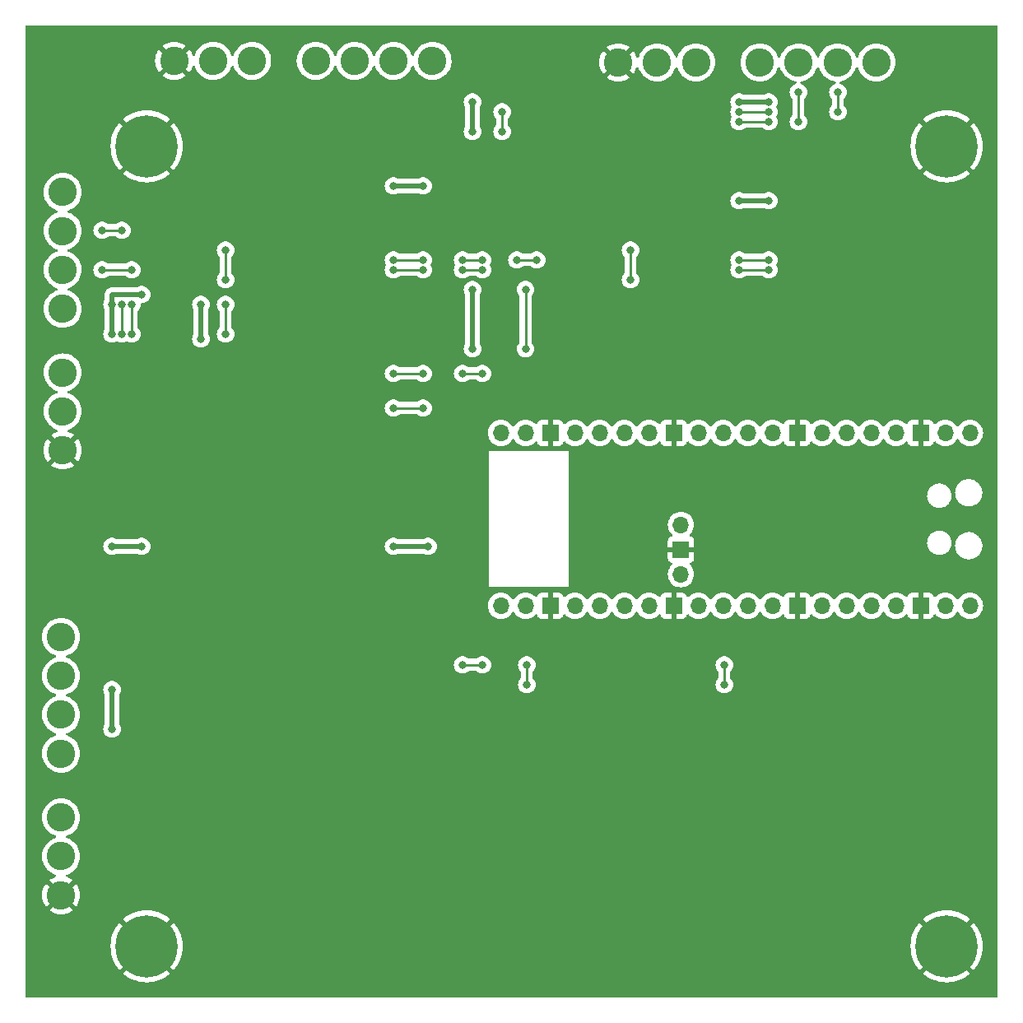
<source format=gbl>
%TF.GenerationSoftware,KiCad,Pcbnew,7.0.9*%
%TF.CreationDate,2024-02-10T00:43:50-08:00*%
%TF.ProjectId,snes_controllers_to_usb,736e6573-5f63-46f6-9e74-726f6c6c6572,A*%
%TF.SameCoordinates,Original*%
%TF.FileFunction,Copper,L2,Bot*%
%TF.FilePolarity,Positive*%
%FSLAX46Y46*%
G04 Gerber Fmt 4.6, Leading zero omitted, Abs format (unit mm)*
G04 Created by KiCad (PCBNEW 7.0.9) date 2024-02-10 00:43:50*
%MOMM*%
%LPD*%
G01*
G04 APERTURE LIST*
%TA.AperFunction,ComponentPad*%
%ADD10C,0.800000*%
%TD*%
%TA.AperFunction,ComponentPad*%
%ADD11C,6.400000*%
%TD*%
%TA.AperFunction,ComponentPad*%
%ADD12C,2.924000*%
%TD*%
%TA.AperFunction,ComponentPad*%
%ADD13O,1.700000X1.700000*%
%TD*%
%TA.AperFunction,ComponentPad*%
%ADD14R,1.700000X1.700000*%
%TD*%
%TA.AperFunction,ViaPad*%
%ADD15C,0.800000*%
%TD*%
%TA.AperFunction,Conductor*%
%ADD16C,0.500000*%
%TD*%
%TA.AperFunction,Conductor*%
%ADD17C,0.250000*%
%TD*%
G04 APERTURE END LIST*
D10*
%TO.P,H4,1,1*%
%TO.N,GND*%
X174892000Y-151892000D03*
X175594944Y-150194944D03*
X175594944Y-153589056D03*
X177292000Y-149492000D03*
D11*
X177292000Y-151892000D03*
D10*
X177292000Y-154292000D03*
X178989056Y-150194944D03*
X178989056Y-153589056D03*
X179692000Y-151892000D03*
%TD*%
%TO.P,H2,1,1*%
%TO.N,GND*%
X92596000Y-69596000D03*
X93298944Y-67898944D03*
X93298944Y-71293056D03*
X94996000Y-67196000D03*
D11*
X94996000Y-69596000D03*
D10*
X94996000Y-71996000D03*
X96693056Y-67898944D03*
X96693056Y-71293056D03*
X97396000Y-69596000D03*
%TD*%
D12*
%TO.P,J1,1*%
%TO.N,+3.3V*%
X170070000Y-60960000D03*
%TO.P,J1,2*%
%TO.N,/CLK*%
X166070000Y-60960000D03*
%TO.P,J1,3*%
%TO.N,/LATCH*%
X162070000Y-60960000D03*
%TO.P,J1,4*%
%TO.N,/Data0_0*%
X158070000Y-60960000D03*
%TO.P,J1,5*%
%TO.N,/Data1_0*%
X151510000Y-60960000D03*
%TO.P,J1,6*%
%TO.N,/IOBit_0*%
X147510000Y-60960000D03*
%TO.P,J1,7*%
%TO.N,GND*%
X143510000Y-60960000D03*
%TD*%
D10*
%TO.P,H3,1,1*%
%TO.N,GND*%
X92596000Y-151892000D03*
X93298944Y-150194944D03*
X93298944Y-153589056D03*
X94996000Y-149492000D03*
D11*
X94996000Y-151892000D03*
D10*
X94996000Y-154292000D03*
X96693056Y-150194944D03*
X96693056Y-153589056D03*
X97396000Y-151892000D03*
%TD*%
D13*
%TO.P,U1,1,GPIO0*%
%TO.N,/CLK*%
X179705000Y-99060000D03*
%TO.P,U1,2,GPIO1*%
%TO.N,/LATCH*%
X177165000Y-99060000D03*
D14*
%TO.P,U1,3,GND*%
%TO.N,GND*%
X174625000Y-99060000D03*
D13*
%TO.P,U1,4,GPIO2*%
%TO.N,/Data0_0*%
X172085000Y-99060000D03*
%TO.P,U1,5,GPIO3*%
%TO.N,/Data1_0*%
X169545000Y-99060000D03*
%TO.P,U1,6,GPIO4*%
%TO.N,/IOBit_0*%
X167005000Y-99060000D03*
%TO.P,U1,7,GPIO5*%
%TO.N,/Data0_1*%
X164465000Y-99060000D03*
D14*
%TO.P,U1,8,GND*%
%TO.N,GND*%
X161925000Y-99060000D03*
D13*
%TO.P,U1,9,GPIO6*%
%TO.N,/Data1_1*%
X159385000Y-99060000D03*
%TO.P,U1,10,GPIO7*%
%TO.N,/IOBit_1*%
X156845000Y-99060000D03*
%TO.P,U1,11,GPIO8*%
%TO.N,/Data0_2*%
X154305000Y-99060000D03*
%TO.P,U1,12,GPIO9*%
%TO.N,/Data1_2*%
X151765000Y-99060000D03*
D14*
%TO.P,U1,13,GND*%
%TO.N,GND*%
X149225000Y-99060000D03*
D13*
%TO.P,U1,14,GPIO10*%
%TO.N,/IOBit_2*%
X146685000Y-99060000D03*
%TO.P,U1,15,GPIO11*%
%TO.N,/Data0_3*%
X144145000Y-99060000D03*
%TO.P,U1,16,GPIO12*%
%TO.N,/Data1_3*%
X141605000Y-99060000D03*
%TO.P,U1,17,GPIO13*%
%TO.N,/IOBit_3*%
X139065000Y-99060000D03*
D14*
%TO.P,U1,18,GND*%
%TO.N,GND*%
X136525000Y-99060000D03*
D13*
%TO.P,U1,19,GPIO14*%
%TO.N,/C0_CONN*%
X133985000Y-99060000D03*
%TO.P,U1,20,GPIO15*%
%TO.N,/C1_CONN*%
X131445000Y-99060000D03*
%TO.P,U1,21,GPIO16*%
%TO.N,/C2_CONN*%
X131445000Y-116840000D03*
%TO.P,U1,22,GPIO17*%
%TO.N,/C3_CONN*%
X133985000Y-116840000D03*
D14*
%TO.P,U1,23,GND*%
%TO.N,GND*%
X136525000Y-116840000D03*
D13*
%TO.P,U1,24,GPIO18*%
%TO.N,unconnected-(U1-GPIO18-Pad24)*%
X139065000Y-116840000D03*
%TO.P,U1,25,GPIO19*%
%TO.N,unconnected-(U1-GPIO19-Pad25)*%
X141605000Y-116840000D03*
%TO.P,U1,26,GPIO20*%
%TO.N,unconnected-(U1-GPIO20-Pad26)*%
X144145000Y-116840000D03*
%TO.P,U1,27,GPIO21*%
%TO.N,unconnected-(U1-GPIO21-Pad27)*%
X146685000Y-116840000D03*
D14*
%TO.P,U1,28,GND*%
%TO.N,GND*%
X149225000Y-116840000D03*
D13*
%TO.P,U1,29,GPIO22*%
%TO.N,unconnected-(U1-GPIO22-Pad29)*%
X151765000Y-116840000D03*
%TO.P,U1,30,RUN*%
%TO.N,Net-(U1-RUN)*%
X154305000Y-116840000D03*
%TO.P,U1,31,GPIO26_ADC0*%
%TO.N,unconnected-(U1-GPIO26_ADC0-Pad31)*%
X156845000Y-116840000D03*
%TO.P,U1,32,GPIO27_ADC1*%
%TO.N,unconnected-(U1-GPIO27_ADC1-Pad32)*%
X159385000Y-116840000D03*
D14*
%TO.P,U1,33,AGND*%
%TO.N,GND*%
X161925000Y-116840000D03*
D13*
%TO.P,U1,34,GPIO28_ADC2*%
%TO.N,unconnected-(U1-GPIO28_ADC2-Pad34)*%
X164465000Y-116840000D03*
%TO.P,U1,35,ADC_VREF*%
%TO.N,unconnected-(U1-ADC_VREF-Pad35)*%
X167005000Y-116840000D03*
%TO.P,U1,36,3V3*%
%TO.N,+3.3V*%
X169545000Y-116840000D03*
%TO.P,U1,37,3V3_EN*%
%TO.N,unconnected-(U1-3V3_EN-Pad37)*%
X172085000Y-116840000D03*
D14*
%TO.P,U1,38,GND*%
%TO.N,GND*%
X174625000Y-116840000D03*
D13*
%TO.P,U1,39,VSYS*%
%TO.N,unconnected-(U1-VSYS-Pad39)*%
X177165000Y-116840000D03*
%TO.P,U1,40,VBUS*%
%TO.N,unconnected-(U1-VBUS-Pad40)*%
X179705000Y-116840000D03*
%TO.P,U1,41,SWCLK*%
%TO.N,unconnected-(U1-SWCLK-Pad41)*%
X149975000Y-108534100D03*
D14*
%TO.P,U1,42,GND*%
%TO.N,GND*%
X149975000Y-111074100D03*
D13*
%TO.P,U1,43,SWDIO*%
%TO.N,unconnected-(U1-SWDIO-Pad43)*%
X149975000Y-113614100D03*
%TD*%
D12*
%TO.P,J4,1*%
%TO.N,+3.3V*%
X86200000Y-120070000D03*
%TO.P,J4,2*%
%TO.N,/CLK*%
X86200000Y-124070000D03*
%TO.P,J4,3*%
%TO.N,/LATCH*%
X86200000Y-128070000D03*
%TO.P,J4,4*%
%TO.N,/Data0_3*%
X86200000Y-132070000D03*
%TO.P,J4,5*%
%TO.N,/Data1_3*%
X86200000Y-138630000D03*
%TO.P,J4,6*%
%TO.N,/IOBit_3*%
X86200000Y-142630000D03*
%TO.P,J4,7*%
%TO.N,GND*%
X86200000Y-146630000D03*
%TD*%
D10*
%TO.P,H1,1,1*%
%TO.N,GND*%
X174892000Y-69596000D03*
X175594944Y-67898944D03*
X175594944Y-71293056D03*
X177292000Y-67196000D03*
D11*
X177292000Y-69596000D03*
D10*
X177292000Y-71996000D03*
X178989056Y-67898944D03*
X178989056Y-71293056D03*
X179692000Y-69596000D03*
%TD*%
D12*
%TO.P,J3,1*%
%TO.N,+3.3V*%
X86360000Y-74295000D03*
%TO.P,J3,2*%
%TO.N,/CLK*%
X86360000Y-78295000D03*
%TO.P,J3,3*%
%TO.N,/LATCH*%
X86360000Y-82295000D03*
%TO.P,J3,4*%
%TO.N,/Data0_2*%
X86360000Y-86295000D03*
%TO.P,J3,5*%
%TO.N,/Data1_2*%
X86360000Y-92855000D03*
%TO.P,J3,6*%
%TO.N,/IOBit_2*%
X86360000Y-96855000D03*
%TO.P,J3,7*%
%TO.N,GND*%
X86360000Y-100855000D03*
%TD*%
%TO.P,J2,1*%
%TO.N,+3.3V*%
X124405000Y-60800000D03*
%TO.P,J2,2*%
%TO.N,/CLK*%
X120405000Y-60800000D03*
%TO.P,J2,3*%
%TO.N,/LATCH*%
X116405000Y-60800000D03*
%TO.P,J2,4*%
%TO.N,/Data0_1*%
X112405000Y-60800000D03*
%TO.P,J2,5*%
%TO.N,/Data1_1*%
X105845000Y-60800000D03*
%TO.P,J2,6*%
%TO.N,/IOBit_1*%
X101845000Y-60800000D03*
%TO.P,J2,7*%
%TO.N,GND*%
X97845000Y-60800000D03*
%TD*%
D15*
%TO.N,GND*%
X100584000Y-77216000D03*
X146304000Y-77216000D03*
X99060000Y-140716000D03*
X100584000Y-145796000D03*
X150876000Y-75692000D03*
X105156000Y-75692000D03*
X144272000Y-131064000D03*
X99464500Y-94591500D03*
X101092000Y-99568000D03*
%TO.N,+3.3V*%
X91440000Y-88900000D03*
X128524000Y-84328000D03*
X120396000Y-110744000D03*
X128524000Y-68072000D03*
X91440000Y-110744000D03*
X91440000Y-125476000D03*
X94488000Y-84836000D03*
X159004000Y-65024000D03*
X123952000Y-110744000D03*
X155956000Y-75184000D03*
X128524000Y-65024000D03*
X120396000Y-73660000D03*
X91440000Y-129540000D03*
X128524000Y-90424000D03*
X100584000Y-89408000D03*
X94488000Y-110744000D03*
X100584000Y-85852000D03*
X91440000Y-85852000D03*
X159004000Y-75184000D03*
X155956000Y-65024000D03*
X123444000Y-73660000D03*
%TO.N,/CLK*%
X120396000Y-81280000D03*
X159004000Y-66040000D03*
X166116000Y-66040000D03*
X155956000Y-81280000D03*
X131572000Y-68072000D03*
X92456000Y-85852000D03*
X135128000Y-81280000D03*
X92456000Y-88900000D03*
X123444000Y-81280000D03*
X131572000Y-66040000D03*
X129540000Y-81280000D03*
X92456000Y-78232000D03*
X127508000Y-81280000D03*
X90424000Y-78232000D03*
X133096000Y-81280000D03*
X166116000Y-64008000D03*
X155956000Y-66040000D03*
X159004000Y-81280000D03*
%TO.N,/LATCH*%
X155956000Y-67056000D03*
X159004000Y-82296000D03*
X93472000Y-82296000D03*
X90424000Y-82296000D03*
X162052000Y-67056000D03*
X93472000Y-88900000D03*
X129540000Y-82296000D03*
X120396000Y-82296000D03*
X123444000Y-82296000D03*
X162052000Y-64008000D03*
X93472000Y-85852000D03*
X155956000Y-82296000D03*
X159004000Y-67056000D03*
X127508000Y-82296000D03*
%TO.N,/C1_CONN*%
X103124000Y-83312000D03*
X103124000Y-80264000D03*
X127508000Y-92964000D03*
X129540000Y-92964000D03*
X103124000Y-85852000D03*
X120396000Y-92964000D03*
X123444000Y-92964000D03*
X103124000Y-88900000D03*
%TO.N,/C3_CONN*%
X134112000Y-124968000D03*
X134112000Y-122936000D03*
%TO.N,/C2_CONN*%
X127508000Y-122936000D03*
X120396000Y-96520000D03*
X123444000Y-96520000D03*
X129540000Y-122936000D03*
%TO.N,/C0_CONN*%
X144780000Y-83312000D03*
X133985000Y-84328000D03*
X133985000Y-90424000D03*
X144780000Y-80264000D03*
%TO.N,Net-(U1-RUN)*%
X154432000Y-122936000D03*
X154432000Y-124968000D03*
%TD*%
D16*
%TO.N,+3.3V*%
X91440000Y-84836000D02*
X94488000Y-84836000D01*
X91440000Y-85842695D02*
X91440000Y-84836000D01*
X91440000Y-85852000D02*
X91440000Y-85842695D01*
X91440000Y-88900000D02*
X91440000Y-85852000D01*
X128524000Y-68072000D02*
X128524000Y-65024000D01*
X91440000Y-125476000D02*
X91440000Y-129540000D01*
X100584000Y-85852000D02*
X100584000Y-89408000D01*
X94488000Y-110744000D02*
X91440000Y-110744000D01*
X128524000Y-90424000D02*
X128524000Y-84328000D01*
X120396000Y-73660000D02*
X123444000Y-73660000D01*
X123952000Y-110744000D02*
X120396000Y-110744000D01*
X155956000Y-65024000D02*
X159004000Y-65024000D01*
X155956000Y-75184000D02*
X159004000Y-75184000D01*
D17*
%TO.N,/CLK*%
X92456000Y-88900000D02*
X92456000Y-85852000D01*
X129540000Y-81280000D02*
X127508000Y-81280000D01*
X123444000Y-81280000D02*
X120396000Y-81280000D01*
X135128000Y-81280000D02*
X133096000Y-81280000D01*
X166116000Y-64008000D02*
X166116000Y-66040000D01*
X92456000Y-78232000D02*
X90424000Y-78232000D01*
X159004000Y-81280000D02*
X155956000Y-81280000D01*
X131572000Y-66040000D02*
X131572000Y-68072000D01*
X155956000Y-66040000D02*
X159004000Y-66040000D01*
%TO.N,/LATCH*%
X162052000Y-67056000D02*
X162052000Y-64008000D01*
X93472000Y-88900000D02*
X93472000Y-85852000D01*
X155956000Y-82296000D02*
X159004000Y-82296000D01*
X155956000Y-67056000D02*
X159004000Y-67056000D01*
X93472000Y-82296000D02*
X90424000Y-82296000D01*
X120396000Y-82296000D02*
X123444000Y-82296000D01*
X127508000Y-82296000D02*
X129540000Y-82296000D01*
%TO.N,/C1_CONN*%
X120396000Y-92964000D02*
X123444000Y-92964000D01*
X103124000Y-85852000D02*
X103124000Y-88900000D01*
X103124000Y-80264000D02*
X103124000Y-83312000D01*
X127508000Y-92964000D02*
X129540000Y-92964000D01*
%TO.N,/C3_CONN*%
X134112000Y-122936000D02*
X134112000Y-124968000D01*
%TO.N,/C2_CONN*%
X129540000Y-122936000D02*
X127508000Y-122936000D01*
X123444000Y-96520000D02*
X120396000Y-96520000D01*
%TO.N,/C0_CONN*%
X133985000Y-84328000D02*
X133985000Y-90424000D01*
X144780000Y-83312000D02*
X144780000Y-80264000D01*
%TO.N,Net-(U1-RUN)*%
X154432000Y-122936000D02*
X154432000Y-124968000D01*
%TD*%
%TA.AperFunction,Conductor*%
%TO.N,GND*%
G36*
X96852420Y-153394867D02*
G01*
X96790601Y-153353561D01*
X96717680Y-153339056D01*
X96668432Y-153339056D01*
X96595511Y-153353561D01*
X96512816Y-153408816D01*
X96457561Y-153491511D01*
X96438158Y-153589056D01*
X96457561Y-153686601D01*
X96498867Y-153748420D01*
X95940180Y-153189733D01*
X96130870Y-153026870D01*
X96293733Y-152836180D01*
X96852420Y-153394867D01*
G37*
%TD.AperFunction*%
%TA.AperFunction,Conductor*%
G36*
X93861130Y-153026870D02*
G01*
X94051819Y-153189733D01*
X93493135Y-153748416D01*
X93534439Y-153686601D01*
X93553842Y-153589056D01*
X93534439Y-153491511D01*
X93479184Y-153408816D01*
X93396489Y-153353561D01*
X93323568Y-153339056D01*
X93274320Y-153339056D01*
X93201399Y-153353561D01*
X93139577Y-153394868D01*
X93698266Y-152836180D01*
X93861130Y-153026870D01*
G37*
%TD.AperFunction*%
%TA.AperFunction,Conductor*%
G36*
X94051819Y-150594266D02*
G01*
X93861130Y-150757130D01*
X93698266Y-150947818D01*
X93139582Y-150389134D01*
X93201399Y-150430439D01*
X93274320Y-150444944D01*
X93323568Y-150444944D01*
X93396489Y-150430439D01*
X93479184Y-150375184D01*
X93534439Y-150292489D01*
X93553842Y-150194944D01*
X93534439Y-150097399D01*
X93493133Y-150035581D01*
X94051819Y-150594266D01*
G37*
%TD.AperFunction*%
%TA.AperFunction,Conductor*%
G36*
X96457561Y-150097399D02*
G01*
X96438158Y-150194944D01*
X96457561Y-150292489D01*
X96512816Y-150375184D01*
X96595511Y-150430439D01*
X96668432Y-150444944D01*
X96717680Y-150444944D01*
X96790601Y-150430439D01*
X96852415Y-150389135D01*
X96293732Y-150947818D01*
X96130870Y-150757130D01*
X95940180Y-150594266D01*
X96498867Y-150035578D01*
X96457561Y-150097399D01*
G37*
%TD.AperFunction*%
%TA.AperFunction,Conductor*%
G36*
X179148420Y-153394867D02*
G01*
X179086601Y-153353561D01*
X179013680Y-153339056D01*
X178964432Y-153339056D01*
X178891511Y-153353561D01*
X178808816Y-153408816D01*
X178753561Y-153491511D01*
X178734158Y-153589056D01*
X178753561Y-153686601D01*
X178794867Y-153748420D01*
X178236180Y-153189733D01*
X178426870Y-153026870D01*
X178589733Y-152836180D01*
X179148420Y-153394867D01*
G37*
%TD.AperFunction*%
%TA.AperFunction,Conductor*%
G36*
X176157130Y-153026870D02*
G01*
X176347819Y-153189733D01*
X175789135Y-153748416D01*
X175830439Y-153686601D01*
X175849842Y-153589056D01*
X175830439Y-153491511D01*
X175775184Y-153408816D01*
X175692489Y-153353561D01*
X175619568Y-153339056D01*
X175570320Y-153339056D01*
X175497399Y-153353561D01*
X175435577Y-153394868D01*
X175994266Y-152836180D01*
X176157130Y-153026870D01*
G37*
%TD.AperFunction*%
%TA.AperFunction,Conductor*%
G36*
X176347819Y-150594266D02*
G01*
X176157130Y-150757130D01*
X175994266Y-150947818D01*
X175435582Y-150389134D01*
X175497399Y-150430439D01*
X175570320Y-150444944D01*
X175619568Y-150444944D01*
X175692489Y-150430439D01*
X175775184Y-150375184D01*
X175830439Y-150292489D01*
X175849842Y-150194944D01*
X175830439Y-150097399D01*
X175789133Y-150035581D01*
X176347819Y-150594266D01*
G37*
%TD.AperFunction*%
%TA.AperFunction,Conductor*%
G36*
X178753561Y-150097399D02*
G01*
X178734158Y-150194944D01*
X178753561Y-150292489D01*
X178808816Y-150375184D01*
X178891511Y-150430439D01*
X178964432Y-150444944D01*
X179013680Y-150444944D01*
X179086601Y-150430439D01*
X179148415Y-150389135D01*
X178589732Y-150947818D01*
X178426870Y-150757130D01*
X178236180Y-150594266D01*
X178794867Y-150035578D01*
X178753561Y-150097399D01*
G37*
%TD.AperFunction*%
%TA.AperFunction,Conductor*%
G36*
X96852420Y-71098867D02*
G01*
X96790601Y-71057561D01*
X96717680Y-71043056D01*
X96668432Y-71043056D01*
X96595511Y-71057561D01*
X96512816Y-71112816D01*
X96457561Y-71195511D01*
X96438158Y-71293056D01*
X96457561Y-71390601D01*
X96498867Y-71452420D01*
X95940180Y-70893733D01*
X96130870Y-70730870D01*
X96293733Y-70540180D01*
X96852420Y-71098867D01*
G37*
%TD.AperFunction*%
%TA.AperFunction,Conductor*%
G36*
X93861130Y-70730870D02*
G01*
X94051819Y-70893733D01*
X93493135Y-71452416D01*
X93534439Y-71390601D01*
X93553842Y-71293056D01*
X93534439Y-71195511D01*
X93479184Y-71112816D01*
X93396489Y-71057561D01*
X93323568Y-71043056D01*
X93274320Y-71043056D01*
X93201399Y-71057561D01*
X93139577Y-71098868D01*
X93698266Y-70540180D01*
X93861130Y-70730870D01*
G37*
%TD.AperFunction*%
%TA.AperFunction,Conductor*%
G36*
X94051819Y-68298266D02*
G01*
X93861130Y-68461130D01*
X93698266Y-68651818D01*
X93139582Y-68093134D01*
X93201399Y-68134439D01*
X93274320Y-68148944D01*
X93323568Y-68148944D01*
X93396489Y-68134439D01*
X93479184Y-68079184D01*
X93534439Y-67996489D01*
X93553842Y-67898944D01*
X93534439Y-67801399D01*
X93493133Y-67739581D01*
X94051819Y-68298266D01*
G37*
%TD.AperFunction*%
%TA.AperFunction,Conductor*%
G36*
X96457561Y-67801399D02*
G01*
X96438158Y-67898944D01*
X96457561Y-67996489D01*
X96512816Y-68079184D01*
X96595511Y-68134439D01*
X96668432Y-68148944D01*
X96717680Y-68148944D01*
X96790601Y-68134439D01*
X96852415Y-68093135D01*
X96293732Y-68651818D01*
X96130870Y-68461130D01*
X95940180Y-68298266D01*
X96498867Y-67739578D01*
X96457561Y-67801399D01*
G37*
%TD.AperFunction*%
%TA.AperFunction,Conductor*%
G36*
X179148420Y-71098867D02*
G01*
X179086601Y-71057561D01*
X179013680Y-71043056D01*
X178964432Y-71043056D01*
X178891511Y-71057561D01*
X178808816Y-71112816D01*
X178753561Y-71195511D01*
X178734158Y-71293056D01*
X178753561Y-71390601D01*
X178794867Y-71452420D01*
X178236180Y-70893733D01*
X178426870Y-70730870D01*
X178589733Y-70540180D01*
X179148420Y-71098867D01*
G37*
%TD.AperFunction*%
%TA.AperFunction,Conductor*%
G36*
X176157130Y-70730870D02*
G01*
X176347819Y-70893733D01*
X175789135Y-71452416D01*
X175830439Y-71390601D01*
X175849842Y-71293056D01*
X175830439Y-71195511D01*
X175775184Y-71112816D01*
X175692489Y-71057561D01*
X175619568Y-71043056D01*
X175570320Y-71043056D01*
X175497399Y-71057561D01*
X175435577Y-71098868D01*
X175994266Y-70540180D01*
X176157130Y-70730870D01*
G37*
%TD.AperFunction*%
%TA.AperFunction,Conductor*%
G36*
X176347819Y-68298266D02*
G01*
X176157130Y-68461130D01*
X175994266Y-68651818D01*
X175435582Y-68093134D01*
X175497399Y-68134439D01*
X175570320Y-68148944D01*
X175619568Y-68148944D01*
X175692489Y-68134439D01*
X175775184Y-68079184D01*
X175830439Y-67996489D01*
X175849842Y-67898944D01*
X175830439Y-67801399D01*
X175789133Y-67739581D01*
X176347819Y-68298266D01*
G37*
%TD.AperFunction*%
%TA.AperFunction,Conductor*%
G36*
X178753561Y-67801399D02*
G01*
X178734158Y-67898944D01*
X178753561Y-67996489D01*
X178808816Y-68079184D01*
X178891511Y-68134439D01*
X178964432Y-68148944D01*
X179013680Y-68148944D01*
X179086601Y-68134439D01*
X179148415Y-68093135D01*
X178589732Y-68651818D01*
X178426870Y-68461130D01*
X178236180Y-68298266D01*
X178794867Y-67739578D01*
X178753561Y-67801399D01*
G37*
%TD.AperFunction*%
%TA.AperFunction,Conductor*%
G36*
X182492539Y-57170185D02*
G01*
X182538294Y-57222989D01*
X182549500Y-57274500D01*
X182549500Y-157025500D01*
X182529815Y-157092539D01*
X182477011Y-157138294D01*
X182425500Y-157149500D01*
X82674500Y-157149500D01*
X82607461Y-157129815D01*
X82561706Y-157077011D01*
X82550500Y-157025500D01*
X82550500Y-151892000D01*
X91290922Y-151892000D01*
X91311219Y-152279287D01*
X91371886Y-152662323D01*
X91371887Y-152662330D01*
X91472262Y-153036936D01*
X91611244Y-153398994D01*
X91787310Y-153744543D01*
X91998531Y-154069793D01*
X92207095Y-154327350D01*
X92207096Y-154327350D01*
X93104756Y-153429689D01*
X93063449Y-153491511D01*
X93044046Y-153589056D01*
X93063449Y-153686601D01*
X93118704Y-153769296D01*
X93201399Y-153824551D01*
X93274320Y-153839056D01*
X93323568Y-153839056D01*
X93396489Y-153824551D01*
X93458304Y-153783247D01*
X92560648Y-154680903D01*
X92560649Y-154680904D01*
X92818206Y-154889468D01*
X93143456Y-155100689D01*
X93489005Y-155276755D01*
X93851063Y-155415737D01*
X94225669Y-155516112D01*
X94225676Y-155516113D01*
X94608712Y-155576780D01*
X94995999Y-155597078D01*
X94996001Y-155597078D01*
X95383287Y-155576780D01*
X95766323Y-155516113D01*
X95766330Y-155516112D01*
X96140936Y-155415737D01*
X96502994Y-155276755D01*
X96848543Y-155100689D01*
X97173783Y-154889476D01*
X97173785Y-154889475D01*
X97431349Y-154680902D01*
X96533691Y-153783244D01*
X96595511Y-153824551D01*
X96668432Y-153839056D01*
X96717680Y-153839056D01*
X96790601Y-153824551D01*
X96873296Y-153769296D01*
X96928551Y-153686601D01*
X96947954Y-153589056D01*
X96928551Y-153491511D01*
X96887244Y-153429691D01*
X97784902Y-154327349D01*
X97993475Y-154069785D01*
X97993476Y-154069783D01*
X98204689Y-153744543D01*
X98380755Y-153398994D01*
X98519737Y-153036936D01*
X98620112Y-152662330D01*
X98620113Y-152662323D01*
X98680780Y-152279287D01*
X98701078Y-151892000D01*
X173586922Y-151892000D01*
X173607219Y-152279287D01*
X173667886Y-152662323D01*
X173667887Y-152662330D01*
X173768262Y-153036936D01*
X173907244Y-153398994D01*
X174083310Y-153744543D01*
X174294531Y-154069793D01*
X174503095Y-154327350D01*
X174503096Y-154327350D01*
X175400756Y-153429689D01*
X175359449Y-153491511D01*
X175340046Y-153589056D01*
X175359449Y-153686601D01*
X175414704Y-153769296D01*
X175497399Y-153824551D01*
X175570320Y-153839056D01*
X175619568Y-153839056D01*
X175692489Y-153824551D01*
X175754304Y-153783247D01*
X174856648Y-154680903D01*
X174856649Y-154680904D01*
X175114206Y-154889468D01*
X175439456Y-155100689D01*
X175785005Y-155276755D01*
X176147063Y-155415737D01*
X176521669Y-155516112D01*
X176521676Y-155516113D01*
X176904712Y-155576780D01*
X177291999Y-155597078D01*
X177292001Y-155597078D01*
X177679287Y-155576780D01*
X178062323Y-155516113D01*
X178062330Y-155516112D01*
X178436936Y-155415737D01*
X178798994Y-155276755D01*
X179144543Y-155100689D01*
X179469783Y-154889476D01*
X179469785Y-154889475D01*
X179727349Y-154680902D01*
X178829691Y-153783244D01*
X178891511Y-153824551D01*
X178964432Y-153839056D01*
X179013680Y-153839056D01*
X179086601Y-153824551D01*
X179169296Y-153769296D01*
X179224551Y-153686601D01*
X179243954Y-153589056D01*
X179224551Y-153491511D01*
X179183244Y-153429691D01*
X180080902Y-154327349D01*
X180289475Y-154069785D01*
X180289476Y-154069783D01*
X180500689Y-153744543D01*
X180676755Y-153398994D01*
X180815737Y-153036936D01*
X180916112Y-152662330D01*
X180916113Y-152662323D01*
X180976780Y-152279287D01*
X180997078Y-151892000D01*
X180997078Y-151891999D01*
X180976780Y-151504712D01*
X180916113Y-151121676D01*
X180916112Y-151121669D01*
X180815737Y-150747063D01*
X180676755Y-150385005D01*
X180500689Y-150039456D01*
X180289468Y-149714206D01*
X180080904Y-149456649D01*
X180080903Y-149456648D01*
X179183247Y-150354303D01*
X179224551Y-150292489D01*
X179243954Y-150194944D01*
X179224551Y-150097399D01*
X179169296Y-150014704D01*
X179086601Y-149959449D01*
X179013680Y-149944944D01*
X178964432Y-149944944D01*
X178891511Y-149959449D01*
X178829690Y-150000755D01*
X179727350Y-149103096D01*
X179727350Y-149103095D01*
X179469793Y-148894531D01*
X179144543Y-148683310D01*
X178798994Y-148507244D01*
X178436936Y-148368262D01*
X178062330Y-148267887D01*
X178062323Y-148267886D01*
X177679287Y-148207219D01*
X177292001Y-148186922D01*
X177291999Y-148186922D01*
X176904712Y-148207219D01*
X176521676Y-148267886D01*
X176521669Y-148267887D01*
X176147063Y-148368262D01*
X175785005Y-148507244D01*
X175439456Y-148683310D01*
X175114206Y-148894531D01*
X174856648Y-149103095D01*
X174856648Y-149103096D01*
X175754306Y-150000754D01*
X175692489Y-149959449D01*
X175619568Y-149944944D01*
X175570320Y-149944944D01*
X175497399Y-149959449D01*
X175414704Y-150014704D01*
X175359449Y-150097399D01*
X175340046Y-150194944D01*
X175359449Y-150292489D01*
X175400753Y-150354305D01*
X174503096Y-149456648D01*
X174503095Y-149456648D01*
X174294531Y-149714206D01*
X174083310Y-150039456D01*
X173907244Y-150385005D01*
X173768262Y-150747063D01*
X173667887Y-151121669D01*
X173667886Y-151121676D01*
X173607219Y-151504712D01*
X173586922Y-151891999D01*
X173586922Y-151892000D01*
X98701078Y-151892000D01*
X98701078Y-151891999D01*
X98680780Y-151504712D01*
X98620113Y-151121676D01*
X98620112Y-151121669D01*
X98519737Y-150747063D01*
X98380755Y-150385005D01*
X98204689Y-150039456D01*
X97993468Y-149714206D01*
X97784904Y-149456649D01*
X97784903Y-149456648D01*
X96887247Y-150354303D01*
X96928551Y-150292489D01*
X96947954Y-150194944D01*
X96928551Y-150097399D01*
X96873296Y-150014704D01*
X96790601Y-149959449D01*
X96717680Y-149944944D01*
X96668432Y-149944944D01*
X96595511Y-149959449D01*
X96533690Y-150000755D01*
X97431350Y-149103096D01*
X97431350Y-149103095D01*
X97173793Y-148894531D01*
X96848543Y-148683310D01*
X96502994Y-148507244D01*
X96140936Y-148368262D01*
X95766330Y-148267887D01*
X95766323Y-148267886D01*
X95383287Y-148207219D01*
X94996001Y-148186922D01*
X94995999Y-148186922D01*
X94608712Y-148207219D01*
X94225676Y-148267886D01*
X94225669Y-148267887D01*
X93851063Y-148368262D01*
X93489005Y-148507244D01*
X93143456Y-148683310D01*
X92818206Y-148894531D01*
X92560648Y-149103095D01*
X92560648Y-149103096D01*
X93458306Y-150000754D01*
X93396489Y-149959449D01*
X93323568Y-149944944D01*
X93274320Y-149944944D01*
X93201399Y-149959449D01*
X93118704Y-150014704D01*
X93063449Y-150097399D01*
X93044046Y-150194944D01*
X93063449Y-150292489D01*
X93104753Y-150354305D01*
X92207096Y-149456648D01*
X92207095Y-149456648D01*
X91998531Y-149714206D01*
X91787310Y-150039456D01*
X91611244Y-150385005D01*
X91472262Y-150747063D01*
X91371887Y-151121669D01*
X91371886Y-151121676D01*
X91311219Y-151504712D01*
X91290922Y-151891999D01*
X91290922Y-151892000D01*
X82550500Y-151892000D01*
X82550500Y-142630001D01*
X84232487Y-142630001D01*
X84252513Y-142910011D01*
X84312183Y-143184305D01*
X84312185Y-143184312D01*
X84373095Y-143347618D01*
X84410287Y-143447335D01*
X84410289Y-143447339D01*
X84544819Y-143693712D01*
X84544824Y-143693720D01*
X84713046Y-143918439D01*
X84713062Y-143918457D01*
X84911542Y-144116937D01*
X84911560Y-144116953D01*
X85136279Y-144285175D01*
X85136287Y-144285180D01*
X85382660Y-144419710D01*
X85382664Y-144419712D01*
X85382666Y-144419713D01*
X85635691Y-144514086D01*
X85691622Y-144555955D01*
X85716039Y-144621419D01*
X85701187Y-144689692D01*
X85651782Y-144739098D01*
X85635689Y-144746448D01*
X85382867Y-144840745D01*
X85136558Y-144975240D01*
X85136550Y-144975245D01*
X85000583Y-145077029D01*
X85000582Y-145077030D01*
X85913542Y-145989989D01*
X85872305Y-146005629D01*
X85732405Y-146102194D01*
X85619680Y-146229434D01*
X85559860Y-146343412D01*
X84647030Y-145430582D01*
X84647029Y-145430583D01*
X84545245Y-145566550D01*
X84545240Y-145566558D01*
X84410745Y-145812868D01*
X84410743Y-145812872D01*
X84312664Y-146075835D01*
X84253009Y-146350059D01*
X84232988Y-146629998D01*
X84232988Y-146630001D01*
X84253009Y-146909940D01*
X84312664Y-147184164D01*
X84410743Y-147447127D01*
X84410745Y-147447131D01*
X84545240Y-147693441D01*
X84545241Y-147693442D01*
X84647030Y-147829416D01*
X85559859Y-146916586D01*
X85619680Y-147030566D01*
X85732405Y-147157806D01*
X85872305Y-147254371D01*
X85913542Y-147270010D01*
X85000582Y-148182968D01*
X85136557Y-148284759D01*
X85382868Y-148419254D01*
X85382872Y-148419256D01*
X85645835Y-148517335D01*
X85920059Y-148576990D01*
X86199999Y-148597012D01*
X86200001Y-148597012D01*
X86479940Y-148576990D01*
X86754164Y-148517335D01*
X87017127Y-148419256D01*
X87017131Y-148419254D01*
X87263450Y-148284754D01*
X87399416Y-148182969D01*
X87399416Y-148182968D01*
X86486457Y-147270010D01*
X86527695Y-147254371D01*
X86667595Y-147157806D01*
X86780320Y-147030566D01*
X86840139Y-146916587D01*
X87752968Y-147829416D01*
X87752969Y-147829416D01*
X87854754Y-147693450D01*
X87989254Y-147447131D01*
X87989256Y-147447127D01*
X88087335Y-147184164D01*
X88146990Y-146909940D01*
X88167012Y-146630001D01*
X88167012Y-146629998D01*
X88146990Y-146350059D01*
X88087335Y-146075835D01*
X87989256Y-145812872D01*
X87989254Y-145812868D01*
X87854759Y-145566558D01*
X87854759Y-145566557D01*
X87752968Y-145430582D01*
X86840139Y-146343412D01*
X86780320Y-146229434D01*
X86667595Y-146102194D01*
X86527695Y-146005629D01*
X86486457Y-145989989D01*
X87399416Y-145077030D01*
X87263442Y-144975241D01*
X87263441Y-144975240D01*
X87017131Y-144840745D01*
X87017132Y-144840745D01*
X86764310Y-144746448D01*
X86708377Y-144704576D01*
X86683960Y-144639112D01*
X86698812Y-144570839D01*
X86748217Y-144521434D01*
X86764292Y-144514092D01*
X87017334Y-144419713D01*
X87263718Y-144285177D01*
X87488447Y-144116947D01*
X87686947Y-143918447D01*
X87855177Y-143693718D01*
X87989713Y-143447334D01*
X88087815Y-143184312D01*
X88147487Y-142910006D01*
X88167513Y-142630000D01*
X88147487Y-142349994D01*
X88087815Y-142075688D01*
X87989713Y-141812666D01*
X87855177Y-141566282D01*
X87855175Y-141566279D01*
X87686953Y-141341560D01*
X87686937Y-141341542D01*
X87488457Y-141143062D01*
X87488439Y-141143046D01*
X87263720Y-140974824D01*
X87263712Y-140974819D01*
X87017339Y-140840289D01*
X87017335Y-140840287D01*
X86911605Y-140800852D01*
X86765025Y-140746180D01*
X86709093Y-140704311D01*
X86684676Y-140638846D01*
X86699528Y-140570573D01*
X86748933Y-140521168D01*
X86765020Y-140513820D01*
X87017334Y-140419713D01*
X87263718Y-140285177D01*
X87488447Y-140116947D01*
X87686947Y-139918447D01*
X87855177Y-139693718D01*
X87989713Y-139447334D01*
X88087815Y-139184312D01*
X88147487Y-138910006D01*
X88167513Y-138630000D01*
X88147487Y-138349994D01*
X88087815Y-138075688D01*
X87989713Y-137812666D01*
X87855177Y-137566282D01*
X87855175Y-137566279D01*
X87686953Y-137341560D01*
X87686937Y-137341542D01*
X87488457Y-137143062D01*
X87488439Y-137143046D01*
X87263720Y-136974824D01*
X87263712Y-136974819D01*
X87017339Y-136840289D01*
X87017335Y-136840287D01*
X86917618Y-136803095D01*
X86754312Y-136742185D01*
X86754308Y-136742184D01*
X86754305Y-136742183D01*
X86480011Y-136682513D01*
X86200001Y-136662487D01*
X86199999Y-136662487D01*
X85919988Y-136682513D01*
X85645694Y-136742183D01*
X85645689Y-136742184D01*
X85645688Y-136742185D01*
X85582096Y-136765903D01*
X85382664Y-136840287D01*
X85382660Y-136840289D01*
X85136287Y-136974819D01*
X85136279Y-136974824D01*
X84911560Y-137143046D01*
X84911542Y-137143062D01*
X84713062Y-137341542D01*
X84713046Y-137341560D01*
X84544824Y-137566279D01*
X84544819Y-137566287D01*
X84410289Y-137812660D01*
X84410287Y-137812664D01*
X84312183Y-138075694D01*
X84252513Y-138349988D01*
X84232487Y-138629998D01*
X84232487Y-138630001D01*
X84252513Y-138910011D01*
X84312183Y-139184305D01*
X84312185Y-139184312D01*
X84373095Y-139347618D01*
X84410287Y-139447335D01*
X84410289Y-139447339D01*
X84544819Y-139693712D01*
X84544824Y-139693720D01*
X84713046Y-139918439D01*
X84713062Y-139918457D01*
X84911542Y-140116937D01*
X84911560Y-140116953D01*
X85136279Y-140285175D01*
X85136287Y-140285180D01*
X85382660Y-140419710D01*
X85382659Y-140419710D01*
X85382663Y-140419711D01*
X85382666Y-140419713D01*
X85634974Y-140513819D01*
X85690906Y-140555690D01*
X85715323Y-140621154D01*
X85700471Y-140689427D01*
X85651066Y-140738832D01*
X85634979Y-140746179D01*
X85519304Y-140789323D01*
X85382659Y-140840289D01*
X85136287Y-140974819D01*
X85136279Y-140974824D01*
X84911560Y-141143046D01*
X84911542Y-141143062D01*
X84713062Y-141341542D01*
X84713046Y-141341560D01*
X84544824Y-141566279D01*
X84544819Y-141566287D01*
X84410289Y-141812660D01*
X84410287Y-141812664D01*
X84312183Y-142075694D01*
X84252513Y-142349988D01*
X84232487Y-142629998D01*
X84232487Y-142630001D01*
X82550500Y-142630001D01*
X82550500Y-132070001D01*
X84232487Y-132070001D01*
X84252513Y-132350011D01*
X84312183Y-132624305D01*
X84312185Y-132624312D01*
X84373095Y-132787618D01*
X84410287Y-132887335D01*
X84410289Y-132887339D01*
X84544819Y-133133712D01*
X84544824Y-133133720D01*
X84713046Y-133358439D01*
X84713062Y-133358457D01*
X84911542Y-133556937D01*
X84911560Y-133556953D01*
X85136279Y-133725175D01*
X85136287Y-133725180D01*
X85382660Y-133859710D01*
X85382664Y-133859712D01*
X85382666Y-133859713D01*
X85645688Y-133957815D01*
X85782841Y-133987651D01*
X85919988Y-134017486D01*
X85919990Y-134017486D01*
X85919994Y-134017487D01*
X86168824Y-134035283D01*
X86199999Y-134037513D01*
X86200000Y-134037513D01*
X86200001Y-134037513D01*
X86228052Y-134035506D01*
X86480006Y-134017487D01*
X86754312Y-133957815D01*
X87017334Y-133859713D01*
X87263718Y-133725177D01*
X87488447Y-133556947D01*
X87686947Y-133358447D01*
X87855177Y-133133718D01*
X87989713Y-132887334D01*
X88087815Y-132624312D01*
X88147487Y-132350006D01*
X88167513Y-132070000D01*
X88147487Y-131789994D01*
X88087815Y-131515688D01*
X87989713Y-131252666D01*
X87855177Y-131006282D01*
X87855175Y-131006279D01*
X87686953Y-130781560D01*
X87686937Y-130781542D01*
X87488457Y-130583062D01*
X87488439Y-130583046D01*
X87263720Y-130414824D01*
X87263712Y-130414819D01*
X87017339Y-130280289D01*
X87017335Y-130280287D01*
X86911605Y-130240852D01*
X86765025Y-130186180D01*
X86709093Y-130144311D01*
X86684676Y-130078846D01*
X86699528Y-130010573D01*
X86748933Y-129961168D01*
X86765020Y-129953820D01*
X87017334Y-129859713D01*
X87263718Y-129725177D01*
X87488447Y-129556947D01*
X87505394Y-129540000D01*
X90534540Y-129540000D01*
X90554326Y-129728256D01*
X90554327Y-129728259D01*
X90612818Y-129908277D01*
X90612821Y-129908284D01*
X90707467Y-130072216D01*
X90772382Y-130144311D01*
X90834129Y-130212888D01*
X90987265Y-130324148D01*
X90987270Y-130324151D01*
X91160192Y-130401142D01*
X91160197Y-130401144D01*
X91345354Y-130440500D01*
X91345355Y-130440500D01*
X91534644Y-130440500D01*
X91534646Y-130440500D01*
X91719803Y-130401144D01*
X91892730Y-130324151D01*
X92045871Y-130212888D01*
X92172533Y-130072216D01*
X92267179Y-129908284D01*
X92325674Y-129728256D01*
X92345460Y-129540000D01*
X92325674Y-129351744D01*
X92267179Y-129171716D01*
X92207113Y-129067677D01*
X92190500Y-129005677D01*
X92190500Y-126010321D01*
X92207113Y-125948321D01*
X92267179Y-125844284D01*
X92325674Y-125664256D01*
X92345460Y-125476000D01*
X92325674Y-125287744D01*
X92267179Y-125107716D01*
X92186514Y-124968000D01*
X133206540Y-124968000D01*
X133226326Y-125156256D01*
X133226327Y-125156259D01*
X133284818Y-125336277D01*
X133284821Y-125336284D01*
X133379467Y-125500216D01*
X133506129Y-125640888D01*
X133659265Y-125752148D01*
X133659270Y-125752151D01*
X133832192Y-125829142D01*
X133832197Y-125829144D01*
X134017354Y-125868500D01*
X134017355Y-125868500D01*
X134206644Y-125868500D01*
X134206646Y-125868500D01*
X134391803Y-125829144D01*
X134564730Y-125752151D01*
X134717871Y-125640888D01*
X134844533Y-125500216D01*
X134939179Y-125336284D01*
X134997674Y-125156256D01*
X135017460Y-124968000D01*
X153526540Y-124968000D01*
X153546326Y-125156256D01*
X153546327Y-125156259D01*
X153604818Y-125336277D01*
X153604821Y-125336284D01*
X153699467Y-125500216D01*
X153826129Y-125640888D01*
X153979265Y-125752148D01*
X153979270Y-125752151D01*
X154152192Y-125829142D01*
X154152197Y-125829144D01*
X154337354Y-125868500D01*
X154337355Y-125868500D01*
X154526644Y-125868500D01*
X154526646Y-125868500D01*
X154711803Y-125829144D01*
X154884730Y-125752151D01*
X155037871Y-125640888D01*
X155164533Y-125500216D01*
X155259179Y-125336284D01*
X155317674Y-125156256D01*
X155337460Y-124968000D01*
X155317674Y-124779744D01*
X155259179Y-124599716D01*
X155164533Y-124435784D01*
X155089350Y-124352284D01*
X155059120Y-124289292D01*
X155057500Y-124269312D01*
X155057500Y-123634687D01*
X155077185Y-123567648D01*
X155089350Y-123551715D01*
X155121783Y-123515694D01*
X155164533Y-123468216D01*
X155259179Y-123304284D01*
X155317674Y-123124256D01*
X155337460Y-122936000D01*
X155317674Y-122747744D01*
X155259179Y-122567716D01*
X155164533Y-122403784D01*
X155037871Y-122263112D01*
X155037870Y-122263111D01*
X154884734Y-122151851D01*
X154884729Y-122151848D01*
X154711807Y-122074857D01*
X154711802Y-122074855D01*
X154566001Y-122043865D01*
X154526646Y-122035500D01*
X154337354Y-122035500D01*
X154304897Y-122042398D01*
X154152197Y-122074855D01*
X154152192Y-122074857D01*
X153979270Y-122151848D01*
X153979265Y-122151851D01*
X153826129Y-122263111D01*
X153699466Y-122403785D01*
X153604821Y-122567715D01*
X153604818Y-122567722D01*
X153546327Y-122747740D01*
X153546326Y-122747744D01*
X153526540Y-122936000D01*
X153546326Y-123124256D01*
X153546327Y-123124259D01*
X153604818Y-123304277D01*
X153604821Y-123304284D01*
X153699467Y-123468216D01*
X153742211Y-123515688D01*
X153774650Y-123551715D01*
X153804880Y-123614706D01*
X153806500Y-123634687D01*
X153806500Y-124269312D01*
X153786815Y-124336351D01*
X153774650Y-124352284D01*
X153699466Y-124435784D01*
X153604821Y-124599715D01*
X153604818Y-124599722D01*
X153574884Y-124691851D01*
X153546326Y-124779744D01*
X153526540Y-124968000D01*
X135017460Y-124968000D01*
X134997674Y-124779744D01*
X134939179Y-124599716D01*
X134844533Y-124435784D01*
X134769350Y-124352284D01*
X134739120Y-124289292D01*
X134737500Y-124269312D01*
X134737500Y-123634687D01*
X134757185Y-123567648D01*
X134769350Y-123551715D01*
X134801783Y-123515694D01*
X134844533Y-123468216D01*
X134939179Y-123304284D01*
X134997674Y-123124256D01*
X135017460Y-122936000D01*
X134997674Y-122747744D01*
X134939179Y-122567716D01*
X134844533Y-122403784D01*
X134717871Y-122263112D01*
X134717870Y-122263111D01*
X134564734Y-122151851D01*
X134564729Y-122151848D01*
X134391807Y-122074857D01*
X134391802Y-122074855D01*
X134246001Y-122043865D01*
X134206646Y-122035500D01*
X134017354Y-122035500D01*
X133984897Y-122042398D01*
X133832197Y-122074855D01*
X133832192Y-122074857D01*
X133659270Y-122151848D01*
X133659265Y-122151851D01*
X133506129Y-122263111D01*
X133379466Y-122403785D01*
X133284821Y-122567715D01*
X133284818Y-122567722D01*
X133226327Y-122747740D01*
X133226326Y-122747744D01*
X133206540Y-122936000D01*
X133226326Y-123124256D01*
X133226327Y-123124259D01*
X133284818Y-123304277D01*
X133284821Y-123304284D01*
X133379467Y-123468216D01*
X133422211Y-123515688D01*
X133454650Y-123551715D01*
X133484880Y-123614706D01*
X133486500Y-123634687D01*
X133486500Y-124269312D01*
X133466815Y-124336351D01*
X133454650Y-124352284D01*
X133379466Y-124435784D01*
X133284821Y-124599715D01*
X133284818Y-124599722D01*
X133254884Y-124691851D01*
X133226326Y-124779744D01*
X133206540Y-124968000D01*
X92186514Y-124968000D01*
X92172533Y-124943784D01*
X92045871Y-124803112D01*
X92013708Y-124779744D01*
X91892734Y-124691851D01*
X91892729Y-124691848D01*
X91719807Y-124614857D01*
X91719802Y-124614855D01*
X91574001Y-124583865D01*
X91534646Y-124575500D01*
X91345354Y-124575500D01*
X91312897Y-124582398D01*
X91160197Y-124614855D01*
X91160192Y-124614857D01*
X90987270Y-124691848D01*
X90987265Y-124691851D01*
X90834129Y-124803111D01*
X90707466Y-124943785D01*
X90612821Y-125107715D01*
X90612818Y-125107722D01*
X90554327Y-125287740D01*
X90554326Y-125287744D01*
X90534540Y-125476000D01*
X90554326Y-125664256D01*
X90554327Y-125664259D01*
X90612818Y-125844277D01*
X90612821Y-125844284D01*
X90672887Y-125948321D01*
X90689500Y-126010321D01*
X90689500Y-129005677D01*
X90672887Y-129067677D01*
X90612821Y-129171714D01*
X90554327Y-129351740D01*
X90554326Y-129351744D01*
X90534540Y-129540000D01*
X87505394Y-129540000D01*
X87686947Y-129358447D01*
X87855177Y-129133718D01*
X87989713Y-128887334D01*
X88087815Y-128624312D01*
X88147487Y-128350006D01*
X88167513Y-128070000D01*
X88147487Y-127789994D01*
X88087815Y-127515688D01*
X87989713Y-127252666D01*
X87855177Y-127006282D01*
X87855175Y-127006279D01*
X87686953Y-126781560D01*
X87686937Y-126781542D01*
X87488457Y-126583062D01*
X87488439Y-126583046D01*
X87263720Y-126414824D01*
X87263712Y-126414819D01*
X87017339Y-126280289D01*
X87017335Y-126280287D01*
X86911605Y-126240852D01*
X86765025Y-126186180D01*
X86709093Y-126144311D01*
X86684676Y-126078846D01*
X86699528Y-126010573D01*
X86748933Y-125961168D01*
X86765020Y-125953820D01*
X87017334Y-125859713D01*
X87263718Y-125725177D01*
X87488447Y-125556947D01*
X87686947Y-125358447D01*
X87855177Y-125133718D01*
X87989713Y-124887334D01*
X88087815Y-124624312D01*
X88138914Y-124389412D01*
X88147486Y-124350011D01*
X88147486Y-124350010D01*
X88147487Y-124350006D01*
X88167513Y-124070000D01*
X88147487Y-123789994D01*
X88132293Y-123720151D01*
X88108090Y-123608889D01*
X88087815Y-123515688D01*
X87989713Y-123252666D01*
X87919597Y-123124259D01*
X87855180Y-123006287D01*
X87855175Y-123006279D01*
X87802565Y-122936000D01*
X126602540Y-122936000D01*
X126622326Y-123124256D01*
X126622327Y-123124259D01*
X126680818Y-123304277D01*
X126680821Y-123304284D01*
X126775467Y-123468216D01*
X126864996Y-123567648D01*
X126902129Y-123608888D01*
X127055265Y-123720148D01*
X127055270Y-123720151D01*
X127228192Y-123797142D01*
X127228197Y-123797144D01*
X127413354Y-123836500D01*
X127413355Y-123836500D01*
X127602644Y-123836500D01*
X127602646Y-123836500D01*
X127787803Y-123797144D01*
X127960730Y-123720151D01*
X128113871Y-123608888D01*
X128116788Y-123605647D01*
X128119600Y-123602526D01*
X128179087Y-123565879D01*
X128211748Y-123561500D01*
X128836252Y-123561500D01*
X128903291Y-123581185D01*
X128928400Y-123602526D01*
X128934126Y-123608885D01*
X128934130Y-123608889D01*
X129087265Y-123720148D01*
X129087270Y-123720151D01*
X129260192Y-123797142D01*
X129260197Y-123797144D01*
X129445354Y-123836500D01*
X129445355Y-123836500D01*
X129634644Y-123836500D01*
X129634646Y-123836500D01*
X129819803Y-123797144D01*
X129992730Y-123720151D01*
X130145871Y-123608888D01*
X130272533Y-123468216D01*
X130367179Y-123304284D01*
X130425674Y-123124256D01*
X130445460Y-122936000D01*
X130425674Y-122747744D01*
X130367179Y-122567716D01*
X130272533Y-122403784D01*
X130145871Y-122263112D01*
X130145870Y-122263111D01*
X129992734Y-122151851D01*
X129992729Y-122151848D01*
X129819807Y-122074857D01*
X129819802Y-122074855D01*
X129674001Y-122043865D01*
X129634646Y-122035500D01*
X129445354Y-122035500D01*
X129412897Y-122042398D01*
X129260197Y-122074855D01*
X129260192Y-122074857D01*
X129087270Y-122151848D01*
X129087265Y-122151851D01*
X128934130Y-122263110D01*
X128934126Y-122263114D01*
X128928400Y-122269474D01*
X128868913Y-122306121D01*
X128836252Y-122310500D01*
X128211748Y-122310500D01*
X128144709Y-122290815D01*
X128119600Y-122269474D01*
X128113873Y-122263114D01*
X128113869Y-122263110D01*
X127960734Y-122151851D01*
X127960729Y-122151848D01*
X127787807Y-122074857D01*
X127787802Y-122074855D01*
X127642001Y-122043865D01*
X127602646Y-122035500D01*
X127413354Y-122035500D01*
X127380897Y-122042398D01*
X127228197Y-122074855D01*
X127228192Y-122074857D01*
X127055270Y-122151848D01*
X127055265Y-122151851D01*
X126902129Y-122263111D01*
X126775466Y-122403785D01*
X126680821Y-122567715D01*
X126680818Y-122567722D01*
X126622327Y-122747740D01*
X126622326Y-122747744D01*
X126602540Y-122936000D01*
X87802565Y-122936000D01*
X87686953Y-122781560D01*
X87686937Y-122781542D01*
X87488457Y-122583062D01*
X87488439Y-122583046D01*
X87263720Y-122414824D01*
X87263712Y-122414819D01*
X87017339Y-122280289D01*
X87017335Y-122280287D01*
X86911605Y-122240852D01*
X86765025Y-122186180D01*
X86709093Y-122144311D01*
X86684676Y-122078846D01*
X86699528Y-122010573D01*
X86748933Y-121961168D01*
X86765020Y-121953820D01*
X87017334Y-121859713D01*
X87263718Y-121725177D01*
X87488447Y-121556947D01*
X87686947Y-121358447D01*
X87855177Y-121133718D01*
X87989713Y-120887334D01*
X88087815Y-120624312D01*
X88147487Y-120350006D01*
X88167513Y-120070000D01*
X88147487Y-119789994D01*
X88087815Y-119515688D01*
X87989713Y-119252666D01*
X87855177Y-119006282D01*
X87855175Y-119006279D01*
X87686953Y-118781560D01*
X87686937Y-118781542D01*
X87488457Y-118583062D01*
X87488439Y-118583046D01*
X87263720Y-118414824D01*
X87263712Y-118414819D01*
X87017339Y-118280289D01*
X87017335Y-118280287D01*
X86917618Y-118243095D01*
X86754312Y-118182185D01*
X86754308Y-118182184D01*
X86754305Y-118182183D01*
X86480011Y-118122513D01*
X86200001Y-118102487D01*
X86199999Y-118102487D01*
X85919988Y-118122513D01*
X85645694Y-118182183D01*
X85645689Y-118182184D01*
X85645688Y-118182185D01*
X85609563Y-118195659D01*
X85382664Y-118280287D01*
X85382660Y-118280289D01*
X85136287Y-118414819D01*
X85136279Y-118414824D01*
X84911560Y-118583046D01*
X84911542Y-118583062D01*
X84713062Y-118781542D01*
X84713046Y-118781560D01*
X84544824Y-119006279D01*
X84544819Y-119006287D01*
X84410289Y-119252660D01*
X84410287Y-119252664D01*
X84312183Y-119515694D01*
X84252513Y-119789988D01*
X84232487Y-120069998D01*
X84232487Y-120070001D01*
X84252513Y-120350011D01*
X84312183Y-120624305D01*
X84312185Y-120624312D01*
X84373095Y-120787618D01*
X84410287Y-120887335D01*
X84410289Y-120887339D01*
X84544819Y-121133712D01*
X84544824Y-121133720D01*
X84713046Y-121358439D01*
X84713062Y-121358457D01*
X84911542Y-121556937D01*
X84911560Y-121556953D01*
X85136279Y-121725175D01*
X85136287Y-121725180D01*
X85382660Y-121859710D01*
X85382659Y-121859710D01*
X85382663Y-121859711D01*
X85382666Y-121859713D01*
X85634974Y-121953819D01*
X85690906Y-121995690D01*
X85715323Y-122061154D01*
X85700471Y-122129427D01*
X85651066Y-122178832D01*
X85634979Y-122186179D01*
X85519304Y-122229323D01*
X85382659Y-122280289D01*
X85136287Y-122414819D01*
X85136279Y-122414824D01*
X84911560Y-122583046D01*
X84911542Y-122583062D01*
X84713062Y-122781542D01*
X84713046Y-122781560D01*
X84544824Y-123006279D01*
X84544819Y-123006287D01*
X84410289Y-123252660D01*
X84410287Y-123252664D01*
X84312183Y-123515694D01*
X84252513Y-123789988D01*
X84232487Y-124069998D01*
X84232487Y-124070001D01*
X84252513Y-124350011D01*
X84310128Y-124614857D01*
X84312185Y-124624312D01*
X84337375Y-124691848D01*
X84410287Y-124887335D01*
X84410289Y-124887339D01*
X84544819Y-125133712D01*
X84544824Y-125133720D01*
X84713046Y-125358439D01*
X84713062Y-125358457D01*
X84911542Y-125556937D01*
X84911560Y-125556953D01*
X85136279Y-125725175D01*
X85136287Y-125725180D01*
X85382660Y-125859710D01*
X85382659Y-125859710D01*
X85382663Y-125859711D01*
X85382666Y-125859713D01*
X85634974Y-125953819D01*
X85690906Y-125995690D01*
X85715323Y-126061154D01*
X85700471Y-126129427D01*
X85651066Y-126178832D01*
X85634979Y-126186179D01*
X85519304Y-126229323D01*
X85382659Y-126280289D01*
X85136287Y-126414819D01*
X85136279Y-126414824D01*
X84911560Y-126583046D01*
X84911542Y-126583062D01*
X84713062Y-126781542D01*
X84713046Y-126781560D01*
X84544824Y-127006279D01*
X84544819Y-127006287D01*
X84410289Y-127252660D01*
X84410287Y-127252664D01*
X84312183Y-127515694D01*
X84252513Y-127789988D01*
X84232487Y-128069998D01*
X84232487Y-128070001D01*
X84252513Y-128350011D01*
X84312183Y-128624305D01*
X84312185Y-128624312D01*
X84373095Y-128787618D01*
X84410287Y-128887335D01*
X84410289Y-128887339D01*
X84544819Y-129133712D01*
X84544824Y-129133720D01*
X84713046Y-129358439D01*
X84713062Y-129358457D01*
X84911542Y-129556937D01*
X84911560Y-129556953D01*
X85136279Y-129725175D01*
X85136287Y-129725180D01*
X85382660Y-129859710D01*
X85382659Y-129859710D01*
X85382663Y-129859711D01*
X85382666Y-129859713D01*
X85634974Y-129953819D01*
X85690906Y-129995690D01*
X85715323Y-130061154D01*
X85700471Y-130129427D01*
X85651066Y-130178832D01*
X85634979Y-130186179D01*
X85563370Y-130212888D01*
X85382659Y-130280289D01*
X85136287Y-130414819D01*
X85136279Y-130414824D01*
X84911560Y-130583046D01*
X84911542Y-130583062D01*
X84713062Y-130781542D01*
X84713046Y-130781560D01*
X84544824Y-131006279D01*
X84544819Y-131006287D01*
X84410289Y-131252660D01*
X84410287Y-131252664D01*
X84312183Y-131515694D01*
X84252513Y-131789988D01*
X84232487Y-132069998D01*
X84232487Y-132070001D01*
X82550500Y-132070001D01*
X82550500Y-116840000D01*
X130089341Y-116840000D01*
X130109936Y-117075403D01*
X130109938Y-117075413D01*
X130171094Y-117303655D01*
X130171096Y-117303659D01*
X130171097Y-117303663D01*
X130251004Y-117475023D01*
X130270965Y-117517830D01*
X130270967Y-117517834D01*
X130379281Y-117672521D01*
X130406505Y-117711401D01*
X130573599Y-117878495D01*
X130650135Y-117932086D01*
X130767165Y-118014032D01*
X130767167Y-118014033D01*
X130767170Y-118014035D01*
X130981337Y-118113903D01*
X131209592Y-118175063D01*
X131380319Y-118190000D01*
X131444999Y-118195659D01*
X131445000Y-118195659D01*
X131445001Y-118195659D01*
X131509681Y-118190000D01*
X131680408Y-118175063D01*
X131908663Y-118113903D01*
X132122830Y-118014035D01*
X132316401Y-117878495D01*
X132483495Y-117711401D01*
X132613425Y-117525842D01*
X132668002Y-117482217D01*
X132737500Y-117475023D01*
X132799855Y-117506546D01*
X132816575Y-117525842D01*
X132946500Y-117711395D01*
X132946505Y-117711401D01*
X133113599Y-117878495D01*
X133190135Y-117932086D01*
X133307165Y-118014032D01*
X133307167Y-118014033D01*
X133307170Y-118014035D01*
X133521337Y-118113903D01*
X133749592Y-118175063D01*
X133920319Y-118190000D01*
X133984999Y-118195659D01*
X133985000Y-118195659D01*
X133985001Y-118195659D01*
X134049681Y-118190000D01*
X134220408Y-118175063D01*
X134448663Y-118113903D01*
X134662830Y-118014035D01*
X134856401Y-117878495D01*
X134978717Y-117756178D01*
X135040036Y-117722696D01*
X135109728Y-117727680D01*
X135165662Y-117769551D01*
X135182577Y-117800528D01*
X135231646Y-117932088D01*
X135231649Y-117932093D01*
X135317809Y-118047187D01*
X135317812Y-118047190D01*
X135432906Y-118133350D01*
X135432913Y-118133354D01*
X135567620Y-118183596D01*
X135567627Y-118183598D01*
X135627155Y-118189999D01*
X135627172Y-118190000D01*
X136275000Y-118190000D01*
X136275000Y-117286494D01*
X136379839Y-117334373D01*
X136488527Y-117350000D01*
X136561473Y-117350000D01*
X136670161Y-117334373D01*
X136775000Y-117286494D01*
X136775000Y-118190000D01*
X137422828Y-118190000D01*
X137422844Y-118189999D01*
X137482372Y-118183598D01*
X137482379Y-118183596D01*
X137617086Y-118133354D01*
X137617093Y-118133350D01*
X137732187Y-118047190D01*
X137732190Y-118047187D01*
X137818350Y-117932093D01*
X137818354Y-117932086D01*
X137867422Y-117800529D01*
X137909293Y-117744595D01*
X137974757Y-117720178D01*
X138043030Y-117735030D01*
X138071285Y-117756181D01*
X138193599Y-117878495D01*
X138270135Y-117932086D01*
X138387165Y-118014032D01*
X138387167Y-118014033D01*
X138387170Y-118014035D01*
X138601337Y-118113903D01*
X138829592Y-118175063D01*
X139000319Y-118190000D01*
X139064999Y-118195659D01*
X139065000Y-118195659D01*
X139065001Y-118195659D01*
X139129681Y-118190000D01*
X139300408Y-118175063D01*
X139528663Y-118113903D01*
X139742830Y-118014035D01*
X139936401Y-117878495D01*
X140103495Y-117711401D01*
X140233425Y-117525842D01*
X140288002Y-117482217D01*
X140357500Y-117475023D01*
X140419855Y-117506546D01*
X140436575Y-117525842D01*
X140566500Y-117711395D01*
X140566505Y-117711401D01*
X140733599Y-117878495D01*
X140810135Y-117932086D01*
X140927165Y-118014032D01*
X140927167Y-118014033D01*
X140927170Y-118014035D01*
X141141337Y-118113903D01*
X141369592Y-118175063D01*
X141540319Y-118190000D01*
X141604999Y-118195659D01*
X141605000Y-118195659D01*
X141605001Y-118195659D01*
X141669681Y-118190000D01*
X141840408Y-118175063D01*
X142068663Y-118113903D01*
X142282830Y-118014035D01*
X142476401Y-117878495D01*
X142643495Y-117711401D01*
X142773425Y-117525842D01*
X142828002Y-117482217D01*
X142897500Y-117475023D01*
X142959855Y-117506546D01*
X142976575Y-117525842D01*
X143106500Y-117711395D01*
X143106505Y-117711401D01*
X143273599Y-117878495D01*
X143350135Y-117932086D01*
X143467165Y-118014032D01*
X143467167Y-118014033D01*
X143467170Y-118014035D01*
X143681337Y-118113903D01*
X143909592Y-118175063D01*
X144080319Y-118190000D01*
X144144999Y-118195659D01*
X144145000Y-118195659D01*
X144145001Y-118195659D01*
X144209681Y-118190000D01*
X144380408Y-118175063D01*
X144608663Y-118113903D01*
X144822830Y-118014035D01*
X145016401Y-117878495D01*
X145183495Y-117711401D01*
X145313425Y-117525842D01*
X145368002Y-117482217D01*
X145437500Y-117475023D01*
X145499855Y-117506546D01*
X145516575Y-117525842D01*
X145646500Y-117711395D01*
X145646505Y-117711401D01*
X145813599Y-117878495D01*
X145890135Y-117932086D01*
X146007165Y-118014032D01*
X146007167Y-118014033D01*
X146007170Y-118014035D01*
X146221337Y-118113903D01*
X146449592Y-118175063D01*
X146620319Y-118190000D01*
X146684999Y-118195659D01*
X146685000Y-118195659D01*
X146685001Y-118195659D01*
X146749681Y-118190000D01*
X146920408Y-118175063D01*
X147148663Y-118113903D01*
X147362830Y-118014035D01*
X147556401Y-117878495D01*
X147678717Y-117756178D01*
X147740036Y-117722696D01*
X147809728Y-117727680D01*
X147865662Y-117769551D01*
X147882577Y-117800528D01*
X147931646Y-117932088D01*
X147931649Y-117932093D01*
X148017809Y-118047187D01*
X148017812Y-118047190D01*
X148132906Y-118133350D01*
X148132913Y-118133354D01*
X148267620Y-118183596D01*
X148267627Y-118183598D01*
X148327155Y-118189999D01*
X148327172Y-118190000D01*
X148975000Y-118190000D01*
X148975000Y-117286494D01*
X149079839Y-117334373D01*
X149188527Y-117350000D01*
X149261473Y-117350000D01*
X149370161Y-117334373D01*
X149475000Y-117286494D01*
X149475000Y-118190000D01*
X150122828Y-118190000D01*
X150122844Y-118189999D01*
X150182372Y-118183598D01*
X150182379Y-118183596D01*
X150317086Y-118133354D01*
X150317093Y-118133350D01*
X150432187Y-118047190D01*
X150432190Y-118047187D01*
X150518350Y-117932093D01*
X150518354Y-117932086D01*
X150567422Y-117800529D01*
X150609293Y-117744595D01*
X150674757Y-117720178D01*
X150743030Y-117735030D01*
X150771285Y-117756181D01*
X150893599Y-117878495D01*
X150970135Y-117932086D01*
X151087165Y-118014032D01*
X151087167Y-118014033D01*
X151087170Y-118014035D01*
X151301337Y-118113903D01*
X151529592Y-118175063D01*
X151700319Y-118190000D01*
X151764999Y-118195659D01*
X151765000Y-118195659D01*
X151765001Y-118195659D01*
X151829681Y-118190000D01*
X152000408Y-118175063D01*
X152228663Y-118113903D01*
X152442830Y-118014035D01*
X152636401Y-117878495D01*
X152803495Y-117711401D01*
X152933425Y-117525842D01*
X152988002Y-117482217D01*
X153057500Y-117475023D01*
X153119855Y-117506546D01*
X153136575Y-117525842D01*
X153266500Y-117711395D01*
X153266505Y-117711401D01*
X153433599Y-117878495D01*
X153510135Y-117932086D01*
X153627165Y-118014032D01*
X153627167Y-118014033D01*
X153627170Y-118014035D01*
X153841337Y-118113903D01*
X154069592Y-118175063D01*
X154240319Y-118190000D01*
X154304999Y-118195659D01*
X154305000Y-118195659D01*
X154305001Y-118195659D01*
X154369681Y-118190000D01*
X154540408Y-118175063D01*
X154768663Y-118113903D01*
X154982830Y-118014035D01*
X155176401Y-117878495D01*
X155343495Y-117711401D01*
X155473425Y-117525842D01*
X155528002Y-117482217D01*
X155597500Y-117475023D01*
X155659855Y-117506546D01*
X155676575Y-117525842D01*
X155806500Y-117711395D01*
X155806505Y-117711401D01*
X155973599Y-117878495D01*
X156050135Y-117932086D01*
X156167165Y-118014032D01*
X156167167Y-118014033D01*
X156167170Y-118014035D01*
X156381337Y-118113903D01*
X156609592Y-118175063D01*
X156780319Y-118190000D01*
X156844999Y-118195659D01*
X156845000Y-118195659D01*
X156845001Y-118195659D01*
X156909681Y-118190000D01*
X157080408Y-118175063D01*
X157308663Y-118113903D01*
X157522830Y-118014035D01*
X157716401Y-117878495D01*
X157883495Y-117711401D01*
X158013425Y-117525842D01*
X158068002Y-117482217D01*
X158137500Y-117475023D01*
X158199855Y-117506546D01*
X158216575Y-117525842D01*
X158346500Y-117711395D01*
X158346505Y-117711401D01*
X158513599Y-117878495D01*
X158590135Y-117932086D01*
X158707165Y-118014032D01*
X158707167Y-118014033D01*
X158707170Y-118014035D01*
X158921337Y-118113903D01*
X159149592Y-118175063D01*
X159320319Y-118190000D01*
X159384999Y-118195659D01*
X159385000Y-118195659D01*
X159385001Y-118195659D01*
X159449681Y-118190000D01*
X159620408Y-118175063D01*
X159848663Y-118113903D01*
X160062830Y-118014035D01*
X160256401Y-117878495D01*
X160378717Y-117756178D01*
X160440036Y-117722696D01*
X160509728Y-117727680D01*
X160565662Y-117769551D01*
X160582577Y-117800528D01*
X160631646Y-117932088D01*
X160631649Y-117932093D01*
X160717809Y-118047187D01*
X160717812Y-118047190D01*
X160832906Y-118133350D01*
X160832913Y-118133354D01*
X160967620Y-118183596D01*
X160967627Y-118183598D01*
X161027155Y-118189999D01*
X161027172Y-118190000D01*
X161675000Y-118190000D01*
X161675000Y-117286494D01*
X161779839Y-117334373D01*
X161888527Y-117350000D01*
X161961473Y-117350000D01*
X162070161Y-117334373D01*
X162175000Y-117286494D01*
X162175000Y-118190000D01*
X162822828Y-118190000D01*
X162822844Y-118189999D01*
X162882372Y-118183598D01*
X162882379Y-118183596D01*
X163017086Y-118133354D01*
X163017093Y-118133350D01*
X163132187Y-118047190D01*
X163132190Y-118047187D01*
X163218350Y-117932093D01*
X163218354Y-117932086D01*
X163267422Y-117800529D01*
X163309293Y-117744595D01*
X163374757Y-117720178D01*
X163443030Y-117735030D01*
X163471285Y-117756181D01*
X163593599Y-117878495D01*
X163670135Y-117932086D01*
X163787165Y-118014032D01*
X163787167Y-118014033D01*
X163787170Y-118014035D01*
X164001337Y-118113903D01*
X164229592Y-118175063D01*
X164400319Y-118190000D01*
X164464999Y-118195659D01*
X164465000Y-118195659D01*
X164465001Y-118195659D01*
X164529681Y-118190000D01*
X164700408Y-118175063D01*
X164928663Y-118113903D01*
X165142830Y-118014035D01*
X165336401Y-117878495D01*
X165503495Y-117711401D01*
X165633425Y-117525842D01*
X165688002Y-117482217D01*
X165757500Y-117475023D01*
X165819855Y-117506546D01*
X165836575Y-117525842D01*
X165966500Y-117711395D01*
X165966505Y-117711401D01*
X166133599Y-117878495D01*
X166210135Y-117932086D01*
X166327165Y-118014032D01*
X166327167Y-118014033D01*
X166327170Y-118014035D01*
X166541337Y-118113903D01*
X166769592Y-118175063D01*
X166940319Y-118190000D01*
X167004999Y-118195659D01*
X167005000Y-118195659D01*
X167005001Y-118195659D01*
X167069681Y-118190000D01*
X167240408Y-118175063D01*
X167468663Y-118113903D01*
X167682830Y-118014035D01*
X167876401Y-117878495D01*
X168043495Y-117711401D01*
X168173425Y-117525842D01*
X168228002Y-117482217D01*
X168297500Y-117475023D01*
X168359855Y-117506546D01*
X168376575Y-117525842D01*
X168506500Y-117711395D01*
X168506505Y-117711401D01*
X168673599Y-117878495D01*
X168750135Y-117932086D01*
X168867165Y-118014032D01*
X168867167Y-118014033D01*
X168867170Y-118014035D01*
X169081337Y-118113903D01*
X169309592Y-118175063D01*
X169480319Y-118190000D01*
X169544999Y-118195659D01*
X169545000Y-118195659D01*
X169545001Y-118195659D01*
X169609681Y-118190000D01*
X169780408Y-118175063D01*
X170008663Y-118113903D01*
X170222830Y-118014035D01*
X170416401Y-117878495D01*
X170583495Y-117711401D01*
X170713425Y-117525842D01*
X170768002Y-117482217D01*
X170837500Y-117475023D01*
X170899855Y-117506546D01*
X170916575Y-117525842D01*
X171046500Y-117711395D01*
X171046505Y-117711401D01*
X171213599Y-117878495D01*
X171290135Y-117932086D01*
X171407165Y-118014032D01*
X171407167Y-118014033D01*
X171407170Y-118014035D01*
X171621337Y-118113903D01*
X171849592Y-118175063D01*
X172020319Y-118190000D01*
X172084999Y-118195659D01*
X172085000Y-118195659D01*
X172085001Y-118195659D01*
X172149681Y-118190000D01*
X172320408Y-118175063D01*
X172548663Y-118113903D01*
X172762830Y-118014035D01*
X172956401Y-117878495D01*
X173078717Y-117756178D01*
X173140036Y-117722696D01*
X173209728Y-117727680D01*
X173265662Y-117769551D01*
X173282577Y-117800528D01*
X173331646Y-117932088D01*
X173331649Y-117932093D01*
X173417809Y-118047187D01*
X173417812Y-118047190D01*
X173532906Y-118133350D01*
X173532913Y-118133354D01*
X173667620Y-118183596D01*
X173667627Y-118183598D01*
X173727155Y-118189999D01*
X173727172Y-118190000D01*
X174375000Y-118190000D01*
X174375000Y-117286494D01*
X174479839Y-117334373D01*
X174588527Y-117350000D01*
X174661473Y-117350000D01*
X174770161Y-117334373D01*
X174875000Y-117286494D01*
X174875000Y-118190000D01*
X175522828Y-118190000D01*
X175522844Y-118189999D01*
X175582372Y-118183598D01*
X175582379Y-118183596D01*
X175717086Y-118133354D01*
X175717093Y-118133350D01*
X175832187Y-118047190D01*
X175832190Y-118047187D01*
X175918350Y-117932093D01*
X175918354Y-117932086D01*
X175967422Y-117800529D01*
X176009293Y-117744595D01*
X176074757Y-117720178D01*
X176143030Y-117735030D01*
X176171285Y-117756181D01*
X176293599Y-117878495D01*
X176370135Y-117932086D01*
X176487165Y-118014032D01*
X176487167Y-118014033D01*
X176487170Y-118014035D01*
X176701337Y-118113903D01*
X176929592Y-118175063D01*
X177100319Y-118190000D01*
X177164999Y-118195659D01*
X177165000Y-118195659D01*
X177165001Y-118195659D01*
X177229681Y-118190000D01*
X177400408Y-118175063D01*
X177628663Y-118113903D01*
X177842830Y-118014035D01*
X178036401Y-117878495D01*
X178203495Y-117711401D01*
X178333425Y-117525842D01*
X178388002Y-117482217D01*
X178457500Y-117475023D01*
X178519855Y-117506546D01*
X178536575Y-117525842D01*
X178666500Y-117711395D01*
X178666505Y-117711401D01*
X178833599Y-117878495D01*
X178910135Y-117932086D01*
X179027165Y-118014032D01*
X179027167Y-118014033D01*
X179027170Y-118014035D01*
X179241337Y-118113903D01*
X179469592Y-118175063D01*
X179640319Y-118190000D01*
X179704999Y-118195659D01*
X179705000Y-118195659D01*
X179705001Y-118195659D01*
X179769681Y-118190000D01*
X179940408Y-118175063D01*
X180168663Y-118113903D01*
X180382830Y-118014035D01*
X180576401Y-117878495D01*
X180743495Y-117711401D01*
X180879035Y-117517830D01*
X180978903Y-117303663D01*
X181040063Y-117075408D01*
X181060659Y-116840000D01*
X181040063Y-116604592D01*
X180978903Y-116376337D01*
X180879035Y-116162171D01*
X180873425Y-116154158D01*
X180743494Y-115968597D01*
X180576402Y-115801506D01*
X180576395Y-115801501D01*
X180382834Y-115665967D01*
X180382830Y-115665965D01*
X180311727Y-115632809D01*
X180168663Y-115566097D01*
X180168659Y-115566096D01*
X180168655Y-115566094D01*
X179940413Y-115504938D01*
X179940403Y-115504936D01*
X179705001Y-115484341D01*
X179704999Y-115484341D01*
X179469596Y-115504936D01*
X179469586Y-115504938D01*
X179241344Y-115566094D01*
X179241335Y-115566098D01*
X179027171Y-115665964D01*
X179027169Y-115665965D01*
X178833597Y-115801505D01*
X178666505Y-115968597D01*
X178536575Y-116154158D01*
X178481998Y-116197783D01*
X178412500Y-116204977D01*
X178350145Y-116173454D01*
X178333425Y-116154158D01*
X178203494Y-115968597D01*
X178036402Y-115801506D01*
X178036395Y-115801501D01*
X177842834Y-115665967D01*
X177842830Y-115665965D01*
X177771727Y-115632809D01*
X177628663Y-115566097D01*
X177628659Y-115566096D01*
X177628655Y-115566094D01*
X177400413Y-115504938D01*
X177400403Y-115504936D01*
X177165001Y-115484341D01*
X177164999Y-115484341D01*
X176929596Y-115504936D01*
X176929586Y-115504938D01*
X176701344Y-115566094D01*
X176701335Y-115566098D01*
X176487171Y-115665964D01*
X176487169Y-115665965D01*
X176293600Y-115801503D01*
X176171284Y-115923819D01*
X176109961Y-115957303D01*
X176040269Y-115952319D01*
X175984336Y-115910447D01*
X175967421Y-115879470D01*
X175918354Y-115747913D01*
X175918350Y-115747906D01*
X175832190Y-115632812D01*
X175832187Y-115632809D01*
X175717093Y-115546649D01*
X175717086Y-115546645D01*
X175582379Y-115496403D01*
X175582372Y-115496401D01*
X175522844Y-115490000D01*
X174875000Y-115490000D01*
X174875000Y-116393505D01*
X174770161Y-116345627D01*
X174661473Y-116330000D01*
X174588527Y-116330000D01*
X174479839Y-116345627D01*
X174375000Y-116393505D01*
X174375000Y-115490000D01*
X173727155Y-115490000D01*
X173667627Y-115496401D01*
X173667620Y-115496403D01*
X173532913Y-115546645D01*
X173532906Y-115546649D01*
X173417812Y-115632809D01*
X173417809Y-115632812D01*
X173331649Y-115747906D01*
X173331645Y-115747913D01*
X173282578Y-115879470D01*
X173240707Y-115935404D01*
X173175242Y-115959821D01*
X173106969Y-115944969D01*
X173078715Y-115923819D01*
X173034366Y-115879470D01*
X172956401Y-115801505D01*
X172956397Y-115801502D01*
X172956396Y-115801501D01*
X172762834Y-115665967D01*
X172762830Y-115665965D01*
X172691727Y-115632809D01*
X172548663Y-115566097D01*
X172548659Y-115566096D01*
X172548655Y-115566094D01*
X172320413Y-115504938D01*
X172320403Y-115504936D01*
X172085001Y-115484341D01*
X172084999Y-115484341D01*
X171849596Y-115504936D01*
X171849586Y-115504938D01*
X171621344Y-115566094D01*
X171621335Y-115566098D01*
X171407171Y-115665964D01*
X171407169Y-115665965D01*
X171213597Y-115801505D01*
X171046505Y-115968597D01*
X170916575Y-116154158D01*
X170861998Y-116197783D01*
X170792500Y-116204977D01*
X170730145Y-116173454D01*
X170713425Y-116154158D01*
X170583494Y-115968597D01*
X170416402Y-115801506D01*
X170416395Y-115801501D01*
X170222834Y-115665967D01*
X170222830Y-115665965D01*
X170151727Y-115632809D01*
X170008663Y-115566097D01*
X170008659Y-115566096D01*
X170008655Y-115566094D01*
X169780413Y-115504938D01*
X169780403Y-115504936D01*
X169545001Y-115484341D01*
X169544999Y-115484341D01*
X169309596Y-115504936D01*
X169309586Y-115504938D01*
X169081344Y-115566094D01*
X169081335Y-115566098D01*
X168867171Y-115665964D01*
X168867169Y-115665965D01*
X168673597Y-115801505D01*
X168506505Y-115968597D01*
X168376575Y-116154158D01*
X168321998Y-116197783D01*
X168252500Y-116204977D01*
X168190145Y-116173454D01*
X168173425Y-116154158D01*
X168043494Y-115968597D01*
X167876402Y-115801506D01*
X167876395Y-115801501D01*
X167682834Y-115665967D01*
X167682830Y-115665965D01*
X167611727Y-115632809D01*
X167468663Y-115566097D01*
X167468659Y-115566096D01*
X167468655Y-115566094D01*
X167240413Y-115504938D01*
X167240403Y-115504936D01*
X167005001Y-115484341D01*
X167004999Y-115484341D01*
X166769596Y-115504936D01*
X166769586Y-115504938D01*
X166541344Y-115566094D01*
X166541335Y-115566098D01*
X166327171Y-115665964D01*
X166327169Y-115665965D01*
X166133597Y-115801505D01*
X165966505Y-115968597D01*
X165836575Y-116154158D01*
X165781998Y-116197783D01*
X165712500Y-116204977D01*
X165650145Y-116173454D01*
X165633425Y-116154158D01*
X165503494Y-115968597D01*
X165336402Y-115801506D01*
X165336395Y-115801501D01*
X165142834Y-115665967D01*
X165142830Y-115665965D01*
X165071727Y-115632809D01*
X164928663Y-115566097D01*
X164928659Y-115566096D01*
X164928655Y-115566094D01*
X164700413Y-115504938D01*
X164700403Y-115504936D01*
X164465001Y-115484341D01*
X164464999Y-115484341D01*
X164229596Y-115504936D01*
X164229586Y-115504938D01*
X164001344Y-115566094D01*
X164001335Y-115566098D01*
X163787171Y-115665964D01*
X163787169Y-115665965D01*
X163593600Y-115801503D01*
X163471284Y-115923819D01*
X163409961Y-115957303D01*
X163340269Y-115952319D01*
X163284336Y-115910447D01*
X163267421Y-115879470D01*
X163218354Y-115747913D01*
X163218350Y-115747906D01*
X163132190Y-115632812D01*
X163132187Y-115632809D01*
X163017093Y-115546649D01*
X163017086Y-115546645D01*
X162882379Y-115496403D01*
X162882372Y-115496401D01*
X162822844Y-115490000D01*
X162175000Y-115490000D01*
X162175000Y-116393505D01*
X162070161Y-116345627D01*
X161961473Y-116330000D01*
X161888527Y-116330000D01*
X161779839Y-116345627D01*
X161675000Y-116393505D01*
X161675000Y-115490000D01*
X161027155Y-115490000D01*
X160967627Y-115496401D01*
X160967620Y-115496403D01*
X160832913Y-115546645D01*
X160832906Y-115546649D01*
X160717812Y-115632809D01*
X160717809Y-115632812D01*
X160631649Y-115747906D01*
X160631645Y-115747913D01*
X160582578Y-115879470D01*
X160540707Y-115935404D01*
X160475242Y-115959821D01*
X160406969Y-115944969D01*
X160378715Y-115923819D01*
X160334366Y-115879470D01*
X160256401Y-115801505D01*
X160256397Y-115801502D01*
X160256396Y-115801501D01*
X160062834Y-115665967D01*
X160062830Y-115665965D01*
X159991727Y-115632809D01*
X159848663Y-115566097D01*
X159848659Y-115566096D01*
X159848655Y-115566094D01*
X159620413Y-115504938D01*
X159620403Y-115504936D01*
X159385001Y-115484341D01*
X159384999Y-115484341D01*
X159149596Y-115504936D01*
X159149586Y-115504938D01*
X158921344Y-115566094D01*
X158921335Y-115566098D01*
X158707171Y-115665964D01*
X158707169Y-115665965D01*
X158513597Y-115801505D01*
X158346505Y-115968597D01*
X158216575Y-116154158D01*
X158161998Y-116197783D01*
X158092500Y-116204977D01*
X158030145Y-116173454D01*
X158013425Y-116154158D01*
X157883494Y-115968597D01*
X157716402Y-115801506D01*
X157716395Y-115801501D01*
X157522834Y-115665967D01*
X157522830Y-115665965D01*
X157451727Y-115632809D01*
X157308663Y-115566097D01*
X157308659Y-115566096D01*
X157308655Y-115566094D01*
X157080413Y-115504938D01*
X157080403Y-115504936D01*
X156845001Y-115484341D01*
X156844999Y-115484341D01*
X156609596Y-115504936D01*
X156609586Y-115504938D01*
X156381344Y-115566094D01*
X156381335Y-115566098D01*
X156167171Y-115665964D01*
X156167169Y-115665965D01*
X155973597Y-115801505D01*
X155806505Y-115968597D01*
X155676575Y-116154158D01*
X155621998Y-116197783D01*
X155552500Y-116204977D01*
X155490145Y-116173454D01*
X155473425Y-116154158D01*
X155343494Y-115968597D01*
X155176402Y-115801506D01*
X155176395Y-115801501D01*
X154982834Y-115665967D01*
X154982830Y-115665965D01*
X154911727Y-115632809D01*
X154768663Y-115566097D01*
X154768659Y-115566096D01*
X154768655Y-115566094D01*
X154540413Y-115504938D01*
X154540403Y-115504936D01*
X154305001Y-115484341D01*
X154304999Y-115484341D01*
X154069596Y-115504936D01*
X154069586Y-115504938D01*
X153841344Y-115566094D01*
X153841335Y-115566098D01*
X153627171Y-115665964D01*
X153627169Y-115665965D01*
X153433597Y-115801505D01*
X153266505Y-115968597D01*
X153136575Y-116154158D01*
X153081998Y-116197783D01*
X153012500Y-116204977D01*
X152950145Y-116173454D01*
X152933425Y-116154158D01*
X152803494Y-115968597D01*
X152636402Y-115801506D01*
X152636395Y-115801501D01*
X152442834Y-115665967D01*
X152442830Y-115665965D01*
X152371727Y-115632809D01*
X152228663Y-115566097D01*
X152228659Y-115566096D01*
X152228655Y-115566094D01*
X152000413Y-115504938D01*
X152000403Y-115504936D01*
X151765001Y-115484341D01*
X151764999Y-115484341D01*
X151529596Y-115504936D01*
X151529586Y-115504938D01*
X151301344Y-115566094D01*
X151301335Y-115566098D01*
X151087171Y-115665964D01*
X151087169Y-115665965D01*
X150893600Y-115801503D01*
X150771284Y-115923819D01*
X150709961Y-115957303D01*
X150640269Y-115952319D01*
X150584336Y-115910447D01*
X150567421Y-115879470D01*
X150518354Y-115747913D01*
X150518350Y-115747906D01*
X150432190Y-115632812D01*
X150432187Y-115632809D01*
X150317093Y-115546649D01*
X150317086Y-115546645D01*
X150182379Y-115496403D01*
X150182372Y-115496401D01*
X150122844Y-115490000D01*
X149475000Y-115490000D01*
X149475000Y-116393505D01*
X149370161Y-116345627D01*
X149261473Y-116330000D01*
X149188527Y-116330000D01*
X149079839Y-116345627D01*
X148975000Y-116393505D01*
X148975000Y-115490000D01*
X148327155Y-115490000D01*
X148267627Y-115496401D01*
X148267620Y-115496403D01*
X148132913Y-115546645D01*
X148132906Y-115546649D01*
X148017812Y-115632809D01*
X148017809Y-115632812D01*
X147931649Y-115747906D01*
X147931645Y-115747913D01*
X147882578Y-115879470D01*
X147840707Y-115935404D01*
X147775242Y-115959821D01*
X147706969Y-115944969D01*
X147678715Y-115923819D01*
X147634366Y-115879470D01*
X147556401Y-115801505D01*
X147556397Y-115801502D01*
X147556396Y-115801501D01*
X147362834Y-115665967D01*
X147362830Y-115665965D01*
X147291727Y-115632809D01*
X147148663Y-115566097D01*
X147148659Y-115566096D01*
X147148655Y-115566094D01*
X146920413Y-115504938D01*
X146920403Y-115504936D01*
X146685001Y-115484341D01*
X146684999Y-115484341D01*
X146449596Y-115504936D01*
X146449586Y-115504938D01*
X146221344Y-115566094D01*
X146221335Y-115566098D01*
X146007171Y-115665964D01*
X146007169Y-115665965D01*
X145813597Y-115801505D01*
X145646505Y-115968597D01*
X145516575Y-116154158D01*
X145461998Y-116197783D01*
X145392500Y-116204977D01*
X145330145Y-116173454D01*
X145313425Y-116154158D01*
X145183494Y-115968597D01*
X145016402Y-115801506D01*
X145016395Y-115801501D01*
X144822834Y-115665967D01*
X144822830Y-115665965D01*
X144751727Y-115632809D01*
X144608663Y-115566097D01*
X144608659Y-115566096D01*
X144608655Y-115566094D01*
X144380413Y-115504938D01*
X144380403Y-115504936D01*
X144145001Y-115484341D01*
X144144999Y-115484341D01*
X143909596Y-115504936D01*
X143909586Y-115504938D01*
X143681344Y-115566094D01*
X143681335Y-115566098D01*
X143467171Y-115665964D01*
X143467169Y-115665965D01*
X143273597Y-115801505D01*
X143106505Y-115968597D01*
X142976575Y-116154158D01*
X142921998Y-116197783D01*
X142852500Y-116204977D01*
X142790145Y-116173454D01*
X142773425Y-116154158D01*
X142643494Y-115968597D01*
X142476402Y-115801506D01*
X142476395Y-115801501D01*
X142282834Y-115665967D01*
X142282830Y-115665965D01*
X142211727Y-115632809D01*
X142068663Y-115566097D01*
X142068659Y-115566096D01*
X142068655Y-115566094D01*
X141840413Y-115504938D01*
X141840403Y-115504936D01*
X141605001Y-115484341D01*
X141604999Y-115484341D01*
X141369596Y-115504936D01*
X141369586Y-115504938D01*
X141141344Y-115566094D01*
X141141335Y-115566098D01*
X140927171Y-115665964D01*
X140927169Y-115665965D01*
X140733597Y-115801505D01*
X140566505Y-115968597D01*
X140436575Y-116154158D01*
X140381998Y-116197783D01*
X140312500Y-116204977D01*
X140250145Y-116173454D01*
X140233425Y-116154158D01*
X140103494Y-115968597D01*
X139936402Y-115801506D01*
X139936395Y-115801501D01*
X139742834Y-115665967D01*
X139742830Y-115665965D01*
X139671727Y-115632809D01*
X139528663Y-115566097D01*
X139528659Y-115566096D01*
X139528655Y-115566094D01*
X139300413Y-115504938D01*
X139300403Y-115504936D01*
X139065001Y-115484341D01*
X139064999Y-115484341D01*
X138829596Y-115504936D01*
X138829586Y-115504938D01*
X138601344Y-115566094D01*
X138601335Y-115566098D01*
X138387171Y-115665964D01*
X138387169Y-115665965D01*
X138193600Y-115801503D01*
X138071284Y-115923819D01*
X138009961Y-115957303D01*
X137940269Y-115952319D01*
X137884336Y-115910447D01*
X137867421Y-115879470D01*
X137818354Y-115747913D01*
X137818350Y-115747906D01*
X137732190Y-115632812D01*
X137732187Y-115632809D01*
X137617093Y-115546649D01*
X137617086Y-115546645D01*
X137482379Y-115496403D01*
X137482372Y-115496401D01*
X137422844Y-115490000D01*
X136775000Y-115490000D01*
X136775000Y-116393505D01*
X136670161Y-116345627D01*
X136561473Y-116330000D01*
X136488527Y-116330000D01*
X136379839Y-116345627D01*
X136275000Y-116393505D01*
X136275000Y-115490000D01*
X135627155Y-115490000D01*
X135567627Y-115496401D01*
X135567620Y-115496403D01*
X135432913Y-115546645D01*
X135432906Y-115546649D01*
X135317812Y-115632809D01*
X135317809Y-115632812D01*
X135231649Y-115747906D01*
X135231645Y-115747913D01*
X135182578Y-115879470D01*
X135140707Y-115935404D01*
X135075242Y-115959821D01*
X135006969Y-115944969D01*
X134978715Y-115923819D01*
X134934366Y-115879470D01*
X134856401Y-115801505D01*
X134856397Y-115801502D01*
X134856396Y-115801501D01*
X134662834Y-115665967D01*
X134662830Y-115665965D01*
X134591727Y-115632809D01*
X134448663Y-115566097D01*
X134448659Y-115566096D01*
X134448655Y-115566094D01*
X134220413Y-115504938D01*
X134220403Y-115504936D01*
X133985001Y-115484341D01*
X133984999Y-115484341D01*
X133749596Y-115504936D01*
X133749586Y-115504938D01*
X133521344Y-115566094D01*
X133521335Y-115566098D01*
X133307171Y-115665964D01*
X133307169Y-115665965D01*
X133113597Y-115801505D01*
X132946505Y-115968597D01*
X132816575Y-116154158D01*
X132761998Y-116197783D01*
X132692500Y-116204977D01*
X132630145Y-116173454D01*
X132613425Y-116154158D01*
X132483494Y-115968597D01*
X132316402Y-115801506D01*
X132316395Y-115801501D01*
X132122834Y-115665967D01*
X132122830Y-115665965D01*
X132051727Y-115632809D01*
X131908663Y-115566097D01*
X131908659Y-115566096D01*
X131908655Y-115566094D01*
X131680413Y-115504938D01*
X131680403Y-115504936D01*
X131445001Y-115484341D01*
X131444999Y-115484341D01*
X131209596Y-115504936D01*
X131209586Y-115504938D01*
X130981344Y-115566094D01*
X130981335Y-115566098D01*
X130767171Y-115665964D01*
X130767169Y-115665965D01*
X130573597Y-115801505D01*
X130406505Y-115968597D01*
X130270965Y-116162169D01*
X130270964Y-116162171D01*
X130171098Y-116376335D01*
X130171094Y-116376344D01*
X130109938Y-116604586D01*
X130109936Y-116604596D01*
X130089341Y-116839999D01*
X130089341Y-116840000D01*
X82550500Y-116840000D01*
X82550500Y-110744000D01*
X90534540Y-110744000D01*
X90554326Y-110932256D01*
X90554327Y-110932259D01*
X90612818Y-111112277D01*
X90612821Y-111112284D01*
X90707467Y-111276216D01*
X90810608Y-111390765D01*
X90834129Y-111416888D01*
X90987265Y-111528148D01*
X90987270Y-111528151D01*
X91160192Y-111605142D01*
X91160197Y-111605144D01*
X91345354Y-111644500D01*
X91345355Y-111644500D01*
X91534644Y-111644500D01*
X91534646Y-111644500D01*
X91719803Y-111605144D01*
X91892730Y-111528151D01*
X91897100Y-111524976D01*
X91906452Y-111518182D01*
X91972258Y-111494702D01*
X91979337Y-111494500D01*
X93948663Y-111494500D01*
X94015702Y-111514185D01*
X94021548Y-111518182D01*
X94035265Y-111528148D01*
X94035270Y-111528151D01*
X94208192Y-111605142D01*
X94208197Y-111605144D01*
X94393354Y-111644500D01*
X94393355Y-111644500D01*
X94582644Y-111644500D01*
X94582646Y-111644500D01*
X94767803Y-111605144D01*
X94940730Y-111528151D01*
X95093871Y-111416888D01*
X95220533Y-111276216D01*
X95315179Y-111112284D01*
X95373674Y-110932256D01*
X95393460Y-110744000D01*
X119490540Y-110744000D01*
X119510326Y-110932256D01*
X119510327Y-110932259D01*
X119568818Y-111112277D01*
X119568821Y-111112284D01*
X119663467Y-111276216D01*
X119766608Y-111390765D01*
X119790129Y-111416888D01*
X119943265Y-111528148D01*
X119943270Y-111528151D01*
X120116192Y-111605142D01*
X120116197Y-111605144D01*
X120301354Y-111644500D01*
X120301355Y-111644500D01*
X120490644Y-111644500D01*
X120490646Y-111644500D01*
X120675803Y-111605144D01*
X120848730Y-111528151D01*
X120853100Y-111524976D01*
X120862452Y-111518182D01*
X120928258Y-111494702D01*
X120935337Y-111494500D01*
X123412663Y-111494500D01*
X123479702Y-111514185D01*
X123485548Y-111518182D01*
X123499265Y-111528148D01*
X123499270Y-111528151D01*
X123672192Y-111605142D01*
X123672197Y-111605144D01*
X123857354Y-111644500D01*
X123857355Y-111644500D01*
X124046644Y-111644500D01*
X124046646Y-111644500D01*
X124231803Y-111605144D01*
X124404730Y-111528151D01*
X124557871Y-111416888D01*
X124684533Y-111276216D01*
X124779179Y-111112284D01*
X124837674Y-110932256D01*
X124857460Y-110744000D01*
X124837674Y-110555744D01*
X124779179Y-110375716D01*
X124684533Y-110211784D01*
X124557871Y-110071112D01*
X124518091Y-110042210D01*
X124404734Y-109959851D01*
X124404729Y-109959848D01*
X124231807Y-109882857D01*
X124231802Y-109882855D01*
X124086001Y-109851865D01*
X124046646Y-109843500D01*
X123857354Y-109843500D01*
X123824897Y-109850398D01*
X123672197Y-109882855D01*
X123672192Y-109882857D01*
X123499270Y-109959848D01*
X123499265Y-109959851D01*
X123485548Y-109969818D01*
X123419742Y-109993298D01*
X123412663Y-109993500D01*
X120935337Y-109993500D01*
X120868298Y-109973815D01*
X120862452Y-109969818D01*
X120848734Y-109959851D01*
X120848729Y-109959848D01*
X120675807Y-109882857D01*
X120675802Y-109882855D01*
X120530001Y-109851865D01*
X120490646Y-109843500D01*
X120301354Y-109843500D01*
X120268897Y-109850398D01*
X120116197Y-109882855D01*
X120116192Y-109882857D01*
X119943270Y-109959848D01*
X119943265Y-109959851D01*
X119790129Y-110071111D01*
X119663466Y-110211785D01*
X119568821Y-110375715D01*
X119568818Y-110375722D01*
X119514292Y-110543537D01*
X119510326Y-110555744D01*
X119490540Y-110744000D01*
X95393460Y-110744000D01*
X95373674Y-110555744D01*
X95315179Y-110375716D01*
X95220533Y-110211784D01*
X95093871Y-110071112D01*
X95054091Y-110042210D01*
X94940734Y-109959851D01*
X94940729Y-109959848D01*
X94767807Y-109882857D01*
X94767802Y-109882855D01*
X94622001Y-109851865D01*
X94582646Y-109843500D01*
X94393354Y-109843500D01*
X94360897Y-109850398D01*
X94208197Y-109882855D01*
X94208192Y-109882857D01*
X94035270Y-109959848D01*
X94035265Y-109959851D01*
X94021548Y-109969818D01*
X93955742Y-109993298D01*
X93948663Y-109993500D01*
X91979337Y-109993500D01*
X91912298Y-109973815D01*
X91906452Y-109969818D01*
X91892734Y-109959851D01*
X91892729Y-109959848D01*
X91719807Y-109882857D01*
X91719802Y-109882855D01*
X91574001Y-109851865D01*
X91534646Y-109843500D01*
X91345354Y-109843500D01*
X91312897Y-109850398D01*
X91160197Y-109882855D01*
X91160192Y-109882857D01*
X90987270Y-109959848D01*
X90987265Y-109959851D01*
X90834129Y-110071111D01*
X90707466Y-110211785D01*
X90612821Y-110375715D01*
X90612818Y-110375722D01*
X90558292Y-110543537D01*
X90554326Y-110555744D01*
X90534540Y-110744000D01*
X82550500Y-110744000D01*
X82550500Y-96855001D01*
X84392487Y-96855001D01*
X84412513Y-97135011D01*
X84466057Y-97381144D01*
X84472185Y-97409312D01*
X84476358Y-97420500D01*
X84570287Y-97672335D01*
X84570289Y-97672339D01*
X84704819Y-97918712D01*
X84704824Y-97918720D01*
X84873046Y-98143439D01*
X84873062Y-98143457D01*
X85071542Y-98341937D01*
X85071560Y-98341953D01*
X85296279Y-98510175D01*
X85296287Y-98510180D01*
X85542660Y-98644710D01*
X85542664Y-98644712D01*
X85542666Y-98644713D01*
X85795691Y-98739086D01*
X85851622Y-98780955D01*
X85876039Y-98846419D01*
X85861187Y-98914692D01*
X85811782Y-98964098D01*
X85795689Y-98971448D01*
X85542867Y-99065745D01*
X85296558Y-99200240D01*
X85296550Y-99200245D01*
X85160583Y-99302029D01*
X85160582Y-99302030D01*
X86073542Y-100214989D01*
X86032305Y-100230629D01*
X85892405Y-100327194D01*
X85779680Y-100454434D01*
X85719860Y-100568412D01*
X84807030Y-99655582D01*
X84807029Y-99655583D01*
X84705245Y-99791550D01*
X84705240Y-99791558D01*
X84570745Y-100037868D01*
X84570743Y-100037872D01*
X84472664Y-100300835D01*
X84413009Y-100575059D01*
X84392988Y-100854998D01*
X84392988Y-100855001D01*
X84413009Y-101134940D01*
X84472664Y-101409164D01*
X84570743Y-101672127D01*
X84570745Y-101672131D01*
X84705240Y-101918441D01*
X84705241Y-101918442D01*
X84807030Y-102054416D01*
X85719859Y-101141586D01*
X85779680Y-101255566D01*
X85892405Y-101382806D01*
X86032305Y-101479371D01*
X86073542Y-101495010D01*
X85160582Y-102407968D01*
X85296557Y-102509759D01*
X85542868Y-102644254D01*
X85542872Y-102644256D01*
X85805835Y-102742335D01*
X86080059Y-102801990D01*
X86359999Y-102822012D01*
X86360001Y-102822012D01*
X86639940Y-102801990D01*
X86914164Y-102742335D01*
X87177127Y-102644256D01*
X87177131Y-102644254D01*
X87423450Y-102509754D01*
X87559416Y-102407969D01*
X87559416Y-102407968D01*
X86646457Y-101495010D01*
X86687695Y-101479371D01*
X86827595Y-101382806D01*
X86940320Y-101255566D01*
X87000139Y-101141587D01*
X87912968Y-102054416D01*
X87912969Y-102054416D01*
X88014754Y-101918450D01*
X88149254Y-101672131D01*
X88149256Y-101672127D01*
X88247335Y-101409164D01*
X88306990Y-101134940D01*
X88319145Y-100965000D01*
X130175000Y-100965000D01*
X130175000Y-114935000D01*
X138430000Y-114935000D01*
X138430000Y-113614100D01*
X148619341Y-113614100D01*
X148639936Y-113849503D01*
X148639938Y-113849513D01*
X148701094Y-114077755D01*
X148701096Y-114077759D01*
X148701097Y-114077763D01*
X148800965Y-114291930D01*
X148800967Y-114291934D01*
X148909281Y-114446621D01*
X148936505Y-114485501D01*
X149103599Y-114652595D01*
X149200384Y-114720365D01*
X149297165Y-114788132D01*
X149297167Y-114788133D01*
X149297170Y-114788135D01*
X149511337Y-114888003D01*
X149739592Y-114949163D01*
X149927918Y-114965639D01*
X149974999Y-114969759D01*
X149975000Y-114969759D01*
X149975001Y-114969759D01*
X150014234Y-114966326D01*
X150210408Y-114949163D01*
X150438663Y-114888003D01*
X150652830Y-114788135D01*
X150846401Y-114652595D01*
X151013495Y-114485501D01*
X151149035Y-114291930D01*
X151248903Y-114077763D01*
X151310063Y-113849508D01*
X151330659Y-113614100D01*
X151310063Y-113378692D01*
X151248903Y-113150437D01*
X151149035Y-112936271D01*
X151013495Y-112742699D01*
X150891179Y-112620383D01*
X150857696Y-112559063D01*
X150862680Y-112489371D01*
X150904551Y-112433437D01*
X150935529Y-112416522D01*
X151067086Y-112367454D01*
X151067093Y-112367450D01*
X151182187Y-112281290D01*
X151182190Y-112281287D01*
X151268350Y-112166193D01*
X151268354Y-112166186D01*
X151318596Y-112031479D01*
X151318598Y-112031472D01*
X151324999Y-111971944D01*
X151325000Y-111971927D01*
X151325000Y-111324100D01*
X150420572Y-111324100D01*
X150443682Y-111288140D01*
X150485000Y-111147427D01*
X150485000Y-111000773D01*
X150443682Y-110860060D01*
X150420572Y-110824100D01*
X151325000Y-110824100D01*
X151325000Y-110375003D01*
X175289723Y-110375003D01*
X175291688Y-110397470D01*
X175291862Y-110405660D01*
X175290709Y-110431324D01*
X175290710Y-110431328D01*
X175301641Y-110512031D01*
X175301966Y-110514949D01*
X175308792Y-110592972D01*
X175308795Y-110592987D01*
X175315482Y-110617941D01*
X175317034Y-110625670D01*
X175320924Y-110654381D01*
X175320926Y-110654392D01*
X175345075Y-110728713D01*
X175345997Y-110731825D01*
X175365423Y-110804324D01*
X175365427Y-110804336D01*
X175377736Y-110830732D01*
X175380512Y-110837779D01*
X175390483Y-110868464D01*
X175425970Y-110934411D01*
X175427558Y-110937576D01*
X175457898Y-111002639D01*
X175476490Y-111029191D01*
X175480303Y-111035378D01*
X175497146Y-111066678D01*
X175497152Y-111066687D01*
X175541792Y-111122663D01*
X175544106Y-111125758D01*
X175567854Y-111159672D01*
X175583402Y-111181877D01*
X175583405Y-111181880D01*
X175608646Y-111207121D01*
X175613283Y-111212309D01*
X175637492Y-111242666D01*
X175688959Y-111287632D01*
X175692008Y-111290483D01*
X175738116Y-111336592D01*
X175738122Y-111336597D01*
X175738123Y-111336598D01*
X175748477Y-111343848D01*
X175770055Y-111358957D01*
X175775290Y-111363057D01*
X175807004Y-111390765D01*
X175807013Y-111390771D01*
X175862849Y-111424131D01*
X175866613Y-111426568D01*
X175917359Y-111462101D01*
X175917364Y-111462104D01*
X175939917Y-111472620D01*
X175955677Y-111479969D01*
X175961271Y-111482935D01*
X175998349Y-111505088D01*
X176000236Y-111506215D01*
X176003796Y-111507551D01*
X176058083Y-111527925D01*
X176062503Y-111529782D01*
X176115670Y-111554575D01*
X176115674Y-111554577D01*
X176146069Y-111562720D01*
X176159677Y-111566366D01*
X176165413Y-111568207D01*
X176172581Y-111570897D01*
X176210976Y-111585307D01*
X176268545Y-111595754D01*
X176273511Y-111596868D01*
X176327023Y-111611207D01*
X176375689Y-111615464D01*
X176381306Y-111616218D01*
X176432453Y-111625500D01*
X176487691Y-111625500D01*
X176493092Y-111625735D01*
X176521548Y-111628225D01*
X176544998Y-111630277D01*
X176545000Y-111630277D01*
X176597992Y-111625640D01*
X176601121Y-111625500D01*
X176601155Y-111625500D01*
X176655172Y-111620638D01*
X176762977Y-111611207D01*
X176763000Y-111611200D01*
X176763475Y-111611117D01*
X176768713Y-111610419D01*
X176769188Y-111610377D01*
X176872997Y-111581726D01*
X176974330Y-111554575D01*
X176974337Y-111554571D01*
X176981254Y-111552053D01*
X176985948Y-111550554D01*
X176986170Y-111550493D01*
X176986181Y-111550487D01*
X176986183Y-111550487D01*
X177080454Y-111505088D01*
X177103160Y-111494500D01*
X177172639Y-111462102D01*
X177172644Y-111462097D01*
X177177327Y-111459395D01*
X177177400Y-111459522D01*
X177188164Y-111453218D01*
X177188973Y-111452829D01*
X177271156Y-111393118D01*
X177351877Y-111336598D01*
X177352747Y-111335727D01*
X177367550Y-111323084D01*
X177371078Y-111320522D01*
X177439131Y-111249343D01*
X177506598Y-111181877D01*
X177509285Y-111178039D01*
X177521239Y-111163465D01*
X177526629Y-111157828D01*
X177526628Y-111157828D01*
X177526632Y-111157825D01*
X177579164Y-111078241D01*
X177632102Y-111002639D01*
X177635543Y-110995259D01*
X177644432Y-110979364D01*
X177650635Y-110969968D01*
X177686889Y-110885146D01*
X177724575Y-110804330D01*
X177727570Y-110793148D01*
X177733325Y-110776505D01*
X177739103Y-110762988D01*
X177758936Y-110676092D01*
X177759229Y-110675000D01*
X178169700Y-110675000D01*
X178172359Y-110707097D01*
X178176955Y-110762567D01*
X178180819Y-110853523D01*
X178180820Y-110853534D01*
X178185939Y-110877284D01*
X178187120Y-110885233D01*
X178188865Y-110906301D01*
X178188865Y-110906304D01*
X178188866Y-110906305D01*
X178211205Y-110994520D01*
X178218677Y-111029191D01*
X178231046Y-111086582D01*
X178238883Y-111106084D01*
X178241458Y-111113987D01*
X178245844Y-111131303D01*
X178283655Y-111217504D01*
X178319934Y-111307787D01*
X178319935Y-111307788D01*
X178329232Y-111322888D01*
X178333218Y-111330495D01*
X178339076Y-111343850D01*
X178392275Y-111425277D01*
X178444930Y-111510794D01*
X178451543Y-111518308D01*
X178462263Y-111532402D01*
X178464738Y-111536189D01*
X178466021Y-111538153D01*
X178534027Y-111612028D01*
X178602436Y-111689755D01*
X178607564Y-111693895D01*
X178620882Y-111706377D01*
X178623216Y-111708913D01*
X178704933Y-111772515D01*
X178787920Y-111839523D01*
X178787922Y-111839524D01*
X178790678Y-111841064D01*
X178806360Y-111851460D01*
X178806367Y-111851465D01*
X178806371Y-111851467D01*
X178806374Y-111851470D01*
X178899885Y-111902075D01*
X178900162Y-111902225D01*
X178996046Y-111955790D01*
X178998849Y-111957058D01*
X179005695Y-111960097D01*
X179005794Y-111959873D01*
X179010490Y-111961932D01*
X179010497Y-111961936D01*
X179114276Y-111997563D01*
X179220829Y-112035211D01*
X179221398Y-112035308D01*
X179226129Y-112036312D01*
X179230007Y-112037294D01*
X179230019Y-112037298D01*
X179341324Y-112055871D01*
X179455791Y-112075499D01*
X179455800Y-112075500D01*
X179691044Y-112075500D01*
X179691049Y-112075500D01*
X179724073Y-112069988D01*
X179747469Y-112066085D01*
X179752407Y-112065463D01*
X179812541Y-112060346D01*
X179864615Y-112046786D01*
X179870017Y-112045634D01*
X179919981Y-112037298D01*
X179977186Y-112017658D01*
X179981663Y-112016309D01*
X180043249Y-112000275D01*
X180049249Y-111997563D01*
X180054262Y-111995296D01*
X180089297Y-111979459D01*
X180094681Y-111977322D01*
X180139503Y-111961936D01*
X180195554Y-111931601D01*
X180199527Y-111929632D01*
X180208156Y-111925730D01*
X180260486Y-111902077D01*
X180299647Y-111875608D01*
X180304820Y-111872469D01*
X180343626Y-111851470D01*
X180396532Y-111810290D01*
X180399850Y-111807881D01*
X180458003Y-111768579D01*
X180489770Y-111738131D01*
X180494548Y-111734002D01*
X180526784Y-111708913D01*
X180529109Y-111706388D01*
X180544420Y-111689755D01*
X180574389Y-111657198D01*
X180577101Y-111654432D01*
X180630118Y-111603621D01*
X180654329Y-111570883D01*
X180658540Y-111565785D01*
X180683979Y-111538153D01*
X180690514Y-111528151D01*
X180724205Y-111476581D01*
X180726241Y-111473652D01*
X180771879Y-111411947D01*
X180788733Y-111378517D01*
X180792170Y-111372552D01*
X180810924Y-111343849D01*
X180841805Y-111273445D01*
X180843174Y-111270538D01*
X180879207Y-111199074D01*
X180889208Y-111166413D01*
X180891701Y-111159694D01*
X180904157Y-111131300D01*
X180923827Y-111053621D01*
X180924635Y-111050732D01*
X180949016Y-110971123D01*
X180952936Y-110940508D01*
X180954330Y-110933170D01*
X180961134Y-110906305D01*
X180968132Y-110821845D01*
X180979298Y-110734654D01*
X180978126Y-110707079D01*
X180978281Y-110699355D01*
X180980300Y-110675000D01*
X180978592Y-110654392D01*
X180973044Y-110587432D01*
X180969180Y-110496474D01*
X180969180Y-110496468D01*
X180964059Y-110472709D01*
X180962879Y-110464762D01*
X180962286Y-110457602D01*
X180961134Y-110443695D01*
X180961133Y-110443692D01*
X180961133Y-110443688D01*
X180943738Y-110375000D01*
X180938794Y-110355479D01*
X180918954Y-110263419D01*
X180911115Y-110243912D01*
X180908541Y-110236015D01*
X180904157Y-110218700D01*
X180866344Y-110132495D01*
X180830064Y-110042210D01*
X180820768Y-110027112D01*
X180816779Y-110019500D01*
X180810924Y-110006151D01*
X180757724Y-109924721D01*
X180705071Y-109839208D01*
X180705070Y-109839207D01*
X180705069Y-109839205D01*
X180698451Y-109831686D01*
X180687727Y-109817584D01*
X180683978Y-109811845D01*
X180615972Y-109737971D01*
X180547565Y-109660246D01*
X180542439Y-109656107D01*
X180529117Y-109643621D01*
X180526785Y-109641088D01*
X180526783Y-109641086D01*
X180445066Y-109577484D01*
X180362080Y-109510477D01*
X180362073Y-109510472D01*
X180359311Y-109508929D01*
X180343643Y-109498542D01*
X180343634Y-109498535D01*
X180343628Y-109498532D01*
X180343626Y-109498530D01*
X180249837Y-109447774D01*
X180153954Y-109394210D01*
X180153953Y-109394209D01*
X180153952Y-109394209D01*
X180151381Y-109393047D01*
X180144284Y-109389898D01*
X180144188Y-109390119D01*
X180139506Y-109388065D01*
X180035723Y-109352436D01*
X179929168Y-109314788D01*
X179929160Y-109314786D01*
X179928612Y-109314692D01*
X179923889Y-109313691D01*
X179919989Y-109312703D01*
X179808675Y-109294128D01*
X179694209Y-109274500D01*
X179694200Y-109274500D01*
X179691049Y-109274500D01*
X179458951Y-109274500D01*
X179458950Y-109274500D01*
X179402533Y-109283913D01*
X179397587Y-109284535D01*
X179395099Y-109284747D01*
X179337469Y-109289652D01*
X179337461Y-109289653D01*
X179285397Y-109303208D01*
X179279981Y-109304363D01*
X179230013Y-109312703D01*
X179172840Y-109332331D01*
X179168330Y-109333690D01*
X179106749Y-109349725D01*
X179106744Y-109349727D01*
X179060711Y-109370535D01*
X179055304Y-109372680D01*
X179010503Y-109388060D01*
X179010498Y-109388063D01*
X178954448Y-109418395D01*
X178950478Y-109420363D01*
X178889514Y-109447922D01*
X178850359Y-109474385D01*
X178845149Y-109477544D01*
X178806379Y-109498526D01*
X178806367Y-109498533D01*
X178753487Y-109539692D01*
X178750124Y-109542133D01*
X178692001Y-109581417D01*
X178691994Y-109581422D01*
X178660248Y-109611847D01*
X178655430Y-109616011D01*
X178623218Y-109641085D01*
X178623209Y-109641093D01*
X178575613Y-109692795D01*
X178572900Y-109695564D01*
X178519882Y-109746378D01*
X178519880Y-109746380D01*
X178495681Y-109779098D01*
X178491448Y-109784223D01*
X178466022Y-109811845D01*
X178425797Y-109873412D01*
X178423741Y-109876367D01*
X178378124Y-109938047D01*
X178378120Y-109938054D01*
X178361268Y-109971475D01*
X178357811Y-109977472D01*
X178339076Y-110006149D01*
X178308219Y-110076496D01*
X178306803Y-110079503D01*
X178270790Y-110150931D01*
X178260792Y-110183573D01*
X178258288Y-110190323D01*
X178245845Y-110218691D01*
X178245845Y-110218692D01*
X178226178Y-110296347D01*
X178225358Y-110299279D01*
X178200984Y-110378876D01*
X178200983Y-110378879D01*
X178197063Y-110409485D01*
X178195668Y-110416830D01*
X178188867Y-110443688D01*
X178188864Y-110443705D01*
X178181867Y-110528154D01*
X178170702Y-110615344D01*
X178170701Y-110615344D01*
X178171872Y-110642900D01*
X178171716Y-110650655D01*
X178169700Y-110674995D01*
X178169700Y-110675000D01*
X177759229Y-110675000D01*
X177781207Y-110592977D01*
X177782887Y-110573766D01*
X177784206Y-110565377D01*
X177784497Y-110564100D01*
X177789191Y-110543537D01*
X177793050Y-110457602D01*
X177800277Y-110375000D01*
X177798310Y-110352528D01*
X177798137Y-110344334D01*
X177799290Y-110318670D01*
X177788353Y-110237939D01*
X177788034Y-110235067D01*
X177781207Y-110157023D01*
X177774515Y-110132053D01*
X177772963Y-110124322D01*
X177769076Y-110095618D01*
X177769075Y-110095616D01*
X177769075Y-110095613D01*
X177744921Y-110021276D01*
X177743998Y-110018161D01*
X177737390Y-109993500D01*
X177724575Y-109945670D01*
X177712266Y-109919274D01*
X177709488Y-109912222D01*
X177699519Y-109881541D01*
X177699517Y-109881537D01*
X177699517Y-109881536D01*
X177679049Y-109843500D01*
X177664027Y-109815583D01*
X177662432Y-109812405D01*
X177660379Y-109808003D01*
X177632102Y-109747362D01*
X177613512Y-109720813D01*
X177609698Y-109714625D01*
X177609359Y-109713995D01*
X177592852Y-109683319D01*
X177548192Y-109627318D01*
X177545896Y-109624247D01*
X177506598Y-109568123D01*
X177481353Y-109542878D01*
X177476715Y-109537689D01*
X177452506Y-109507332D01*
X177401039Y-109462366D01*
X177397990Y-109459515D01*
X177351878Y-109413402D01*
X177319940Y-109391039D01*
X177314705Y-109386939D01*
X177282996Y-109359235D01*
X177282994Y-109359233D01*
X177282992Y-109359232D01*
X177227149Y-109325868D01*
X177223386Y-109323431D01*
X177172641Y-109287899D01*
X177134333Y-109270035D01*
X177128735Y-109267067D01*
X177089769Y-109243787D01*
X177089767Y-109243786D01*
X177031928Y-109222079D01*
X177027515Y-109220226D01*
X176974330Y-109195425D01*
X176930321Y-109183632D01*
X176924581Y-109181790D01*
X176879025Y-109164692D01*
X176821456Y-109154245D01*
X176816480Y-109153128D01*
X176762977Y-109138793D01*
X176714327Y-109134536D01*
X176708659Y-109133775D01*
X176657551Y-109124500D01*
X176657547Y-109124500D01*
X176602309Y-109124500D01*
X176596907Y-109124264D01*
X176568451Y-109121774D01*
X176545002Y-109119723D01*
X176544997Y-109119723D01*
X176492050Y-109124355D01*
X176488862Y-109124499D01*
X176488851Y-109124500D01*
X176488845Y-109124500D01*
X176442671Y-109128655D01*
X176434826Y-109129361D01*
X176327020Y-109138793D01*
X176326468Y-109138891D01*
X176321275Y-109139581D01*
X176320812Y-109139622D01*
X176320809Y-109139623D01*
X176217002Y-109168273D01*
X176115659Y-109195428D01*
X176108739Y-109197946D01*
X176104050Y-109199444D01*
X176103849Y-109199499D01*
X176103832Y-109199505D01*
X176009528Y-109244919D01*
X175917358Y-109287899D01*
X175912670Y-109290606D01*
X175912598Y-109290481D01*
X175901871Y-109296764D01*
X175901030Y-109297168D01*
X175818831Y-109356889D01*
X175738123Y-109413401D01*
X175737241Y-109414284D01*
X175722461Y-109426906D01*
X175718928Y-109429472D01*
X175718916Y-109429483D01*
X175687477Y-109462366D01*
X175650868Y-109500656D01*
X175628379Y-109523144D01*
X175583403Y-109568120D01*
X175583402Y-109568121D01*
X175580711Y-109571965D01*
X175568773Y-109586521D01*
X175563368Y-109592174D01*
X175542476Y-109623822D01*
X175510828Y-109671768D01*
X175458587Y-109746378D01*
X175457898Y-109747362D01*
X175457891Y-109747374D01*
X175454457Y-109754738D01*
X175445572Y-109770628D01*
X175439362Y-109780035D01*
X175439362Y-109780036D01*
X175412237Y-109843500D01*
X175403108Y-109864858D01*
X175394715Y-109882857D01*
X175365425Y-109945669D01*
X175365424Y-109945671D01*
X175362425Y-109956860D01*
X175356681Y-109973475D01*
X175350899Y-109987005D01*
X175350896Y-109987016D01*
X175331063Y-110073907D01*
X175308793Y-110157022D01*
X175308793Y-110157023D01*
X175307112Y-110176226D01*
X175305793Y-110184619D01*
X175304492Y-110190323D01*
X175300809Y-110206459D01*
X175300809Y-110206464D01*
X175296949Y-110292397D01*
X175289723Y-110374996D01*
X175289723Y-110375003D01*
X151325000Y-110375003D01*
X151325000Y-110176272D01*
X151324999Y-110176255D01*
X151318598Y-110116727D01*
X151318596Y-110116720D01*
X151268354Y-109982013D01*
X151268350Y-109982006D01*
X151182190Y-109866912D01*
X151182187Y-109866909D01*
X151067093Y-109780749D01*
X151067088Y-109780746D01*
X150935528Y-109731677D01*
X150879595Y-109689805D01*
X150855178Y-109624341D01*
X150870030Y-109556068D01*
X150891175Y-109527820D01*
X151013495Y-109405501D01*
X151149035Y-109211930D01*
X151248903Y-108997763D01*
X151310063Y-108769508D01*
X151330659Y-108534100D01*
X151310063Y-108298692D01*
X151248903Y-108070437D01*
X151149035Y-107856271D01*
X151013495Y-107662699D01*
X151013494Y-107662697D01*
X150846402Y-107495606D01*
X150846395Y-107495601D01*
X150652834Y-107360067D01*
X150652830Y-107360065D01*
X150652828Y-107360064D01*
X150438663Y-107260197D01*
X150438659Y-107260196D01*
X150438655Y-107260194D01*
X150210413Y-107199038D01*
X150210403Y-107199036D01*
X149975001Y-107178441D01*
X149974999Y-107178441D01*
X149739596Y-107199036D01*
X149739586Y-107199038D01*
X149511344Y-107260194D01*
X149511335Y-107260198D01*
X149297171Y-107360064D01*
X149297169Y-107360065D01*
X149103597Y-107495605D01*
X148936505Y-107662697D01*
X148800965Y-107856269D01*
X148800964Y-107856271D01*
X148701098Y-108070435D01*
X148701094Y-108070444D01*
X148639938Y-108298686D01*
X148639936Y-108298696D01*
X148619341Y-108534099D01*
X148619341Y-108534100D01*
X148639936Y-108769503D01*
X148639938Y-108769513D01*
X148701094Y-108997755D01*
X148701096Y-108997759D01*
X148701097Y-108997763D01*
X148787406Y-109182853D01*
X148800965Y-109211930D01*
X148800967Y-109211934D01*
X148886222Y-109333690D01*
X148936501Y-109405496D01*
X148936506Y-109405502D01*
X149058818Y-109527814D01*
X149092303Y-109589137D01*
X149087319Y-109658829D01*
X149045447Y-109714762D01*
X149014471Y-109731677D01*
X148882912Y-109780746D01*
X148882906Y-109780749D01*
X148767812Y-109866909D01*
X148767809Y-109866912D01*
X148681649Y-109982006D01*
X148681645Y-109982013D01*
X148631403Y-110116720D01*
X148631401Y-110116727D01*
X148625000Y-110176255D01*
X148625000Y-110824100D01*
X149529428Y-110824100D01*
X149506318Y-110860060D01*
X149465000Y-111000773D01*
X149465000Y-111147427D01*
X149506318Y-111288140D01*
X149529428Y-111324100D01*
X148625000Y-111324100D01*
X148625000Y-111971944D01*
X148631401Y-112031472D01*
X148631403Y-112031479D01*
X148681645Y-112166186D01*
X148681649Y-112166193D01*
X148767809Y-112281287D01*
X148767812Y-112281290D01*
X148882906Y-112367450D01*
X148882913Y-112367454D01*
X149014470Y-112416521D01*
X149070403Y-112458392D01*
X149094821Y-112523856D01*
X149079970Y-112592129D01*
X149058819Y-112620384D01*
X148936503Y-112742700D01*
X148800965Y-112936269D01*
X148800964Y-112936271D01*
X148701098Y-113150435D01*
X148701094Y-113150444D01*
X148639938Y-113378686D01*
X148639936Y-113378696D01*
X148619341Y-113614099D01*
X148619341Y-113614100D01*
X138430000Y-113614100D01*
X138430000Y-105525003D01*
X175289723Y-105525003D01*
X175291688Y-105547470D01*
X175291862Y-105555660D01*
X175290709Y-105581324D01*
X175290710Y-105581328D01*
X175301641Y-105662031D01*
X175301966Y-105664949D01*
X175308792Y-105742972D01*
X175308795Y-105742987D01*
X175315482Y-105767941D01*
X175317034Y-105775670D01*
X175320924Y-105804381D01*
X175320926Y-105804392D01*
X175345075Y-105878713D01*
X175345997Y-105881825D01*
X175365423Y-105954324D01*
X175365427Y-105954336D01*
X175377736Y-105980732D01*
X175380512Y-105987779D01*
X175390483Y-106018464D01*
X175425970Y-106084411D01*
X175427558Y-106087576D01*
X175457898Y-106152639D01*
X175476490Y-106179191D01*
X175480303Y-106185378D01*
X175497146Y-106216678D01*
X175497152Y-106216687D01*
X175541792Y-106272663D01*
X175544106Y-106275758D01*
X175575296Y-106320301D01*
X175583402Y-106331877D01*
X175583405Y-106331880D01*
X175608646Y-106357121D01*
X175613283Y-106362309D01*
X175637492Y-106392666D01*
X175688959Y-106437632D01*
X175692008Y-106440483D01*
X175738116Y-106486592D01*
X175738122Y-106486597D01*
X175738123Y-106486598D01*
X175749802Y-106494775D01*
X175770055Y-106508957D01*
X175775290Y-106513057D01*
X175807004Y-106540765D01*
X175807013Y-106540771D01*
X175862849Y-106574131D01*
X175866613Y-106576568D01*
X175917359Y-106612101D01*
X175917364Y-106612104D01*
X175925902Y-106616085D01*
X175955677Y-106629969D01*
X175961271Y-106632935D01*
X175998349Y-106655088D01*
X176000236Y-106656215D01*
X176018828Y-106663192D01*
X176058083Y-106677925D01*
X176062503Y-106679782D01*
X176115670Y-106704575D01*
X176115674Y-106704577D01*
X176146069Y-106712720D01*
X176159677Y-106716366D01*
X176165413Y-106718207D01*
X176182264Y-106724531D01*
X176210976Y-106735307D01*
X176268545Y-106745754D01*
X176273511Y-106746868D01*
X176327023Y-106761207D01*
X176375689Y-106765464D01*
X176381306Y-106766218D01*
X176432453Y-106775500D01*
X176487691Y-106775500D01*
X176493092Y-106775735D01*
X176521548Y-106778225D01*
X176544998Y-106780277D01*
X176545000Y-106780277D01*
X176597992Y-106775640D01*
X176601121Y-106775500D01*
X176601155Y-106775500D01*
X176655172Y-106770638D01*
X176762977Y-106761207D01*
X176763000Y-106761200D01*
X176763475Y-106761117D01*
X176768713Y-106760419D01*
X176769188Y-106760377D01*
X176872997Y-106731726D01*
X176974330Y-106704575D01*
X176974337Y-106704571D01*
X176981254Y-106702053D01*
X176985948Y-106700554D01*
X176986170Y-106700493D01*
X176986181Y-106700487D01*
X176986183Y-106700487D01*
X177080454Y-106655088D01*
X177172639Y-106612102D01*
X177172644Y-106612097D01*
X177177327Y-106609395D01*
X177177400Y-106609522D01*
X177188164Y-106603218D01*
X177188973Y-106602829D01*
X177271156Y-106543118D01*
X177351877Y-106486598D01*
X177352747Y-106485727D01*
X177367550Y-106473084D01*
X177371078Y-106470522D01*
X177388572Y-106452225D01*
X177439131Y-106399343D01*
X177506592Y-106331883D01*
X177506592Y-106331882D01*
X177506598Y-106331877D01*
X177509285Y-106328039D01*
X177521239Y-106313465D01*
X177526629Y-106307828D01*
X177526628Y-106307828D01*
X177526632Y-106307825D01*
X177579164Y-106228241D01*
X177632102Y-106152639D01*
X177635543Y-106145259D01*
X177644432Y-106129364D01*
X177650635Y-106119968D01*
X177686889Y-106035146D01*
X177724575Y-105954330D01*
X177727570Y-105943148D01*
X177733325Y-105926505D01*
X177735024Y-105922531D01*
X177739103Y-105912988D01*
X177758936Y-105826092D01*
X177781207Y-105742977D01*
X177782887Y-105723766D01*
X177784206Y-105715377D01*
X177785508Y-105709672D01*
X177789191Y-105693537D01*
X177793050Y-105607602D01*
X177800277Y-105525000D01*
X177798310Y-105502528D01*
X177798137Y-105494334D01*
X177799290Y-105468670D01*
X177788353Y-105387939D01*
X177788034Y-105385067D01*
X177781207Y-105307023D01*
X177774515Y-105282053D01*
X177772963Y-105274322D01*
X177769076Y-105245618D01*
X177769075Y-105245616D01*
X177769075Y-105245613D01*
X177762377Y-105225000D01*
X178169700Y-105225000D01*
X178174642Y-105284653D01*
X178176955Y-105312567D01*
X178180819Y-105403523D01*
X178180820Y-105403534D01*
X178185939Y-105427284D01*
X178187120Y-105435233D01*
X178188865Y-105456301D01*
X178211205Y-105544519D01*
X178231046Y-105636582D01*
X178238883Y-105656084D01*
X178241458Y-105663987D01*
X178245844Y-105681303D01*
X178283655Y-105767504D01*
X178319934Y-105857787D01*
X178319935Y-105857788D01*
X178329232Y-105872888D01*
X178333218Y-105880495D01*
X178339076Y-105893850D01*
X178392275Y-105975277D01*
X178444930Y-106060794D01*
X178451543Y-106068308D01*
X178462263Y-106082402D01*
X178463576Y-106084411D01*
X178466021Y-106088153D01*
X178534027Y-106162028D01*
X178602436Y-106239755D01*
X178607564Y-106243895D01*
X178620882Y-106256377D01*
X178623216Y-106258913D01*
X178704933Y-106322515D01*
X178787920Y-106389523D01*
X178787922Y-106389524D01*
X178790678Y-106391064D01*
X178806360Y-106401460D01*
X178806367Y-106401465D01*
X178806371Y-106401467D01*
X178806374Y-106401470D01*
X178899885Y-106452075D01*
X178900162Y-106452225D01*
X178996046Y-106505790D01*
X178998849Y-106507058D01*
X179005695Y-106510097D01*
X179005794Y-106509873D01*
X179010490Y-106511932D01*
X179010497Y-106511936D01*
X179114276Y-106547563D01*
X179220829Y-106585211D01*
X179221398Y-106585308D01*
X179226129Y-106586312D01*
X179230007Y-106587294D01*
X179230019Y-106587298D01*
X179341324Y-106605871D01*
X179455791Y-106625499D01*
X179455800Y-106625500D01*
X179691044Y-106625500D01*
X179691049Y-106625500D01*
X179724073Y-106619988D01*
X179747469Y-106616085D01*
X179752407Y-106615463D01*
X179812541Y-106610346D01*
X179864615Y-106596786D01*
X179870017Y-106595634D01*
X179919981Y-106587298D01*
X179977186Y-106567658D01*
X179981663Y-106566309D01*
X180043249Y-106550275D01*
X180049249Y-106547563D01*
X180059082Y-106543118D01*
X180089297Y-106529459D01*
X180094681Y-106527322D01*
X180139503Y-106511936D01*
X180195554Y-106481601D01*
X180199527Y-106479632D01*
X180208156Y-106475730D01*
X180260486Y-106452077D01*
X180299647Y-106425608D01*
X180304820Y-106422469D01*
X180343626Y-106401470D01*
X180396532Y-106360290D01*
X180399850Y-106357881D01*
X180458003Y-106318579D01*
X180489770Y-106288131D01*
X180494548Y-106284002D01*
X180526784Y-106258913D01*
X180529109Y-106256388D01*
X180544420Y-106239755D01*
X180574389Y-106207198D01*
X180577101Y-106204432D01*
X180630118Y-106153621D01*
X180654329Y-106120883D01*
X180658540Y-106115785D01*
X180683979Y-106088153D01*
X180684348Y-106087589D01*
X180724205Y-106026581D01*
X180726241Y-106023652D01*
X180771879Y-105961947D01*
X180788733Y-105928517D01*
X180792170Y-105922552D01*
X180810924Y-105893849D01*
X180841805Y-105823445D01*
X180843174Y-105820538D01*
X180879207Y-105749074D01*
X180889208Y-105716413D01*
X180891701Y-105709694D01*
X180904157Y-105681300D01*
X180923827Y-105603621D01*
X180924635Y-105600732D01*
X180949016Y-105521123D01*
X180952936Y-105490508D01*
X180954330Y-105483170D01*
X180961134Y-105456305D01*
X180968132Y-105371845D01*
X180979298Y-105284654D01*
X180978126Y-105257079D01*
X180978281Y-105249355D01*
X180980300Y-105225000D01*
X180980209Y-105223907D01*
X180973044Y-105137432D01*
X180969180Y-105046474D01*
X180969180Y-105046468D01*
X180964059Y-105022709D01*
X180962879Y-105014762D01*
X180961134Y-104993695D01*
X180961133Y-104993692D01*
X180961133Y-104993688D01*
X180938794Y-104905480D01*
X180937045Y-104897363D01*
X180918954Y-104813419D01*
X180911115Y-104793912D01*
X180908541Y-104786015D01*
X180904157Y-104768700D01*
X180866344Y-104682495D01*
X180830064Y-104592210D01*
X180820768Y-104577112D01*
X180816779Y-104569500D01*
X180810924Y-104556151D01*
X180757724Y-104474721D01*
X180705071Y-104389208D01*
X180705070Y-104389207D01*
X180705069Y-104389205D01*
X180698451Y-104381686D01*
X180687727Y-104367584D01*
X180683978Y-104361845D01*
X180615972Y-104287971D01*
X180547565Y-104210246D01*
X180542439Y-104206107D01*
X180529117Y-104193621D01*
X180526785Y-104191088D01*
X180526783Y-104191086D01*
X180445066Y-104127484D01*
X180362080Y-104060477D01*
X180362073Y-104060472D01*
X180359311Y-104058929D01*
X180343643Y-104048542D01*
X180343634Y-104048535D01*
X180343628Y-104048532D01*
X180343626Y-104048530D01*
X180249837Y-103997774D01*
X180153954Y-103944210D01*
X180153953Y-103944209D01*
X180153952Y-103944209D01*
X180151381Y-103943047D01*
X180144284Y-103939898D01*
X180144188Y-103940119D01*
X180139506Y-103938065D01*
X180035723Y-103902436D01*
X179929168Y-103864788D01*
X179929160Y-103864786D01*
X179928612Y-103864692D01*
X179923889Y-103863691D01*
X179919989Y-103862703D01*
X179808675Y-103844128D01*
X179694209Y-103824500D01*
X179694200Y-103824500D01*
X179691049Y-103824500D01*
X179458951Y-103824500D01*
X179458950Y-103824500D01*
X179402533Y-103833913D01*
X179397587Y-103834535D01*
X179395099Y-103834747D01*
X179337469Y-103839652D01*
X179337461Y-103839653D01*
X179285397Y-103853208D01*
X179279981Y-103854363D01*
X179230013Y-103862703D01*
X179172840Y-103882331D01*
X179168330Y-103883690D01*
X179106749Y-103899725D01*
X179106744Y-103899727D01*
X179060711Y-103920535D01*
X179055304Y-103922680D01*
X179010503Y-103938060D01*
X179010498Y-103938063D01*
X178954448Y-103968395D01*
X178950478Y-103970363D01*
X178889514Y-103997922D01*
X178850359Y-104024385D01*
X178845149Y-104027544D01*
X178806379Y-104048526D01*
X178806367Y-104048533D01*
X178753487Y-104089692D01*
X178750124Y-104092133D01*
X178692001Y-104131417D01*
X178691994Y-104131422D01*
X178660248Y-104161847D01*
X178655430Y-104166011D01*
X178623218Y-104191085D01*
X178623209Y-104191093D01*
X178575613Y-104242795D01*
X178572900Y-104245564D01*
X178519882Y-104296378D01*
X178519880Y-104296380D01*
X178495681Y-104329098D01*
X178491448Y-104334223D01*
X178466022Y-104361845D01*
X178425797Y-104423412D01*
X178423741Y-104426367D01*
X178378124Y-104488047D01*
X178378120Y-104488054D01*
X178361268Y-104521475D01*
X178357811Y-104527472D01*
X178339076Y-104556149D01*
X178308219Y-104626496D01*
X178306803Y-104629503D01*
X178270790Y-104700931D01*
X178260792Y-104733573D01*
X178258288Y-104740323D01*
X178245845Y-104768691D01*
X178245845Y-104768692D01*
X178226178Y-104846347D01*
X178225358Y-104849279D01*
X178200984Y-104928876D01*
X178200983Y-104928879D01*
X178197063Y-104959485D01*
X178195668Y-104966830D01*
X178188867Y-104993688D01*
X178188864Y-104993705D01*
X178181867Y-105078154D01*
X178170702Y-105165344D01*
X178170701Y-105165344D01*
X178171872Y-105192900D01*
X178171716Y-105200655D01*
X178169700Y-105224995D01*
X178169700Y-105225000D01*
X177762377Y-105225000D01*
X177744921Y-105171276D01*
X177743998Y-105168161D01*
X177724576Y-105095673D01*
X177724574Y-105095669D01*
X177712266Y-105069274D01*
X177709488Y-105062222D01*
X177699519Y-105031541D01*
X177699517Y-105031537D01*
X177699517Y-105031536D01*
X177686988Y-105008253D01*
X177664027Y-104965583D01*
X177662432Y-104962405D01*
X177647338Y-104930036D01*
X177632102Y-104897362D01*
X177613512Y-104870813D01*
X177609698Y-104864625D01*
X177599862Y-104846347D01*
X177592852Y-104833319D01*
X177548192Y-104777318D01*
X177545896Y-104774247D01*
X177506598Y-104718123D01*
X177481353Y-104692878D01*
X177476715Y-104687689D01*
X177452506Y-104657332D01*
X177401039Y-104612366D01*
X177397990Y-104609515D01*
X177351878Y-104563402D01*
X177319940Y-104541039D01*
X177314705Y-104536939D01*
X177300542Y-104524565D01*
X177282996Y-104509235D01*
X177282994Y-104509233D01*
X177282992Y-104509232D01*
X177227149Y-104475868D01*
X177223386Y-104473431D01*
X177172641Y-104437899D01*
X177147911Y-104426367D01*
X177134332Y-104420034D01*
X177128735Y-104417067D01*
X177089769Y-104393787D01*
X177089767Y-104393786D01*
X177031928Y-104372079D01*
X177027515Y-104370226D01*
X176974330Y-104345425D01*
X176930321Y-104333632D01*
X176924581Y-104331790D01*
X176879025Y-104314692D01*
X176821456Y-104304245D01*
X176816480Y-104303128D01*
X176762977Y-104288793D01*
X176714327Y-104284536D01*
X176708659Y-104283775D01*
X176657551Y-104274500D01*
X176657547Y-104274500D01*
X176602309Y-104274500D01*
X176596907Y-104274264D01*
X176568451Y-104271774D01*
X176545002Y-104269723D01*
X176544997Y-104269723D01*
X176492050Y-104274355D01*
X176488862Y-104274499D01*
X176488851Y-104274500D01*
X176488845Y-104274500D01*
X176442671Y-104278655D01*
X176434826Y-104279361D01*
X176327020Y-104288793D01*
X176326468Y-104288891D01*
X176321275Y-104289581D01*
X176320812Y-104289622D01*
X176320809Y-104289623D01*
X176217002Y-104318273D01*
X176115659Y-104345428D01*
X176108739Y-104347946D01*
X176104050Y-104349444D01*
X176103849Y-104349499D01*
X176103832Y-104349505D01*
X176009528Y-104394919D01*
X175917358Y-104437899D01*
X175912670Y-104440606D01*
X175912598Y-104440481D01*
X175901871Y-104446764D01*
X175901030Y-104447168D01*
X175818831Y-104506889D01*
X175738123Y-104563401D01*
X175737241Y-104564284D01*
X175722461Y-104576906D01*
X175718928Y-104579472D01*
X175718916Y-104579483D01*
X175687477Y-104612366D01*
X175650868Y-104650656D01*
X175628379Y-104673144D01*
X175583403Y-104718120D01*
X175583402Y-104718121D01*
X175580711Y-104721965D01*
X175568773Y-104736521D01*
X175563368Y-104742174D01*
X175545864Y-104768692D01*
X175510828Y-104821768D01*
X175457898Y-104897362D01*
X175457891Y-104897374D01*
X175454457Y-104904738D01*
X175445572Y-104920628D01*
X175439362Y-104930035D01*
X175439362Y-104930036D01*
X175412157Y-104993688D01*
X175403108Y-105014858D01*
X175399445Y-105022714D01*
X175365425Y-105095669D01*
X175365424Y-105095671D01*
X175362425Y-105106860D01*
X175356681Y-105123475D01*
X175350899Y-105137005D01*
X175350896Y-105137016D01*
X175331063Y-105223907D01*
X175308793Y-105307022D01*
X175308793Y-105307023D01*
X175307112Y-105326226D01*
X175305793Y-105334625D01*
X175300809Y-105356459D01*
X175300809Y-105356464D01*
X175296949Y-105442397D01*
X175289723Y-105524996D01*
X175289723Y-105525003D01*
X138430000Y-105525003D01*
X138430000Y-100965000D01*
X130175000Y-100965000D01*
X88319145Y-100965000D01*
X88327012Y-100855001D01*
X88327012Y-100854998D01*
X88306990Y-100575059D01*
X88247335Y-100300835D01*
X88149256Y-100037872D01*
X88149254Y-100037868D01*
X88014759Y-99791558D01*
X88014759Y-99791557D01*
X87912968Y-99655582D01*
X87000139Y-100568412D01*
X86940320Y-100454434D01*
X86827595Y-100327194D01*
X86687695Y-100230629D01*
X86646457Y-100214989D01*
X87559416Y-99302030D01*
X87423442Y-99200241D01*
X87423441Y-99200240D01*
X87177131Y-99065745D01*
X87177132Y-99065745D01*
X87161729Y-99060000D01*
X130089341Y-99060000D01*
X130109936Y-99295403D01*
X130109938Y-99295413D01*
X130171094Y-99523655D01*
X130171096Y-99523659D01*
X130171097Y-99523663D01*
X130251004Y-99695023D01*
X130270965Y-99737830D01*
X130270967Y-99737834D01*
X130379281Y-99892521D01*
X130406505Y-99931401D01*
X130573599Y-100098495D01*
X130670384Y-100166265D01*
X130767165Y-100234032D01*
X130767167Y-100234033D01*
X130767170Y-100234035D01*
X130981337Y-100333903D01*
X131209592Y-100395063D01*
X131380319Y-100410000D01*
X131444999Y-100415659D01*
X131445000Y-100415659D01*
X131445001Y-100415659D01*
X131509681Y-100410000D01*
X131680408Y-100395063D01*
X131908663Y-100333903D01*
X132122830Y-100234035D01*
X132316401Y-100098495D01*
X132483495Y-99931401D01*
X132613425Y-99745842D01*
X132668002Y-99702217D01*
X132737500Y-99695023D01*
X132799855Y-99726546D01*
X132816575Y-99745842D01*
X132946500Y-99931395D01*
X132946505Y-99931401D01*
X133113599Y-100098495D01*
X133210384Y-100166265D01*
X133307165Y-100234032D01*
X133307167Y-100234033D01*
X133307170Y-100234035D01*
X133521337Y-100333903D01*
X133749592Y-100395063D01*
X133920319Y-100410000D01*
X133984999Y-100415659D01*
X133985000Y-100415659D01*
X133985001Y-100415659D01*
X134049681Y-100410000D01*
X134220408Y-100395063D01*
X134448663Y-100333903D01*
X134662830Y-100234035D01*
X134856401Y-100098495D01*
X134978717Y-99976178D01*
X135040036Y-99942696D01*
X135109728Y-99947680D01*
X135165662Y-99989551D01*
X135182577Y-100020528D01*
X135231646Y-100152088D01*
X135231649Y-100152093D01*
X135317809Y-100267187D01*
X135317812Y-100267190D01*
X135432906Y-100353350D01*
X135432913Y-100353354D01*
X135567620Y-100403596D01*
X135567627Y-100403598D01*
X135627155Y-100409999D01*
X135627172Y-100410000D01*
X136275000Y-100410000D01*
X136275000Y-99506494D01*
X136379839Y-99554373D01*
X136488527Y-99570000D01*
X136561473Y-99570000D01*
X136670161Y-99554373D01*
X136775000Y-99506494D01*
X136775000Y-100410000D01*
X137422828Y-100410000D01*
X137422844Y-100409999D01*
X137482372Y-100403598D01*
X137482379Y-100403596D01*
X137617086Y-100353354D01*
X137617093Y-100353350D01*
X137732187Y-100267190D01*
X137732190Y-100267187D01*
X137818350Y-100152093D01*
X137818354Y-100152086D01*
X137867422Y-100020529D01*
X137909293Y-99964595D01*
X137974757Y-99940178D01*
X138043030Y-99955030D01*
X138071285Y-99976181D01*
X138193599Y-100098495D01*
X138290384Y-100166265D01*
X138387165Y-100234032D01*
X138387167Y-100234033D01*
X138387170Y-100234035D01*
X138601337Y-100333903D01*
X138829592Y-100395063D01*
X139000319Y-100410000D01*
X139064999Y-100415659D01*
X139065000Y-100415659D01*
X139065001Y-100415659D01*
X139129681Y-100410000D01*
X139300408Y-100395063D01*
X139528663Y-100333903D01*
X139742830Y-100234035D01*
X139936401Y-100098495D01*
X140103495Y-99931401D01*
X140233425Y-99745842D01*
X140288002Y-99702217D01*
X140357500Y-99695023D01*
X140419855Y-99726546D01*
X140436575Y-99745842D01*
X140566500Y-99931395D01*
X140566505Y-99931401D01*
X140733599Y-100098495D01*
X140830384Y-100166265D01*
X140927165Y-100234032D01*
X140927167Y-100234033D01*
X140927170Y-100234035D01*
X141141337Y-100333903D01*
X141369592Y-100395063D01*
X141540319Y-100410000D01*
X141604999Y-100415659D01*
X141605000Y-100415659D01*
X141605001Y-100415659D01*
X141669681Y-100410000D01*
X141840408Y-100395063D01*
X142068663Y-100333903D01*
X142282830Y-100234035D01*
X142476401Y-100098495D01*
X142643495Y-99931401D01*
X142773425Y-99745842D01*
X142828002Y-99702217D01*
X142897500Y-99695023D01*
X142959855Y-99726546D01*
X142976575Y-99745842D01*
X143106500Y-99931395D01*
X143106505Y-99931401D01*
X143273599Y-100098495D01*
X143370384Y-100166265D01*
X143467165Y-100234032D01*
X143467167Y-100234033D01*
X143467170Y-100234035D01*
X143681337Y-100333903D01*
X143909592Y-100395063D01*
X144080319Y-100410000D01*
X144144999Y-100415659D01*
X144145000Y-100415659D01*
X144145001Y-100415659D01*
X144209681Y-100410000D01*
X144380408Y-100395063D01*
X144608663Y-100333903D01*
X144822830Y-100234035D01*
X145016401Y-100098495D01*
X145183495Y-99931401D01*
X145313425Y-99745842D01*
X145368002Y-99702217D01*
X145437500Y-99695023D01*
X145499855Y-99726546D01*
X145516575Y-99745842D01*
X145646500Y-99931395D01*
X145646505Y-99931401D01*
X145813599Y-100098495D01*
X145910384Y-100166265D01*
X146007165Y-100234032D01*
X146007167Y-100234033D01*
X146007170Y-100234035D01*
X146221337Y-100333903D01*
X146449592Y-100395063D01*
X146620319Y-100410000D01*
X146684999Y-100415659D01*
X146685000Y-100415659D01*
X146685001Y-100415659D01*
X146749681Y-100410000D01*
X146920408Y-100395063D01*
X147148663Y-100333903D01*
X147362830Y-100234035D01*
X147556401Y-100098495D01*
X147678717Y-99976178D01*
X147740036Y-99942696D01*
X147809728Y-99947680D01*
X147865662Y-99989551D01*
X147882577Y-100020528D01*
X147931646Y-100152088D01*
X147931649Y-100152093D01*
X148017809Y-100267187D01*
X148017812Y-100267190D01*
X148132906Y-100353350D01*
X148132913Y-100353354D01*
X148267620Y-100403596D01*
X148267627Y-100403598D01*
X148327155Y-100409999D01*
X148327172Y-100410000D01*
X148975000Y-100410000D01*
X148975000Y-99506494D01*
X149079839Y-99554373D01*
X149188527Y-99570000D01*
X149261473Y-99570000D01*
X149370161Y-99554373D01*
X149475000Y-99506494D01*
X149475000Y-100410000D01*
X150122828Y-100410000D01*
X150122844Y-100409999D01*
X150182372Y-100403598D01*
X150182379Y-100403596D01*
X150317086Y-100353354D01*
X150317093Y-100353350D01*
X150432187Y-100267190D01*
X150432190Y-100267187D01*
X150518350Y-100152093D01*
X150518354Y-100152086D01*
X150567422Y-100020529D01*
X150609293Y-99964595D01*
X150674757Y-99940178D01*
X150743030Y-99955030D01*
X150771285Y-99976181D01*
X150893599Y-100098495D01*
X150990384Y-100166265D01*
X151087165Y-100234032D01*
X151087167Y-100234033D01*
X151087170Y-100234035D01*
X151301337Y-100333903D01*
X151529592Y-100395063D01*
X151700319Y-100410000D01*
X151764999Y-100415659D01*
X151765000Y-100415659D01*
X151765001Y-100415659D01*
X151829681Y-100410000D01*
X152000408Y-100395063D01*
X152228663Y-100333903D01*
X152442830Y-100234035D01*
X152636401Y-100098495D01*
X152803495Y-99931401D01*
X152933425Y-99745842D01*
X152988002Y-99702217D01*
X153057500Y-99695023D01*
X153119855Y-99726546D01*
X153136575Y-99745842D01*
X153266500Y-99931395D01*
X153266505Y-99931401D01*
X153433599Y-100098495D01*
X153530384Y-100166265D01*
X153627165Y-100234032D01*
X153627167Y-100234033D01*
X153627170Y-100234035D01*
X153841337Y-100333903D01*
X154069592Y-100395063D01*
X154240319Y-100410000D01*
X154304999Y-100415659D01*
X154305000Y-100415659D01*
X154305001Y-100415659D01*
X154369681Y-100410000D01*
X154540408Y-100395063D01*
X154768663Y-100333903D01*
X154982830Y-100234035D01*
X155176401Y-100098495D01*
X155343495Y-99931401D01*
X155473425Y-99745842D01*
X155528002Y-99702217D01*
X155597500Y-99695023D01*
X155659855Y-99726546D01*
X155676575Y-99745842D01*
X155806500Y-99931395D01*
X155806505Y-99931401D01*
X155973599Y-100098495D01*
X156070384Y-100166265D01*
X156167165Y-100234032D01*
X156167167Y-100234033D01*
X156167170Y-100234035D01*
X156381337Y-100333903D01*
X156609592Y-100395063D01*
X156780319Y-100410000D01*
X156844999Y-100415659D01*
X156845000Y-100415659D01*
X156845001Y-100415659D01*
X156909681Y-100410000D01*
X157080408Y-100395063D01*
X157308663Y-100333903D01*
X157522830Y-100234035D01*
X157716401Y-100098495D01*
X157883495Y-99931401D01*
X158013425Y-99745842D01*
X158068002Y-99702217D01*
X158137500Y-99695023D01*
X158199855Y-99726546D01*
X158216575Y-99745842D01*
X158346500Y-99931395D01*
X158346505Y-99931401D01*
X158513599Y-100098495D01*
X158610384Y-100166265D01*
X158707165Y-100234032D01*
X158707167Y-100234033D01*
X158707170Y-100234035D01*
X158921337Y-100333903D01*
X159149592Y-100395063D01*
X159320319Y-100410000D01*
X159384999Y-100415659D01*
X159385000Y-100415659D01*
X159385001Y-100415659D01*
X159449681Y-100410000D01*
X159620408Y-100395063D01*
X159848663Y-100333903D01*
X160062830Y-100234035D01*
X160256401Y-100098495D01*
X160378717Y-99976178D01*
X160440036Y-99942696D01*
X160509728Y-99947680D01*
X160565662Y-99989551D01*
X160582577Y-100020528D01*
X160631646Y-100152088D01*
X160631649Y-100152093D01*
X160717809Y-100267187D01*
X160717812Y-100267190D01*
X160832906Y-100353350D01*
X160832913Y-100353354D01*
X160967620Y-100403596D01*
X160967627Y-100403598D01*
X161027155Y-100409999D01*
X161027172Y-100410000D01*
X161675000Y-100410000D01*
X161675000Y-99506494D01*
X161779839Y-99554373D01*
X161888527Y-99570000D01*
X161961473Y-99570000D01*
X162070161Y-99554373D01*
X162175000Y-99506494D01*
X162175000Y-100410000D01*
X162822828Y-100410000D01*
X162822844Y-100409999D01*
X162882372Y-100403598D01*
X162882379Y-100403596D01*
X163017086Y-100353354D01*
X163017093Y-100353350D01*
X163132187Y-100267190D01*
X163132190Y-100267187D01*
X163218350Y-100152093D01*
X163218354Y-100152086D01*
X163267422Y-100020529D01*
X163309293Y-99964595D01*
X163374757Y-99940178D01*
X163443030Y-99955030D01*
X163471285Y-99976181D01*
X163593599Y-100098495D01*
X163690384Y-100166265D01*
X163787165Y-100234032D01*
X163787167Y-100234033D01*
X163787170Y-100234035D01*
X164001337Y-100333903D01*
X164229592Y-100395063D01*
X164400319Y-100410000D01*
X164464999Y-100415659D01*
X164465000Y-100415659D01*
X164465001Y-100415659D01*
X164529681Y-100410000D01*
X164700408Y-100395063D01*
X164928663Y-100333903D01*
X165142830Y-100234035D01*
X165336401Y-100098495D01*
X165503495Y-99931401D01*
X165633425Y-99745842D01*
X165688002Y-99702217D01*
X165757500Y-99695023D01*
X165819855Y-99726546D01*
X165836575Y-99745842D01*
X165966500Y-99931395D01*
X165966505Y-99931401D01*
X166133599Y-100098495D01*
X166230384Y-100166265D01*
X166327165Y-100234032D01*
X166327167Y-100234033D01*
X166327170Y-100234035D01*
X166541337Y-100333903D01*
X166769592Y-100395063D01*
X166940319Y-100410000D01*
X167004999Y-100415659D01*
X167005000Y-100415659D01*
X167005001Y-100415659D01*
X167069681Y-100410000D01*
X167240408Y-100395063D01*
X167468663Y-100333903D01*
X167682830Y-100234035D01*
X167876401Y-100098495D01*
X168043495Y-99931401D01*
X168173425Y-99745842D01*
X168228002Y-99702217D01*
X168297500Y-99695023D01*
X168359855Y-99726546D01*
X168376575Y-99745842D01*
X168506500Y-99931395D01*
X168506505Y-99931401D01*
X168673599Y-100098495D01*
X168770384Y-100166265D01*
X168867165Y-100234032D01*
X168867167Y-100234033D01*
X168867170Y-100234035D01*
X169081337Y-100333903D01*
X169309592Y-100395063D01*
X169480319Y-100410000D01*
X169544999Y-100415659D01*
X169545000Y-100415659D01*
X169545001Y-100415659D01*
X169609681Y-100410000D01*
X169780408Y-100395063D01*
X170008663Y-100333903D01*
X170222830Y-100234035D01*
X170416401Y-100098495D01*
X170583495Y-99931401D01*
X170713425Y-99745842D01*
X170768002Y-99702217D01*
X170837500Y-99695023D01*
X170899855Y-99726546D01*
X170916575Y-99745842D01*
X171046500Y-99931395D01*
X171046505Y-99931401D01*
X171213599Y-100098495D01*
X171310384Y-100166265D01*
X171407165Y-100234032D01*
X171407167Y-100234033D01*
X171407170Y-100234035D01*
X171621337Y-100333903D01*
X171849592Y-100395063D01*
X172020319Y-100410000D01*
X172084999Y-100415659D01*
X172085000Y-100415659D01*
X172085001Y-100415659D01*
X172149681Y-100410000D01*
X172320408Y-100395063D01*
X172548663Y-100333903D01*
X172762830Y-100234035D01*
X172956401Y-100098495D01*
X173078717Y-99976178D01*
X173140036Y-99942696D01*
X173209728Y-99947680D01*
X173265662Y-99989551D01*
X173282577Y-100020528D01*
X173331646Y-100152088D01*
X173331649Y-100152093D01*
X173417809Y-100267187D01*
X173417812Y-100267190D01*
X173532906Y-100353350D01*
X173532913Y-100353354D01*
X173667620Y-100403596D01*
X173667627Y-100403598D01*
X173727155Y-100409999D01*
X173727172Y-100410000D01*
X174375000Y-100410000D01*
X174375000Y-99506494D01*
X174479839Y-99554373D01*
X174588527Y-99570000D01*
X174661473Y-99570000D01*
X174770161Y-99554373D01*
X174875000Y-99506494D01*
X174875000Y-100410000D01*
X175522828Y-100410000D01*
X175522844Y-100409999D01*
X175582372Y-100403598D01*
X175582379Y-100403596D01*
X175717086Y-100353354D01*
X175717093Y-100353350D01*
X175832187Y-100267190D01*
X175832190Y-100267187D01*
X175918350Y-100152093D01*
X175918354Y-100152086D01*
X175967422Y-100020529D01*
X176009293Y-99964595D01*
X176074757Y-99940178D01*
X176143030Y-99955030D01*
X176171285Y-99976181D01*
X176293599Y-100098495D01*
X176390384Y-100166265D01*
X176487165Y-100234032D01*
X176487167Y-100234033D01*
X176487170Y-100234035D01*
X176701337Y-100333903D01*
X176929592Y-100395063D01*
X177100319Y-100410000D01*
X177164999Y-100415659D01*
X177165000Y-100415659D01*
X177165001Y-100415659D01*
X177229681Y-100410000D01*
X177400408Y-100395063D01*
X177628663Y-100333903D01*
X177842830Y-100234035D01*
X178036401Y-100098495D01*
X178203495Y-99931401D01*
X178333425Y-99745842D01*
X178388002Y-99702217D01*
X178457500Y-99695023D01*
X178519855Y-99726546D01*
X178536575Y-99745842D01*
X178666500Y-99931395D01*
X178666505Y-99931401D01*
X178833599Y-100098495D01*
X178930384Y-100166265D01*
X179027165Y-100234032D01*
X179027167Y-100234033D01*
X179027170Y-100234035D01*
X179241337Y-100333903D01*
X179469592Y-100395063D01*
X179640319Y-100410000D01*
X179704999Y-100415659D01*
X179705000Y-100415659D01*
X179705001Y-100415659D01*
X179769681Y-100410000D01*
X179940408Y-100395063D01*
X180168663Y-100333903D01*
X180382830Y-100234035D01*
X180576401Y-100098495D01*
X180743495Y-99931401D01*
X180879035Y-99737830D01*
X180978903Y-99523663D01*
X181040063Y-99295408D01*
X181060659Y-99060000D01*
X181040063Y-98824592D01*
X180978903Y-98596337D01*
X180879035Y-98382171D01*
X180873425Y-98374158D01*
X180743494Y-98188597D01*
X180576402Y-98021506D01*
X180576395Y-98021501D01*
X180382834Y-97885967D01*
X180382830Y-97885965D01*
X180311727Y-97852809D01*
X180168663Y-97786097D01*
X180168659Y-97786096D01*
X180168655Y-97786094D01*
X179940413Y-97724938D01*
X179940403Y-97724936D01*
X179705001Y-97704341D01*
X179704999Y-97704341D01*
X179469596Y-97724936D01*
X179469586Y-97724938D01*
X179241344Y-97786094D01*
X179241335Y-97786098D01*
X179027171Y-97885964D01*
X179027169Y-97885965D01*
X178833597Y-98021505D01*
X178666505Y-98188597D01*
X178536575Y-98374158D01*
X178481998Y-98417783D01*
X178412500Y-98424977D01*
X178350145Y-98393454D01*
X178333425Y-98374158D01*
X178203494Y-98188597D01*
X178036402Y-98021506D01*
X178036395Y-98021501D01*
X177842834Y-97885967D01*
X177842830Y-97885965D01*
X177771727Y-97852809D01*
X177628663Y-97786097D01*
X177628659Y-97786096D01*
X177628655Y-97786094D01*
X177400413Y-97724938D01*
X177400403Y-97724936D01*
X177165001Y-97704341D01*
X177164999Y-97704341D01*
X176929596Y-97724936D01*
X176929586Y-97724938D01*
X176701344Y-97786094D01*
X176701335Y-97786098D01*
X176487171Y-97885964D01*
X176487169Y-97885965D01*
X176293600Y-98021503D01*
X176171284Y-98143819D01*
X176109961Y-98177303D01*
X176040269Y-98172319D01*
X175984336Y-98130447D01*
X175967421Y-98099470D01*
X175918354Y-97967913D01*
X175918350Y-97967906D01*
X175832190Y-97852812D01*
X175832187Y-97852809D01*
X175717093Y-97766649D01*
X175717086Y-97766645D01*
X175582379Y-97716403D01*
X175582372Y-97716401D01*
X175522844Y-97710000D01*
X174875000Y-97710000D01*
X174875000Y-98613505D01*
X174770161Y-98565627D01*
X174661473Y-98550000D01*
X174588527Y-98550000D01*
X174479839Y-98565627D01*
X174375000Y-98613505D01*
X174375000Y-97710000D01*
X173727155Y-97710000D01*
X173667627Y-97716401D01*
X173667620Y-97716403D01*
X173532913Y-97766645D01*
X173532906Y-97766649D01*
X173417812Y-97852809D01*
X173417809Y-97852812D01*
X173331649Y-97967906D01*
X173331645Y-97967913D01*
X173282578Y-98099470D01*
X173240707Y-98155404D01*
X173175242Y-98179821D01*
X173106969Y-98164969D01*
X173078715Y-98143819D01*
X173034366Y-98099470D01*
X172956401Y-98021505D01*
X172956397Y-98021502D01*
X172956396Y-98021501D01*
X172762834Y-97885967D01*
X172762830Y-97885965D01*
X172691727Y-97852809D01*
X172548663Y-97786097D01*
X172548659Y-97786096D01*
X172548655Y-97786094D01*
X172320413Y-97724938D01*
X172320403Y-97724936D01*
X172085001Y-97704341D01*
X172084999Y-97704341D01*
X171849596Y-97724936D01*
X171849586Y-97724938D01*
X171621344Y-97786094D01*
X171621335Y-97786098D01*
X171407171Y-97885964D01*
X171407169Y-97885965D01*
X171213597Y-98021505D01*
X171046505Y-98188597D01*
X170916575Y-98374158D01*
X170861998Y-98417783D01*
X170792500Y-98424977D01*
X170730145Y-98393454D01*
X170713425Y-98374158D01*
X170583494Y-98188597D01*
X170416402Y-98021506D01*
X170416395Y-98021501D01*
X170222834Y-97885967D01*
X170222830Y-97885965D01*
X170151727Y-97852809D01*
X170008663Y-97786097D01*
X170008659Y-97786096D01*
X170008655Y-97786094D01*
X169780413Y-97724938D01*
X169780403Y-97724936D01*
X169545001Y-97704341D01*
X169544999Y-97704341D01*
X169309596Y-97724936D01*
X169309586Y-97724938D01*
X169081344Y-97786094D01*
X169081335Y-97786098D01*
X168867171Y-97885964D01*
X168867169Y-97885965D01*
X168673597Y-98021505D01*
X168506505Y-98188597D01*
X168376575Y-98374158D01*
X168321998Y-98417783D01*
X168252500Y-98424977D01*
X168190145Y-98393454D01*
X168173425Y-98374158D01*
X168043494Y-98188597D01*
X167876402Y-98021506D01*
X167876395Y-98021501D01*
X167682834Y-97885967D01*
X167682830Y-97885965D01*
X167611727Y-97852809D01*
X167468663Y-97786097D01*
X167468659Y-97786096D01*
X167468655Y-97786094D01*
X167240413Y-97724938D01*
X167240403Y-97724936D01*
X167005001Y-97704341D01*
X167004999Y-97704341D01*
X166769596Y-97724936D01*
X166769586Y-97724938D01*
X166541344Y-97786094D01*
X166541335Y-97786098D01*
X166327171Y-97885964D01*
X166327169Y-97885965D01*
X166133597Y-98021505D01*
X165966505Y-98188597D01*
X165836575Y-98374158D01*
X165781998Y-98417783D01*
X165712500Y-98424977D01*
X165650145Y-98393454D01*
X165633425Y-98374158D01*
X165503494Y-98188597D01*
X165336402Y-98021506D01*
X165336395Y-98021501D01*
X165142834Y-97885967D01*
X165142830Y-97885965D01*
X165071727Y-97852809D01*
X164928663Y-97786097D01*
X164928659Y-97786096D01*
X164928655Y-97786094D01*
X164700413Y-97724938D01*
X164700403Y-97724936D01*
X164465001Y-97704341D01*
X164464999Y-97704341D01*
X164229596Y-97724936D01*
X164229586Y-97724938D01*
X164001344Y-97786094D01*
X164001335Y-97786098D01*
X163787171Y-97885964D01*
X163787169Y-97885965D01*
X163593600Y-98021503D01*
X163471284Y-98143819D01*
X163409961Y-98177303D01*
X163340269Y-98172319D01*
X163284336Y-98130447D01*
X163267421Y-98099470D01*
X163218354Y-97967913D01*
X163218350Y-97967906D01*
X163132190Y-97852812D01*
X163132187Y-97852809D01*
X163017093Y-97766649D01*
X163017086Y-97766645D01*
X162882379Y-97716403D01*
X162882372Y-97716401D01*
X162822844Y-97710000D01*
X162175000Y-97710000D01*
X162175000Y-98613505D01*
X162070161Y-98565627D01*
X161961473Y-98550000D01*
X161888527Y-98550000D01*
X161779839Y-98565627D01*
X161675000Y-98613505D01*
X161675000Y-97710000D01*
X161027155Y-97710000D01*
X160967627Y-97716401D01*
X160967620Y-97716403D01*
X160832913Y-97766645D01*
X160832906Y-97766649D01*
X160717812Y-97852809D01*
X160717809Y-97852812D01*
X160631649Y-97967906D01*
X160631645Y-97967913D01*
X160582578Y-98099470D01*
X160540707Y-98155404D01*
X160475242Y-98179821D01*
X160406969Y-98164969D01*
X160378715Y-98143819D01*
X160334366Y-98099470D01*
X160256401Y-98021505D01*
X160256397Y-98021502D01*
X160256396Y-98021501D01*
X160062834Y-97885967D01*
X160062830Y-97885965D01*
X159991727Y-97852809D01*
X159848663Y-97786097D01*
X159848659Y-97786096D01*
X159848655Y-97786094D01*
X159620413Y-97724938D01*
X159620403Y-97724936D01*
X159385001Y-97704341D01*
X159384999Y-97704341D01*
X159149596Y-97724936D01*
X159149586Y-97724938D01*
X158921344Y-97786094D01*
X158921335Y-97786098D01*
X158707171Y-97885964D01*
X158707169Y-97885965D01*
X158513597Y-98021505D01*
X158346505Y-98188597D01*
X158216575Y-98374158D01*
X158161998Y-98417783D01*
X158092500Y-98424977D01*
X158030145Y-98393454D01*
X158013425Y-98374158D01*
X157883494Y-98188597D01*
X157716402Y-98021506D01*
X157716395Y-98021501D01*
X157522834Y-97885967D01*
X157522830Y-97885965D01*
X157451727Y-97852809D01*
X157308663Y-97786097D01*
X157308659Y-97786096D01*
X157308655Y-97786094D01*
X157080413Y-97724938D01*
X157080403Y-97724936D01*
X156845001Y-97704341D01*
X156844999Y-97704341D01*
X156609596Y-97724936D01*
X156609586Y-97724938D01*
X156381344Y-97786094D01*
X156381335Y-97786098D01*
X156167171Y-97885964D01*
X156167169Y-97885965D01*
X155973597Y-98021505D01*
X155806505Y-98188597D01*
X155676575Y-98374158D01*
X155621998Y-98417783D01*
X155552500Y-98424977D01*
X155490145Y-98393454D01*
X155473425Y-98374158D01*
X155343494Y-98188597D01*
X155176402Y-98021506D01*
X155176395Y-98021501D01*
X154982834Y-97885967D01*
X154982830Y-97885965D01*
X154911727Y-97852809D01*
X154768663Y-97786097D01*
X154768659Y-97786096D01*
X154768655Y-97786094D01*
X154540413Y-97724938D01*
X154540403Y-97724936D01*
X154305001Y-97704341D01*
X154304999Y-97704341D01*
X154069596Y-97724936D01*
X154069586Y-97724938D01*
X153841344Y-97786094D01*
X153841335Y-97786098D01*
X153627171Y-97885964D01*
X153627169Y-97885965D01*
X153433597Y-98021505D01*
X153266505Y-98188597D01*
X153136575Y-98374158D01*
X153081998Y-98417783D01*
X153012500Y-98424977D01*
X152950145Y-98393454D01*
X152933425Y-98374158D01*
X152803494Y-98188597D01*
X152636402Y-98021506D01*
X152636395Y-98021501D01*
X152442834Y-97885967D01*
X152442830Y-97885965D01*
X152371727Y-97852809D01*
X152228663Y-97786097D01*
X152228659Y-97786096D01*
X152228655Y-97786094D01*
X152000413Y-97724938D01*
X152000403Y-97724936D01*
X151765001Y-97704341D01*
X151764999Y-97704341D01*
X151529596Y-97724936D01*
X151529586Y-97724938D01*
X151301344Y-97786094D01*
X151301335Y-97786098D01*
X151087171Y-97885964D01*
X151087169Y-97885965D01*
X150893600Y-98021503D01*
X150771284Y-98143819D01*
X150709961Y-98177303D01*
X150640269Y-98172319D01*
X150584336Y-98130447D01*
X150567421Y-98099470D01*
X150518354Y-97967913D01*
X150518350Y-97967906D01*
X150432190Y-97852812D01*
X150432187Y-97852809D01*
X150317093Y-97766649D01*
X150317086Y-97766645D01*
X150182379Y-97716403D01*
X150182372Y-97716401D01*
X150122844Y-97710000D01*
X149475000Y-97710000D01*
X149475000Y-98613505D01*
X149370161Y-98565627D01*
X149261473Y-98550000D01*
X149188527Y-98550000D01*
X149079839Y-98565627D01*
X148975000Y-98613505D01*
X148975000Y-97710000D01*
X148327155Y-97710000D01*
X148267627Y-97716401D01*
X148267620Y-97716403D01*
X148132913Y-97766645D01*
X148132906Y-97766649D01*
X148017812Y-97852809D01*
X148017809Y-97852812D01*
X147931649Y-97967906D01*
X147931645Y-97967913D01*
X147882578Y-98099470D01*
X147840707Y-98155404D01*
X147775242Y-98179821D01*
X147706969Y-98164969D01*
X147678715Y-98143819D01*
X147634366Y-98099470D01*
X147556401Y-98021505D01*
X147556397Y-98021502D01*
X147556396Y-98021501D01*
X147362834Y-97885967D01*
X147362830Y-97885965D01*
X147291727Y-97852809D01*
X147148663Y-97786097D01*
X147148659Y-97786096D01*
X147148655Y-97786094D01*
X146920413Y-97724938D01*
X146920403Y-97724936D01*
X146685001Y-97704341D01*
X146684999Y-97704341D01*
X146449596Y-97724936D01*
X146449586Y-97724938D01*
X146221344Y-97786094D01*
X146221335Y-97786098D01*
X146007171Y-97885964D01*
X146007169Y-97885965D01*
X145813597Y-98021505D01*
X145646505Y-98188597D01*
X145516575Y-98374158D01*
X145461998Y-98417783D01*
X145392500Y-98424977D01*
X145330145Y-98393454D01*
X145313425Y-98374158D01*
X145183494Y-98188597D01*
X145016402Y-98021506D01*
X145016395Y-98021501D01*
X144822834Y-97885967D01*
X144822830Y-97885965D01*
X144751727Y-97852809D01*
X144608663Y-97786097D01*
X144608659Y-97786096D01*
X144608655Y-97786094D01*
X144380413Y-97724938D01*
X144380403Y-97724936D01*
X144145001Y-97704341D01*
X144144999Y-97704341D01*
X143909596Y-97724936D01*
X143909586Y-97724938D01*
X143681344Y-97786094D01*
X143681335Y-97786098D01*
X143467171Y-97885964D01*
X143467169Y-97885965D01*
X143273597Y-98021505D01*
X143106505Y-98188597D01*
X142976575Y-98374158D01*
X142921998Y-98417783D01*
X142852500Y-98424977D01*
X142790145Y-98393454D01*
X142773425Y-98374158D01*
X142643494Y-98188597D01*
X142476402Y-98021506D01*
X142476395Y-98021501D01*
X142282834Y-97885967D01*
X142282830Y-97885965D01*
X142211727Y-97852809D01*
X142068663Y-97786097D01*
X142068659Y-97786096D01*
X142068655Y-97786094D01*
X141840413Y-97724938D01*
X141840403Y-97724936D01*
X141605001Y-97704341D01*
X141604999Y-97704341D01*
X141369596Y-97724936D01*
X141369586Y-97724938D01*
X141141344Y-97786094D01*
X141141335Y-97786098D01*
X140927171Y-97885964D01*
X140927169Y-97885965D01*
X140733597Y-98021505D01*
X140566505Y-98188597D01*
X140436575Y-98374158D01*
X140381998Y-98417783D01*
X140312500Y-98424977D01*
X140250145Y-98393454D01*
X140233425Y-98374158D01*
X140103494Y-98188597D01*
X139936402Y-98021506D01*
X139936395Y-98021501D01*
X139742834Y-97885967D01*
X139742830Y-97885965D01*
X139671727Y-97852809D01*
X139528663Y-97786097D01*
X139528659Y-97786096D01*
X139528655Y-97786094D01*
X139300413Y-97724938D01*
X139300403Y-97724936D01*
X139065001Y-97704341D01*
X139064999Y-97704341D01*
X138829596Y-97724936D01*
X138829586Y-97724938D01*
X138601344Y-97786094D01*
X138601335Y-97786098D01*
X138387171Y-97885964D01*
X138387169Y-97885965D01*
X138193600Y-98021503D01*
X138071284Y-98143819D01*
X138009961Y-98177303D01*
X137940269Y-98172319D01*
X137884336Y-98130447D01*
X137867421Y-98099470D01*
X137818354Y-97967913D01*
X137818350Y-97967906D01*
X137732190Y-97852812D01*
X137732187Y-97852809D01*
X137617093Y-97766649D01*
X137617086Y-97766645D01*
X137482379Y-97716403D01*
X137482372Y-97716401D01*
X137422844Y-97710000D01*
X136775000Y-97710000D01*
X136775000Y-98613505D01*
X136670161Y-98565627D01*
X136561473Y-98550000D01*
X136488527Y-98550000D01*
X136379839Y-98565627D01*
X136275000Y-98613505D01*
X136275000Y-97710000D01*
X135627155Y-97710000D01*
X135567627Y-97716401D01*
X135567620Y-97716403D01*
X135432913Y-97766645D01*
X135432906Y-97766649D01*
X135317812Y-97852809D01*
X135317809Y-97852812D01*
X135231649Y-97967906D01*
X135231645Y-97967913D01*
X135182578Y-98099470D01*
X135140707Y-98155404D01*
X135075242Y-98179821D01*
X135006969Y-98164969D01*
X134978715Y-98143819D01*
X134934366Y-98099470D01*
X134856401Y-98021505D01*
X134856397Y-98021502D01*
X134856396Y-98021501D01*
X134662834Y-97885967D01*
X134662830Y-97885965D01*
X134591727Y-97852809D01*
X134448663Y-97786097D01*
X134448659Y-97786096D01*
X134448655Y-97786094D01*
X134220413Y-97724938D01*
X134220403Y-97724936D01*
X133985001Y-97704341D01*
X133984999Y-97704341D01*
X133749596Y-97724936D01*
X133749586Y-97724938D01*
X133521344Y-97786094D01*
X133521335Y-97786098D01*
X133307171Y-97885964D01*
X133307169Y-97885965D01*
X133113597Y-98021505D01*
X132946505Y-98188597D01*
X132816575Y-98374158D01*
X132761998Y-98417783D01*
X132692500Y-98424977D01*
X132630145Y-98393454D01*
X132613425Y-98374158D01*
X132483494Y-98188597D01*
X132316402Y-98021506D01*
X132316395Y-98021501D01*
X132122834Y-97885967D01*
X132122830Y-97885965D01*
X132051727Y-97852809D01*
X131908663Y-97786097D01*
X131908659Y-97786096D01*
X131908655Y-97786094D01*
X131680413Y-97724938D01*
X131680403Y-97724936D01*
X131445001Y-97704341D01*
X131444999Y-97704341D01*
X131209596Y-97724936D01*
X131209586Y-97724938D01*
X130981344Y-97786094D01*
X130981335Y-97786098D01*
X130767171Y-97885964D01*
X130767169Y-97885965D01*
X130573597Y-98021505D01*
X130406505Y-98188597D01*
X130270965Y-98382169D01*
X130270964Y-98382171D01*
X130171098Y-98596335D01*
X130171094Y-98596344D01*
X130109938Y-98824586D01*
X130109936Y-98824596D01*
X130089341Y-99059999D01*
X130089341Y-99060000D01*
X87161729Y-99060000D01*
X86924310Y-98971448D01*
X86868377Y-98929576D01*
X86843960Y-98864112D01*
X86858812Y-98795839D01*
X86908217Y-98746434D01*
X86924292Y-98739092D01*
X87177334Y-98644713D01*
X87423718Y-98510177D01*
X87648447Y-98341947D01*
X87846947Y-98143447D01*
X88015177Y-97918718D01*
X88149713Y-97672334D01*
X88247815Y-97409312D01*
X88307487Y-97135006D01*
X88327513Y-96855000D01*
X88307487Y-96574994D01*
X88295524Y-96520000D01*
X119490540Y-96520000D01*
X119510326Y-96708256D01*
X119510327Y-96708259D01*
X119568818Y-96888277D01*
X119568821Y-96888284D01*
X119663467Y-97052216D01*
X119765185Y-97165185D01*
X119790129Y-97192888D01*
X119943265Y-97304148D01*
X119943270Y-97304151D01*
X120116192Y-97381142D01*
X120116197Y-97381144D01*
X120301354Y-97420500D01*
X120301355Y-97420500D01*
X120490644Y-97420500D01*
X120490646Y-97420500D01*
X120675803Y-97381144D01*
X120848730Y-97304151D01*
X121001871Y-97192888D01*
X121004788Y-97189647D01*
X121007600Y-97186526D01*
X121067087Y-97149879D01*
X121099748Y-97145500D01*
X122740252Y-97145500D01*
X122807291Y-97165185D01*
X122832400Y-97186526D01*
X122838126Y-97192885D01*
X122838130Y-97192889D01*
X122991265Y-97304148D01*
X122991270Y-97304151D01*
X123164192Y-97381142D01*
X123164197Y-97381144D01*
X123349354Y-97420500D01*
X123349355Y-97420500D01*
X123538644Y-97420500D01*
X123538646Y-97420500D01*
X123723803Y-97381144D01*
X123896730Y-97304151D01*
X124049871Y-97192888D01*
X124176533Y-97052216D01*
X124271179Y-96888284D01*
X124329674Y-96708256D01*
X124349460Y-96520000D01*
X124329674Y-96331744D01*
X124271179Y-96151716D01*
X124176533Y-95987784D01*
X124049871Y-95847112D01*
X124049870Y-95847111D01*
X123896734Y-95735851D01*
X123896729Y-95735848D01*
X123723807Y-95658857D01*
X123723802Y-95658855D01*
X123578001Y-95627865D01*
X123538646Y-95619500D01*
X123349354Y-95619500D01*
X123316897Y-95626398D01*
X123164197Y-95658855D01*
X123164192Y-95658857D01*
X122991270Y-95735848D01*
X122991265Y-95735851D01*
X122838130Y-95847110D01*
X122838126Y-95847114D01*
X122832400Y-95853474D01*
X122772913Y-95890121D01*
X122740252Y-95894500D01*
X121099748Y-95894500D01*
X121032709Y-95874815D01*
X121007600Y-95853474D01*
X121001873Y-95847114D01*
X121001869Y-95847110D01*
X120848734Y-95735851D01*
X120848729Y-95735848D01*
X120675807Y-95658857D01*
X120675802Y-95658855D01*
X120530001Y-95627865D01*
X120490646Y-95619500D01*
X120301354Y-95619500D01*
X120268897Y-95626398D01*
X120116197Y-95658855D01*
X120116192Y-95658857D01*
X119943270Y-95735848D01*
X119943265Y-95735851D01*
X119790129Y-95847111D01*
X119663466Y-95987785D01*
X119568821Y-96151715D01*
X119568818Y-96151722D01*
X119510327Y-96331740D01*
X119510326Y-96331744D01*
X119490540Y-96520000D01*
X88295524Y-96520000D01*
X88247815Y-96300688D01*
X88149713Y-96037666D01*
X88122475Y-95987784D01*
X88015180Y-95791287D01*
X88015175Y-95791279D01*
X87846953Y-95566560D01*
X87846937Y-95566542D01*
X87648457Y-95368062D01*
X87648439Y-95368046D01*
X87423720Y-95199824D01*
X87423712Y-95199819D01*
X87177339Y-95065289D01*
X87177335Y-95065287D01*
X87071605Y-95025852D01*
X86925025Y-94971180D01*
X86869093Y-94929311D01*
X86844676Y-94863846D01*
X86859528Y-94795573D01*
X86908933Y-94746168D01*
X86925020Y-94738820D01*
X87177334Y-94644713D01*
X87423718Y-94510177D01*
X87648447Y-94341947D01*
X87846947Y-94143447D01*
X88015177Y-93918718D01*
X88149713Y-93672334D01*
X88247815Y-93409312D01*
X88303734Y-93152259D01*
X88307486Y-93135011D01*
X88307486Y-93135010D01*
X88307487Y-93135006D01*
X88319717Y-92964000D01*
X119490540Y-92964000D01*
X119510326Y-93152256D01*
X119510327Y-93152259D01*
X119568818Y-93332277D01*
X119568821Y-93332284D01*
X119663467Y-93496216D01*
X119765185Y-93609185D01*
X119790129Y-93636888D01*
X119943265Y-93748148D01*
X119943270Y-93748151D01*
X120116192Y-93825142D01*
X120116197Y-93825144D01*
X120301354Y-93864500D01*
X120301355Y-93864500D01*
X120490644Y-93864500D01*
X120490646Y-93864500D01*
X120675803Y-93825144D01*
X120848730Y-93748151D01*
X121001871Y-93636888D01*
X121004788Y-93633647D01*
X121007600Y-93630526D01*
X121067087Y-93593879D01*
X121099748Y-93589500D01*
X122740252Y-93589500D01*
X122807291Y-93609185D01*
X122832400Y-93630526D01*
X122838126Y-93636885D01*
X122838130Y-93636889D01*
X122991265Y-93748148D01*
X122991270Y-93748151D01*
X123164192Y-93825142D01*
X123164197Y-93825144D01*
X123349354Y-93864500D01*
X123349355Y-93864500D01*
X123538644Y-93864500D01*
X123538646Y-93864500D01*
X123723803Y-93825144D01*
X123896730Y-93748151D01*
X124049871Y-93636888D01*
X124176533Y-93496216D01*
X124271179Y-93332284D01*
X124329674Y-93152256D01*
X124349460Y-92964000D01*
X126602540Y-92964000D01*
X126622326Y-93152256D01*
X126622327Y-93152259D01*
X126680818Y-93332277D01*
X126680821Y-93332284D01*
X126775467Y-93496216D01*
X126877185Y-93609185D01*
X126902129Y-93636888D01*
X127055265Y-93748148D01*
X127055270Y-93748151D01*
X127228192Y-93825142D01*
X127228197Y-93825144D01*
X127413354Y-93864500D01*
X127413355Y-93864500D01*
X127602644Y-93864500D01*
X127602646Y-93864500D01*
X127787803Y-93825144D01*
X127960730Y-93748151D01*
X128113871Y-93636888D01*
X128116788Y-93633647D01*
X128119600Y-93630526D01*
X128179087Y-93593879D01*
X128211748Y-93589500D01*
X128836252Y-93589500D01*
X128903291Y-93609185D01*
X128928400Y-93630526D01*
X128934126Y-93636885D01*
X128934130Y-93636889D01*
X129087265Y-93748148D01*
X129087270Y-93748151D01*
X129260192Y-93825142D01*
X129260197Y-93825144D01*
X129445354Y-93864500D01*
X129445355Y-93864500D01*
X129634644Y-93864500D01*
X129634646Y-93864500D01*
X129819803Y-93825144D01*
X129992730Y-93748151D01*
X130145871Y-93636888D01*
X130272533Y-93496216D01*
X130367179Y-93332284D01*
X130425674Y-93152256D01*
X130445460Y-92964000D01*
X130425674Y-92775744D01*
X130367179Y-92595716D01*
X130272533Y-92431784D01*
X130145871Y-92291112D01*
X130145870Y-92291111D01*
X129992734Y-92179851D01*
X129992729Y-92179848D01*
X129819807Y-92102857D01*
X129819802Y-92102855D01*
X129674001Y-92071865D01*
X129634646Y-92063500D01*
X129445354Y-92063500D01*
X129412897Y-92070398D01*
X129260197Y-92102855D01*
X129260192Y-92102857D01*
X129087270Y-92179848D01*
X129087265Y-92179851D01*
X128934130Y-92291110D01*
X128934126Y-92291114D01*
X128928400Y-92297474D01*
X128868913Y-92334121D01*
X128836252Y-92338500D01*
X128211748Y-92338500D01*
X128144709Y-92318815D01*
X128119600Y-92297474D01*
X128113873Y-92291114D01*
X128113869Y-92291110D01*
X127960734Y-92179851D01*
X127960729Y-92179848D01*
X127787807Y-92102857D01*
X127787802Y-92102855D01*
X127642001Y-92071865D01*
X127602646Y-92063500D01*
X127413354Y-92063500D01*
X127380897Y-92070398D01*
X127228197Y-92102855D01*
X127228192Y-92102857D01*
X127055270Y-92179848D01*
X127055265Y-92179851D01*
X126902129Y-92291111D01*
X126775466Y-92431785D01*
X126680821Y-92595715D01*
X126680818Y-92595722D01*
X126622327Y-92775740D01*
X126622326Y-92775744D01*
X126602540Y-92964000D01*
X124349460Y-92964000D01*
X124329674Y-92775744D01*
X124271179Y-92595716D01*
X124176533Y-92431784D01*
X124049871Y-92291112D01*
X124049870Y-92291111D01*
X123896734Y-92179851D01*
X123896729Y-92179848D01*
X123723807Y-92102857D01*
X123723802Y-92102855D01*
X123578001Y-92071865D01*
X123538646Y-92063500D01*
X123349354Y-92063500D01*
X123316897Y-92070398D01*
X123164197Y-92102855D01*
X123164192Y-92102857D01*
X122991270Y-92179848D01*
X122991265Y-92179851D01*
X122838130Y-92291110D01*
X122838126Y-92291114D01*
X122832400Y-92297474D01*
X122772913Y-92334121D01*
X122740252Y-92338500D01*
X121099748Y-92338500D01*
X121032709Y-92318815D01*
X121007600Y-92297474D01*
X121001873Y-92291114D01*
X121001869Y-92291110D01*
X120848734Y-92179851D01*
X120848729Y-92179848D01*
X120675807Y-92102857D01*
X120675802Y-92102855D01*
X120530001Y-92071865D01*
X120490646Y-92063500D01*
X120301354Y-92063500D01*
X120268897Y-92070398D01*
X120116197Y-92102855D01*
X120116192Y-92102857D01*
X119943270Y-92179848D01*
X119943265Y-92179851D01*
X119790129Y-92291111D01*
X119663466Y-92431785D01*
X119568821Y-92595715D01*
X119568818Y-92595722D01*
X119510327Y-92775740D01*
X119510326Y-92775744D01*
X119490540Y-92964000D01*
X88319717Y-92964000D01*
X88327513Y-92855000D01*
X88307487Y-92574994D01*
X88247815Y-92300688D01*
X88149713Y-92037666D01*
X88015177Y-91791282D01*
X88015175Y-91791279D01*
X87846953Y-91566560D01*
X87846937Y-91566542D01*
X87648457Y-91368062D01*
X87648439Y-91368046D01*
X87423720Y-91199824D01*
X87423712Y-91199819D01*
X87177339Y-91065289D01*
X87177335Y-91065287D01*
X87077618Y-91028095D01*
X86914312Y-90967185D01*
X86914308Y-90967184D01*
X86914305Y-90967183D01*
X86640011Y-90907513D01*
X86360001Y-90887487D01*
X86359999Y-90887487D01*
X86079988Y-90907513D01*
X85805694Y-90967183D01*
X85805689Y-90967184D01*
X85805688Y-90967185D01*
X85742096Y-90990903D01*
X85542664Y-91065287D01*
X85542660Y-91065289D01*
X85296287Y-91199819D01*
X85296279Y-91199824D01*
X85071560Y-91368046D01*
X85071542Y-91368062D01*
X84873062Y-91566542D01*
X84873046Y-91566560D01*
X84704824Y-91791279D01*
X84704819Y-91791287D01*
X84570289Y-92037660D01*
X84570287Y-92037664D01*
X84517255Y-92179851D01*
X84475758Y-92291110D01*
X84472183Y-92300694D01*
X84412513Y-92574988D01*
X84392487Y-92854998D01*
X84392487Y-92855001D01*
X84412513Y-93135011D01*
X84455428Y-93332284D01*
X84472185Y-93409312D01*
X84533095Y-93572618D01*
X84570287Y-93672335D01*
X84570289Y-93672339D01*
X84704819Y-93918712D01*
X84704824Y-93918720D01*
X84873046Y-94143439D01*
X84873062Y-94143457D01*
X85071542Y-94341937D01*
X85071560Y-94341953D01*
X85296279Y-94510175D01*
X85296287Y-94510180D01*
X85542660Y-94644710D01*
X85542659Y-94644710D01*
X85542663Y-94644711D01*
X85542666Y-94644713D01*
X85794974Y-94738819D01*
X85850906Y-94780690D01*
X85875323Y-94846154D01*
X85860471Y-94914427D01*
X85811066Y-94963832D01*
X85794979Y-94971179D01*
X85679304Y-95014323D01*
X85542659Y-95065289D01*
X85296287Y-95199819D01*
X85296279Y-95199824D01*
X85071560Y-95368046D01*
X85071542Y-95368062D01*
X84873062Y-95566542D01*
X84873046Y-95566560D01*
X84704824Y-95791279D01*
X84704819Y-95791287D01*
X84570289Y-96037660D01*
X84570287Y-96037664D01*
X84472183Y-96300694D01*
X84412513Y-96574988D01*
X84392487Y-96854998D01*
X84392487Y-96855001D01*
X82550500Y-96855001D01*
X82550500Y-90424000D01*
X127618540Y-90424000D01*
X127638326Y-90612256D01*
X127638327Y-90612259D01*
X127696818Y-90792277D01*
X127696821Y-90792284D01*
X127791467Y-90956216D01*
X127801342Y-90967183D01*
X127918129Y-91096888D01*
X128071265Y-91208148D01*
X128071270Y-91208151D01*
X128244192Y-91285142D01*
X128244197Y-91285144D01*
X128429354Y-91324500D01*
X128429355Y-91324500D01*
X128618644Y-91324500D01*
X128618646Y-91324500D01*
X128803803Y-91285144D01*
X128976730Y-91208151D01*
X129129871Y-91096888D01*
X129256533Y-90956216D01*
X129351179Y-90792284D01*
X129409674Y-90612256D01*
X129429460Y-90424000D01*
X133079540Y-90424000D01*
X133099326Y-90612256D01*
X133099327Y-90612259D01*
X133157818Y-90792277D01*
X133157821Y-90792284D01*
X133252467Y-90956216D01*
X133262342Y-90967183D01*
X133379129Y-91096888D01*
X133532265Y-91208148D01*
X133532270Y-91208151D01*
X133705192Y-91285142D01*
X133705197Y-91285144D01*
X133890354Y-91324500D01*
X133890355Y-91324500D01*
X134079644Y-91324500D01*
X134079646Y-91324500D01*
X134264803Y-91285144D01*
X134437730Y-91208151D01*
X134590871Y-91096888D01*
X134717533Y-90956216D01*
X134812179Y-90792284D01*
X134870674Y-90612256D01*
X134890460Y-90424000D01*
X134870674Y-90235744D01*
X134812179Y-90055716D01*
X134717533Y-89891784D01*
X134715636Y-89889677D01*
X134642350Y-89808284D01*
X134612120Y-89745292D01*
X134610500Y-89725312D01*
X134610500Y-85026687D01*
X134630185Y-84959648D01*
X134642350Y-84943715D01*
X134660891Y-84923122D01*
X134717533Y-84860216D01*
X134812179Y-84696284D01*
X134870674Y-84516256D01*
X134890460Y-84328000D01*
X134870674Y-84139744D01*
X134812179Y-83959716D01*
X134717533Y-83795784D01*
X134590871Y-83655112D01*
X134590870Y-83655111D01*
X134437734Y-83543851D01*
X134437729Y-83543848D01*
X134264807Y-83466857D01*
X134264802Y-83466855D01*
X134119001Y-83435865D01*
X134079646Y-83427500D01*
X133890354Y-83427500D01*
X133857897Y-83434398D01*
X133705197Y-83466855D01*
X133705192Y-83466857D01*
X133532270Y-83543848D01*
X133532265Y-83543851D01*
X133379129Y-83655111D01*
X133252466Y-83795785D01*
X133157821Y-83959715D01*
X133157818Y-83959722D01*
X133099618Y-84138845D01*
X133099326Y-84139744D01*
X133079540Y-84328000D01*
X133099326Y-84516256D01*
X133099327Y-84516259D01*
X133157818Y-84696277D01*
X133157821Y-84696284D01*
X133252467Y-84860216D01*
X133280165Y-84890977D01*
X133327650Y-84943715D01*
X133357880Y-85006706D01*
X133359500Y-85026687D01*
X133359500Y-89725312D01*
X133339815Y-89792351D01*
X133327650Y-89808284D01*
X133252466Y-89891784D01*
X133157821Y-90055715D01*
X133157818Y-90055722D01*
X133113491Y-90192148D01*
X133099326Y-90235744D01*
X133079540Y-90424000D01*
X129429460Y-90424000D01*
X129409674Y-90235744D01*
X129351179Y-90055716D01*
X129291113Y-89951677D01*
X129274500Y-89889677D01*
X129274500Y-84862321D01*
X129291113Y-84800321D01*
X129351179Y-84696284D01*
X129409674Y-84516256D01*
X129429460Y-84328000D01*
X129409674Y-84139744D01*
X129351179Y-83959716D01*
X129256533Y-83795784D01*
X129129871Y-83655112D01*
X129129870Y-83655111D01*
X128976734Y-83543851D01*
X128976729Y-83543848D01*
X128803807Y-83466857D01*
X128803802Y-83466855D01*
X128658001Y-83435865D01*
X128618646Y-83427500D01*
X128429354Y-83427500D01*
X128396897Y-83434398D01*
X128244197Y-83466855D01*
X128244192Y-83466857D01*
X128071270Y-83543848D01*
X128071265Y-83543851D01*
X127918129Y-83655111D01*
X127791466Y-83795785D01*
X127696821Y-83959715D01*
X127696818Y-83959722D01*
X127638618Y-84138845D01*
X127638326Y-84139744D01*
X127618540Y-84328000D01*
X127638326Y-84516256D01*
X127638327Y-84516259D01*
X127696818Y-84696277D01*
X127696821Y-84696284D01*
X127714447Y-84726814D01*
X127756887Y-84800321D01*
X127773500Y-84862321D01*
X127773500Y-89889677D01*
X127756887Y-89951677D01*
X127696821Y-90055714D01*
X127652491Y-90192148D01*
X127638326Y-90235744D01*
X127618540Y-90424000D01*
X82550500Y-90424000D01*
X82550500Y-88900000D01*
X90534540Y-88900000D01*
X90554326Y-89088256D01*
X90554327Y-89088259D01*
X90612818Y-89268277D01*
X90612821Y-89268284D01*
X90707467Y-89432216D01*
X90834129Y-89572888D01*
X90987265Y-89684148D01*
X90987270Y-89684151D01*
X91160192Y-89761142D01*
X91160197Y-89761144D01*
X91345354Y-89800500D01*
X91345355Y-89800500D01*
X91534644Y-89800500D01*
X91534646Y-89800500D01*
X91719803Y-89761144D01*
X91892730Y-89684151D01*
X91892734Y-89684148D01*
X91897563Y-89681998D01*
X91966813Y-89672712D01*
X91998437Y-89681998D01*
X92003265Y-89684148D01*
X92003270Y-89684151D01*
X92176197Y-89761144D01*
X92361354Y-89800500D01*
X92361355Y-89800500D01*
X92550644Y-89800500D01*
X92550646Y-89800500D01*
X92735803Y-89761144D01*
X92908730Y-89684151D01*
X92908734Y-89684148D01*
X92913563Y-89681998D01*
X92982813Y-89672712D01*
X93014437Y-89681998D01*
X93019265Y-89684148D01*
X93019270Y-89684151D01*
X93192197Y-89761144D01*
X93377354Y-89800500D01*
X93377355Y-89800500D01*
X93566644Y-89800500D01*
X93566646Y-89800500D01*
X93751803Y-89761144D01*
X93924730Y-89684151D01*
X94077871Y-89572888D01*
X94204533Y-89432216D01*
X94218514Y-89408000D01*
X99678540Y-89408000D01*
X99698326Y-89596256D01*
X99698327Y-89596259D01*
X99756818Y-89776277D01*
X99756821Y-89776284D01*
X99851467Y-89940216D01*
X99978129Y-90080888D01*
X100131265Y-90192148D01*
X100131270Y-90192151D01*
X100304192Y-90269142D01*
X100304197Y-90269144D01*
X100489354Y-90308500D01*
X100489355Y-90308500D01*
X100678644Y-90308500D01*
X100678646Y-90308500D01*
X100863803Y-90269144D01*
X101036730Y-90192151D01*
X101189871Y-90080888D01*
X101316533Y-89940216D01*
X101411179Y-89776284D01*
X101469674Y-89596256D01*
X101489460Y-89408000D01*
X101469674Y-89219744D01*
X101411179Y-89039716D01*
X101351113Y-88935677D01*
X101341553Y-88900000D01*
X102218540Y-88900000D01*
X102238326Y-89088256D01*
X102238327Y-89088259D01*
X102296818Y-89268277D01*
X102296821Y-89268284D01*
X102391467Y-89432216D01*
X102518129Y-89572888D01*
X102671265Y-89684148D01*
X102671270Y-89684151D01*
X102844192Y-89761142D01*
X102844197Y-89761144D01*
X103029354Y-89800500D01*
X103029355Y-89800500D01*
X103218644Y-89800500D01*
X103218646Y-89800500D01*
X103403803Y-89761144D01*
X103576730Y-89684151D01*
X103729871Y-89572888D01*
X103856533Y-89432216D01*
X103951179Y-89268284D01*
X104009674Y-89088256D01*
X104029460Y-88900000D01*
X104009674Y-88711744D01*
X103951179Y-88531716D01*
X103856533Y-88367784D01*
X103854636Y-88365677D01*
X103781350Y-88284284D01*
X103751120Y-88221292D01*
X103749500Y-88201312D01*
X103749500Y-86550687D01*
X103769185Y-86483648D01*
X103781350Y-86467715D01*
X103799891Y-86447122D01*
X103856533Y-86384216D01*
X103951179Y-86220284D01*
X104009674Y-86040256D01*
X104029460Y-85852000D01*
X104009674Y-85663744D01*
X103951179Y-85483716D01*
X103856533Y-85319784D01*
X103729871Y-85179112D01*
X103729870Y-85179111D01*
X103576734Y-85067851D01*
X103576729Y-85067848D01*
X103403807Y-84990857D01*
X103403802Y-84990855D01*
X103256980Y-84959648D01*
X103218646Y-84951500D01*
X103029354Y-84951500D01*
X102996897Y-84958398D01*
X102844197Y-84990855D01*
X102844192Y-84990857D01*
X102671270Y-85067848D01*
X102671265Y-85067851D01*
X102518129Y-85179111D01*
X102391466Y-85319785D01*
X102296821Y-85483715D01*
X102296818Y-85483722D01*
X102252491Y-85620148D01*
X102238326Y-85663744D01*
X102218540Y-85852000D01*
X102238326Y-86040256D01*
X102238327Y-86040259D01*
X102296818Y-86220277D01*
X102296821Y-86220284D01*
X102391467Y-86384216D01*
X102434772Y-86432310D01*
X102466650Y-86467715D01*
X102496880Y-86530706D01*
X102498500Y-86550687D01*
X102498500Y-88201312D01*
X102478815Y-88268351D01*
X102466650Y-88284284D01*
X102391466Y-88367784D01*
X102296821Y-88531715D01*
X102296818Y-88531722D01*
X102238327Y-88711740D01*
X102238326Y-88711744D01*
X102218540Y-88900000D01*
X101341553Y-88900000D01*
X101334500Y-88873677D01*
X101334500Y-86386321D01*
X101351113Y-86324321D01*
X101368041Y-86295001D01*
X101411179Y-86220284D01*
X101469674Y-86040256D01*
X101489460Y-85852000D01*
X101469674Y-85663744D01*
X101411179Y-85483716D01*
X101316533Y-85319784D01*
X101189871Y-85179112D01*
X101189870Y-85179111D01*
X101036734Y-85067851D01*
X101036729Y-85067848D01*
X100863807Y-84990857D01*
X100863802Y-84990855D01*
X100716980Y-84959648D01*
X100678646Y-84951500D01*
X100489354Y-84951500D01*
X100456897Y-84958398D01*
X100304197Y-84990855D01*
X100304192Y-84990857D01*
X100131270Y-85067848D01*
X100131265Y-85067851D01*
X99978129Y-85179111D01*
X99851466Y-85319785D01*
X99756821Y-85483715D01*
X99756818Y-85483722D01*
X99712491Y-85620148D01*
X99698326Y-85663744D01*
X99678540Y-85852000D01*
X99698326Y-86040256D01*
X99698327Y-86040259D01*
X99756818Y-86220277D01*
X99756821Y-86220284D01*
X99816887Y-86324321D01*
X99833500Y-86386321D01*
X99833500Y-88873677D01*
X99816887Y-88935677D01*
X99756821Y-89039714D01*
X99741049Y-89088256D01*
X99698326Y-89219744D01*
X99678540Y-89408000D01*
X94218514Y-89408000D01*
X94299179Y-89268284D01*
X94357674Y-89088256D01*
X94377460Y-88900000D01*
X94357674Y-88711744D01*
X94299179Y-88531716D01*
X94204533Y-88367784D01*
X94202636Y-88365677D01*
X94129350Y-88284284D01*
X94099120Y-88221292D01*
X94097500Y-88201312D01*
X94097500Y-86550687D01*
X94117185Y-86483648D01*
X94129350Y-86467715D01*
X94147891Y-86447122D01*
X94204533Y-86384216D01*
X94299179Y-86220284D01*
X94357674Y-86040256D01*
X94377460Y-85852000D01*
X94377459Y-85851999D01*
X94377929Y-85847538D01*
X94404514Y-85782924D01*
X94461811Y-85742939D01*
X94501250Y-85736500D01*
X94582644Y-85736500D01*
X94582646Y-85736500D01*
X94767803Y-85697144D01*
X94940730Y-85620151D01*
X95093871Y-85508888D01*
X95220533Y-85368216D01*
X95315179Y-85204284D01*
X95373674Y-85024256D01*
X95393460Y-84836000D01*
X95373674Y-84647744D01*
X95315179Y-84467716D01*
X95220533Y-84303784D01*
X95093871Y-84163112D01*
X95090638Y-84160763D01*
X94940734Y-84051851D01*
X94940729Y-84051848D01*
X94767807Y-83974857D01*
X94767802Y-83974855D01*
X94622001Y-83943865D01*
X94582646Y-83935500D01*
X94393354Y-83935500D01*
X94360897Y-83942398D01*
X94208197Y-83974855D01*
X94208192Y-83974857D01*
X94035270Y-84051848D01*
X94035265Y-84051851D01*
X94021548Y-84061818D01*
X93955742Y-84085298D01*
X93948663Y-84085500D01*
X91463641Y-84085500D01*
X91460040Y-84085395D01*
X91396065Y-84081669D01*
X91396062Y-84081669D01*
X91332943Y-84092798D01*
X91329375Y-84093321D01*
X91265750Y-84100758D01*
X91265743Y-84100759D01*
X91255201Y-84104596D01*
X91234335Y-84110186D01*
X91223297Y-84112132D01*
X91223285Y-84112136D01*
X91164450Y-84137514D01*
X91161100Y-84138845D01*
X91100885Y-84160761D01*
X91100881Y-84160763D01*
X91091502Y-84166931D01*
X91072498Y-84177177D01*
X91062204Y-84181618D01*
X91062189Y-84181626D01*
X91010794Y-84219889D01*
X91007841Y-84221957D01*
X90954306Y-84257168D01*
X90946606Y-84265329D01*
X90930469Y-84279689D01*
X90921470Y-84286388D01*
X90880274Y-84335483D01*
X90877878Y-84338176D01*
X90833905Y-84384784D01*
X90828300Y-84394493D01*
X90815909Y-84412191D01*
X90808699Y-84420783D01*
X90779940Y-84478047D01*
X90778229Y-84481220D01*
X90746188Y-84536717D01*
X90746187Y-84536719D01*
X90742968Y-84547470D01*
X90734996Y-84567537D01*
X90729960Y-84577565D01*
X90729959Y-84577569D01*
X90715182Y-84639912D01*
X90714249Y-84643393D01*
X90695869Y-84704792D01*
X90695217Y-84715990D01*
X90692087Y-84737361D01*
X90689500Y-84748279D01*
X90689500Y-84812358D01*
X90689395Y-84815963D01*
X90685669Y-84879934D01*
X90685669Y-84879935D01*
X90687616Y-84890977D01*
X90689500Y-84912509D01*
X90689500Y-85317677D01*
X90672887Y-85379677D01*
X90612821Y-85483714D01*
X90568491Y-85620148D01*
X90554326Y-85663744D01*
X90534540Y-85852000D01*
X90554326Y-86040256D01*
X90554327Y-86040259D01*
X90612818Y-86220277D01*
X90612821Y-86220284D01*
X90672887Y-86324321D01*
X90689500Y-86386321D01*
X90689500Y-88365677D01*
X90672887Y-88427677D01*
X90612821Y-88531714D01*
X90554327Y-88711740D01*
X90554326Y-88711744D01*
X90534540Y-88900000D01*
X82550500Y-88900000D01*
X82550500Y-86295001D01*
X84392487Y-86295001D01*
X84412513Y-86575011D01*
X84472183Y-86849305D01*
X84472185Y-86849312D01*
X84533095Y-87012618D01*
X84570287Y-87112335D01*
X84570289Y-87112339D01*
X84704819Y-87358712D01*
X84704824Y-87358720D01*
X84873046Y-87583439D01*
X84873062Y-87583457D01*
X85071542Y-87781937D01*
X85071560Y-87781953D01*
X85296279Y-87950175D01*
X85296287Y-87950180D01*
X85542660Y-88084710D01*
X85542664Y-88084712D01*
X85542666Y-88084713D01*
X85805688Y-88182815D01*
X85890717Y-88201312D01*
X86079988Y-88242486D01*
X86079990Y-88242486D01*
X86079994Y-88242487D01*
X86328824Y-88260283D01*
X86359999Y-88262513D01*
X86360000Y-88262513D01*
X86360001Y-88262513D01*
X86388052Y-88260506D01*
X86640006Y-88242487D01*
X86914312Y-88182815D01*
X87177334Y-88084713D01*
X87423718Y-87950177D01*
X87648447Y-87781947D01*
X87846947Y-87583447D01*
X88015177Y-87358718D01*
X88149713Y-87112334D01*
X88247815Y-86849312D01*
X88307487Y-86575006D01*
X88327513Y-86295000D01*
X88307487Y-86014994D01*
X88247815Y-85740688D01*
X88149713Y-85477666D01*
X88063503Y-85319785D01*
X88015180Y-85231287D01*
X88015175Y-85231279D01*
X87846953Y-85006560D01*
X87846937Y-85006542D01*
X87648457Y-84808062D01*
X87648439Y-84808046D01*
X87423720Y-84639824D01*
X87423712Y-84639819D01*
X87177339Y-84505289D01*
X87177335Y-84505287D01*
X87071605Y-84465852D01*
X86925025Y-84411180D01*
X86869093Y-84369311D01*
X86844676Y-84303846D01*
X86859528Y-84235573D01*
X86908933Y-84186168D01*
X86925020Y-84178820D01*
X87177334Y-84084713D01*
X87423718Y-83950177D01*
X87648447Y-83781947D01*
X87846947Y-83583447D01*
X88015177Y-83358718D01*
X88040687Y-83312000D01*
X102218540Y-83312000D01*
X102238326Y-83500256D01*
X102238327Y-83500259D01*
X102296818Y-83680277D01*
X102296821Y-83680284D01*
X102391467Y-83844216D01*
X102509095Y-83974855D01*
X102518129Y-83984888D01*
X102671265Y-84096148D01*
X102671270Y-84096151D01*
X102844192Y-84173142D01*
X102844197Y-84173144D01*
X103029354Y-84212500D01*
X103029355Y-84212500D01*
X103218644Y-84212500D01*
X103218646Y-84212500D01*
X103403803Y-84173144D01*
X103576730Y-84096151D01*
X103729871Y-83984888D01*
X103856533Y-83844216D01*
X103951179Y-83680284D01*
X104009674Y-83500256D01*
X104029460Y-83312000D01*
X143874540Y-83312000D01*
X143894326Y-83500256D01*
X143894327Y-83500259D01*
X143952818Y-83680277D01*
X143952821Y-83680284D01*
X144047467Y-83844216D01*
X144165095Y-83974855D01*
X144174129Y-83984888D01*
X144327265Y-84096148D01*
X144327270Y-84096151D01*
X144500192Y-84173142D01*
X144500197Y-84173144D01*
X144685354Y-84212500D01*
X144685355Y-84212500D01*
X144874644Y-84212500D01*
X144874646Y-84212500D01*
X145059803Y-84173144D01*
X145232730Y-84096151D01*
X145385871Y-83984888D01*
X145512533Y-83844216D01*
X145607179Y-83680284D01*
X145665674Y-83500256D01*
X145685460Y-83312000D01*
X145665674Y-83123744D01*
X145607179Y-82943716D01*
X145512533Y-82779784D01*
X145437350Y-82696284D01*
X145407120Y-82633292D01*
X145405500Y-82613312D01*
X145405500Y-82296000D01*
X155050540Y-82296000D01*
X155070326Y-82484256D01*
X155070327Y-82484259D01*
X155128818Y-82664277D01*
X155128821Y-82664284D01*
X155223467Y-82828216D01*
X155344401Y-82962526D01*
X155350129Y-82968888D01*
X155503265Y-83080148D01*
X155503270Y-83080151D01*
X155676192Y-83157142D01*
X155676197Y-83157144D01*
X155861354Y-83196500D01*
X155861355Y-83196500D01*
X156050644Y-83196500D01*
X156050646Y-83196500D01*
X156235803Y-83157144D01*
X156408730Y-83080151D01*
X156561871Y-82968888D01*
X156564788Y-82965647D01*
X156567600Y-82962526D01*
X156627087Y-82925879D01*
X156659748Y-82921500D01*
X158300252Y-82921500D01*
X158367291Y-82941185D01*
X158392400Y-82962526D01*
X158398126Y-82968885D01*
X158398130Y-82968889D01*
X158551265Y-83080148D01*
X158551270Y-83080151D01*
X158724192Y-83157142D01*
X158724197Y-83157144D01*
X158909354Y-83196500D01*
X158909355Y-83196500D01*
X159098644Y-83196500D01*
X159098646Y-83196500D01*
X159283803Y-83157144D01*
X159456730Y-83080151D01*
X159609871Y-82968888D01*
X159736533Y-82828216D01*
X159831179Y-82664284D01*
X159889674Y-82484256D01*
X159909460Y-82296000D01*
X159889674Y-82107744D01*
X159831179Y-81927716D01*
X159786308Y-81849997D01*
X159769836Y-81782100D01*
X159786309Y-81726001D01*
X159831179Y-81648284D01*
X159889674Y-81468256D01*
X159909460Y-81280000D01*
X159889674Y-81091744D01*
X159831179Y-80911716D01*
X159736533Y-80747784D01*
X159609871Y-80607112D01*
X159609870Y-80607111D01*
X159456734Y-80495851D01*
X159456729Y-80495848D01*
X159283807Y-80418857D01*
X159283802Y-80418855D01*
X159138001Y-80387865D01*
X159098646Y-80379500D01*
X158909354Y-80379500D01*
X158876897Y-80386398D01*
X158724197Y-80418855D01*
X158724192Y-80418857D01*
X158551270Y-80495848D01*
X158551265Y-80495851D01*
X158398130Y-80607110D01*
X158398126Y-80607114D01*
X158392400Y-80613474D01*
X158332913Y-80650121D01*
X158300252Y-80654500D01*
X156659748Y-80654500D01*
X156592709Y-80634815D01*
X156567600Y-80613474D01*
X156561873Y-80607114D01*
X156561869Y-80607110D01*
X156408734Y-80495851D01*
X156408729Y-80495848D01*
X156235807Y-80418857D01*
X156235802Y-80418855D01*
X156090001Y-80387865D01*
X156050646Y-80379500D01*
X155861354Y-80379500D01*
X155828897Y-80386398D01*
X155676197Y-80418855D01*
X155676192Y-80418857D01*
X155503270Y-80495848D01*
X155503265Y-80495851D01*
X155350129Y-80607111D01*
X155223466Y-80747785D01*
X155128821Y-80911715D01*
X155128818Y-80911722D01*
X155070327Y-81091740D01*
X155070326Y-81091744D01*
X155050540Y-81280000D01*
X155070326Y-81468256D01*
X155070327Y-81468259D01*
X155128820Y-81648283D01*
X155173690Y-81726001D01*
X155190162Y-81793901D01*
X155173690Y-81849999D01*
X155128820Y-81927716D01*
X155100464Y-82014988D01*
X155070326Y-82107744D01*
X155050540Y-82296000D01*
X145405500Y-82296000D01*
X145405500Y-80962687D01*
X145425185Y-80895648D01*
X145437350Y-80879715D01*
X145455891Y-80859122D01*
X145512533Y-80796216D01*
X145607179Y-80632284D01*
X145665674Y-80452256D01*
X145685460Y-80264000D01*
X145665674Y-80075744D01*
X145607179Y-79895716D01*
X145512533Y-79731784D01*
X145385871Y-79591112D01*
X145375310Y-79583439D01*
X145232734Y-79479851D01*
X145232729Y-79479848D01*
X145059807Y-79402857D01*
X145059802Y-79402855D01*
X144914001Y-79371865D01*
X144874646Y-79363500D01*
X144685354Y-79363500D01*
X144652897Y-79370398D01*
X144500197Y-79402855D01*
X144500192Y-79402857D01*
X144327270Y-79479848D01*
X144327265Y-79479851D01*
X144174129Y-79591111D01*
X144047466Y-79731785D01*
X143952821Y-79895715D01*
X143952818Y-79895722D01*
X143935125Y-79950177D01*
X143894326Y-80075744D01*
X143874540Y-80264000D01*
X143894326Y-80452256D01*
X143894327Y-80452259D01*
X143952818Y-80632277D01*
X143952821Y-80632284D01*
X144047467Y-80796216D01*
X144090772Y-80844310D01*
X144122650Y-80879715D01*
X144152880Y-80942706D01*
X144154500Y-80962687D01*
X144154500Y-82613312D01*
X144134815Y-82680351D01*
X144122650Y-82696284D01*
X144047466Y-82779784D01*
X143952821Y-82943715D01*
X143952818Y-82943722D01*
X143894327Y-83123740D01*
X143894326Y-83123744D01*
X143874540Y-83312000D01*
X104029460Y-83312000D01*
X104009674Y-83123744D01*
X103951179Y-82943716D01*
X103856533Y-82779784D01*
X103781350Y-82696284D01*
X103751120Y-82633292D01*
X103749500Y-82613312D01*
X103749500Y-82296000D01*
X119490540Y-82296000D01*
X119510326Y-82484256D01*
X119510327Y-82484259D01*
X119568818Y-82664277D01*
X119568821Y-82664284D01*
X119663467Y-82828216D01*
X119784401Y-82962526D01*
X119790129Y-82968888D01*
X119943265Y-83080148D01*
X119943270Y-83080151D01*
X120116192Y-83157142D01*
X120116197Y-83157144D01*
X120301354Y-83196500D01*
X120301355Y-83196500D01*
X120490644Y-83196500D01*
X120490646Y-83196500D01*
X120675803Y-83157144D01*
X120848730Y-83080151D01*
X121001871Y-82968888D01*
X121004788Y-82965647D01*
X121007600Y-82962526D01*
X121067087Y-82925879D01*
X121099748Y-82921500D01*
X122740252Y-82921500D01*
X122807291Y-82941185D01*
X122832400Y-82962526D01*
X122838126Y-82968885D01*
X122838130Y-82968889D01*
X122991265Y-83080148D01*
X122991270Y-83080151D01*
X123164192Y-83157142D01*
X123164197Y-83157144D01*
X123349354Y-83196500D01*
X123349355Y-83196500D01*
X123538644Y-83196500D01*
X123538646Y-83196500D01*
X123723803Y-83157144D01*
X123896730Y-83080151D01*
X124049871Y-82968888D01*
X124176533Y-82828216D01*
X124271179Y-82664284D01*
X124329674Y-82484256D01*
X124349460Y-82296000D01*
X126602540Y-82296000D01*
X126622326Y-82484256D01*
X126622327Y-82484259D01*
X126680818Y-82664277D01*
X126680821Y-82664284D01*
X126775467Y-82828216D01*
X126896401Y-82962526D01*
X126902129Y-82968888D01*
X127055265Y-83080148D01*
X127055270Y-83080151D01*
X127228192Y-83157142D01*
X127228197Y-83157144D01*
X127413354Y-83196500D01*
X127413355Y-83196500D01*
X127602644Y-83196500D01*
X127602646Y-83196500D01*
X127787803Y-83157144D01*
X127960730Y-83080151D01*
X128113871Y-82968888D01*
X128116788Y-82965647D01*
X128119600Y-82962526D01*
X128179087Y-82925879D01*
X128211748Y-82921500D01*
X128836252Y-82921500D01*
X128903291Y-82941185D01*
X128928400Y-82962526D01*
X128934126Y-82968885D01*
X128934130Y-82968889D01*
X129087265Y-83080148D01*
X129087270Y-83080151D01*
X129260192Y-83157142D01*
X129260197Y-83157144D01*
X129445354Y-83196500D01*
X129445355Y-83196500D01*
X129634644Y-83196500D01*
X129634646Y-83196500D01*
X129819803Y-83157144D01*
X129992730Y-83080151D01*
X130145871Y-82968888D01*
X130272533Y-82828216D01*
X130367179Y-82664284D01*
X130425674Y-82484256D01*
X130445460Y-82296000D01*
X130425674Y-82107744D01*
X130367179Y-81927716D01*
X130322308Y-81849997D01*
X130305836Y-81782100D01*
X130322309Y-81726001D01*
X130367179Y-81648284D01*
X130425674Y-81468256D01*
X130445460Y-81280000D01*
X132190540Y-81280000D01*
X132210326Y-81468256D01*
X132210327Y-81468259D01*
X132268818Y-81648277D01*
X132268821Y-81648283D01*
X132268821Y-81648284D01*
X132363467Y-81812216D01*
X132484401Y-81946526D01*
X132490129Y-81952888D01*
X132643265Y-82064148D01*
X132643270Y-82064151D01*
X132816192Y-82141142D01*
X132816197Y-82141144D01*
X133001354Y-82180500D01*
X133001355Y-82180500D01*
X133190644Y-82180500D01*
X133190646Y-82180500D01*
X133375803Y-82141144D01*
X133548730Y-82064151D01*
X133701871Y-81952888D01*
X133704788Y-81949647D01*
X133707600Y-81946526D01*
X133767087Y-81909879D01*
X133799748Y-81905500D01*
X134424252Y-81905500D01*
X134491291Y-81925185D01*
X134516400Y-81946526D01*
X134522126Y-81952885D01*
X134522130Y-81952889D01*
X134675265Y-82064148D01*
X134675270Y-82064151D01*
X134848192Y-82141142D01*
X134848197Y-82141144D01*
X135033354Y-82180500D01*
X135033355Y-82180500D01*
X135222644Y-82180500D01*
X135222646Y-82180500D01*
X135407803Y-82141144D01*
X135580730Y-82064151D01*
X135733871Y-81952888D01*
X135860533Y-81812216D01*
X135955179Y-81648284D01*
X136013674Y-81468256D01*
X136033460Y-81280000D01*
X136013674Y-81091744D01*
X135955179Y-80911716D01*
X135860533Y-80747784D01*
X135733871Y-80607112D01*
X135733870Y-80607111D01*
X135580734Y-80495851D01*
X135580729Y-80495848D01*
X135407807Y-80418857D01*
X135407802Y-80418855D01*
X135262001Y-80387865D01*
X135222646Y-80379500D01*
X135033354Y-80379500D01*
X135000897Y-80386398D01*
X134848197Y-80418855D01*
X134848192Y-80418857D01*
X134675270Y-80495848D01*
X134675265Y-80495851D01*
X134522130Y-80607110D01*
X134522126Y-80607114D01*
X134516400Y-80613474D01*
X134456913Y-80650121D01*
X134424252Y-80654500D01*
X133799748Y-80654500D01*
X133732709Y-80634815D01*
X133707600Y-80613474D01*
X133701873Y-80607114D01*
X133701869Y-80607110D01*
X133548734Y-80495851D01*
X133548729Y-80495848D01*
X133375807Y-80418857D01*
X133375802Y-80418855D01*
X133230001Y-80387865D01*
X133190646Y-80379500D01*
X133001354Y-80379500D01*
X132968897Y-80386398D01*
X132816197Y-80418855D01*
X132816192Y-80418857D01*
X132643270Y-80495848D01*
X132643265Y-80495851D01*
X132490129Y-80607111D01*
X132363466Y-80747785D01*
X132268821Y-80911715D01*
X132268818Y-80911722D01*
X132210327Y-81091740D01*
X132210326Y-81091744D01*
X132190540Y-81280000D01*
X130445460Y-81280000D01*
X130425674Y-81091744D01*
X130367179Y-80911716D01*
X130272533Y-80747784D01*
X130145871Y-80607112D01*
X130145870Y-80607111D01*
X129992734Y-80495851D01*
X129992729Y-80495848D01*
X129819807Y-80418857D01*
X129819802Y-80418855D01*
X129674001Y-80387865D01*
X129634646Y-80379500D01*
X129445354Y-80379500D01*
X129412897Y-80386398D01*
X129260197Y-80418855D01*
X129260192Y-80418857D01*
X129087270Y-80495848D01*
X129087265Y-80495851D01*
X128934130Y-80607110D01*
X128934126Y-80607114D01*
X128928400Y-80613474D01*
X128868913Y-80650121D01*
X128836252Y-80654500D01*
X128211748Y-80654500D01*
X128144709Y-80634815D01*
X128119600Y-80613474D01*
X128113873Y-80607114D01*
X128113869Y-80607110D01*
X127960734Y-80495851D01*
X127960729Y-80495848D01*
X127787807Y-80418857D01*
X127787802Y-80418855D01*
X127642001Y-80387865D01*
X127602646Y-80379500D01*
X127413354Y-80379500D01*
X127380897Y-80386398D01*
X127228197Y-80418855D01*
X127228192Y-80418857D01*
X127055270Y-80495848D01*
X127055265Y-80495851D01*
X126902129Y-80607111D01*
X126775466Y-80747785D01*
X126680821Y-80911715D01*
X126680818Y-80911722D01*
X126622327Y-81091740D01*
X126622326Y-81091744D01*
X126602540Y-81280000D01*
X126622326Y-81468256D01*
X126622327Y-81468259D01*
X126680820Y-81648283D01*
X126725690Y-81726001D01*
X126742162Y-81793901D01*
X126725690Y-81849999D01*
X126680820Y-81927716D01*
X126652464Y-82014988D01*
X126622326Y-82107744D01*
X126602540Y-82296000D01*
X124349460Y-82296000D01*
X124329674Y-82107744D01*
X124271179Y-81927716D01*
X124226308Y-81849997D01*
X124209836Y-81782100D01*
X124226309Y-81726001D01*
X124271179Y-81648284D01*
X124329674Y-81468256D01*
X124349460Y-81280000D01*
X124329674Y-81091744D01*
X124271179Y-80911716D01*
X124176533Y-80747784D01*
X124049871Y-80607112D01*
X124049870Y-80607111D01*
X123896734Y-80495851D01*
X123896729Y-80495848D01*
X123723807Y-80418857D01*
X123723802Y-80418855D01*
X123578001Y-80387865D01*
X123538646Y-80379500D01*
X123349354Y-80379500D01*
X123316897Y-80386398D01*
X123164197Y-80418855D01*
X123164192Y-80418857D01*
X122991270Y-80495848D01*
X122991265Y-80495851D01*
X122838130Y-80607110D01*
X122838126Y-80607114D01*
X122832400Y-80613474D01*
X122772913Y-80650121D01*
X122740252Y-80654500D01*
X121099748Y-80654500D01*
X121032709Y-80634815D01*
X121007600Y-80613474D01*
X121001873Y-80607114D01*
X121001869Y-80607110D01*
X120848734Y-80495851D01*
X120848729Y-80495848D01*
X120675807Y-80418857D01*
X120675802Y-80418855D01*
X120530001Y-80387865D01*
X120490646Y-80379500D01*
X120301354Y-80379500D01*
X120268897Y-80386398D01*
X120116197Y-80418855D01*
X120116192Y-80418857D01*
X119943270Y-80495848D01*
X119943265Y-80495851D01*
X119790129Y-80607111D01*
X119663466Y-80747785D01*
X119568821Y-80911715D01*
X119568818Y-80911722D01*
X119510327Y-81091740D01*
X119510326Y-81091744D01*
X119490540Y-81280000D01*
X119510326Y-81468256D01*
X119510327Y-81468259D01*
X119568820Y-81648283D01*
X119613690Y-81726001D01*
X119630162Y-81793901D01*
X119613690Y-81849999D01*
X119568820Y-81927716D01*
X119540464Y-82014988D01*
X119510326Y-82107744D01*
X119490540Y-82296000D01*
X103749500Y-82296000D01*
X103749500Y-80962687D01*
X103769185Y-80895648D01*
X103781350Y-80879715D01*
X103799891Y-80859122D01*
X103856533Y-80796216D01*
X103951179Y-80632284D01*
X104009674Y-80452256D01*
X104029460Y-80264000D01*
X104009674Y-80075744D01*
X103951179Y-79895716D01*
X103856533Y-79731784D01*
X103729871Y-79591112D01*
X103719310Y-79583439D01*
X103576734Y-79479851D01*
X103576729Y-79479848D01*
X103403807Y-79402857D01*
X103403802Y-79402855D01*
X103258001Y-79371865D01*
X103218646Y-79363500D01*
X103029354Y-79363500D01*
X102996897Y-79370398D01*
X102844197Y-79402855D01*
X102844192Y-79402857D01*
X102671270Y-79479848D01*
X102671265Y-79479851D01*
X102518129Y-79591111D01*
X102391466Y-79731785D01*
X102296821Y-79895715D01*
X102296818Y-79895722D01*
X102279125Y-79950177D01*
X102238326Y-80075744D01*
X102218540Y-80264000D01*
X102238326Y-80452256D01*
X102238327Y-80452259D01*
X102296818Y-80632277D01*
X102296821Y-80632284D01*
X102391467Y-80796216D01*
X102434772Y-80844310D01*
X102466650Y-80879715D01*
X102496880Y-80942706D01*
X102498500Y-80962687D01*
X102498500Y-82613312D01*
X102478815Y-82680351D01*
X102466650Y-82696284D01*
X102391466Y-82779784D01*
X102296821Y-82943715D01*
X102296818Y-82943722D01*
X102238327Y-83123740D01*
X102238326Y-83123744D01*
X102218540Y-83312000D01*
X88040687Y-83312000D01*
X88149713Y-83112334D01*
X88247815Y-82849312D01*
X88307487Y-82575006D01*
X88325506Y-82323052D01*
X88327442Y-82296000D01*
X89518540Y-82296000D01*
X89538326Y-82484256D01*
X89538327Y-82484259D01*
X89596818Y-82664277D01*
X89596821Y-82664284D01*
X89691467Y-82828216D01*
X89812401Y-82962526D01*
X89818129Y-82968888D01*
X89971265Y-83080148D01*
X89971270Y-83080151D01*
X90144192Y-83157142D01*
X90144197Y-83157144D01*
X90329354Y-83196500D01*
X90329355Y-83196500D01*
X90518644Y-83196500D01*
X90518646Y-83196500D01*
X90703803Y-83157144D01*
X90876730Y-83080151D01*
X91029871Y-82968888D01*
X91032788Y-82965647D01*
X91035600Y-82962526D01*
X91095087Y-82925879D01*
X91127748Y-82921500D01*
X92768252Y-82921500D01*
X92835291Y-82941185D01*
X92860400Y-82962526D01*
X92866126Y-82968885D01*
X92866130Y-82968889D01*
X93019265Y-83080148D01*
X93019270Y-83080151D01*
X93192192Y-83157142D01*
X93192197Y-83157144D01*
X93377354Y-83196500D01*
X93377355Y-83196500D01*
X93566644Y-83196500D01*
X93566646Y-83196500D01*
X93751803Y-83157144D01*
X93924730Y-83080151D01*
X94077871Y-82968888D01*
X94204533Y-82828216D01*
X94299179Y-82664284D01*
X94357674Y-82484256D01*
X94377460Y-82296000D01*
X94357674Y-82107744D01*
X94299179Y-81927716D01*
X94204533Y-81763784D01*
X94077871Y-81623112D01*
X94077870Y-81623111D01*
X93924734Y-81511851D01*
X93924729Y-81511848D01*
X93751807Y-81434857D01*
X93751802Y-81434855D01*
X93606001Y-81403865D01*
X93566646Y-81395500D01*
X93377354Y-81395500D01*
X93344897Y-81402398D01*
X93192197Y-81434855D01*
X93192192Y-81434857D01*
X93019270Y-81511848D01*
X93019265Y-81511851D01*
X92866130Y-81623110D01*
X92866126Y-81623114D01*
X92860400Y-81629474D01*
X92800913Y-81666121D01*
X92768252Y-81670500D01*
X91127748Y-81670500D01*
X91060709Y-81650815D01*
X91035600Y-81629474D01*
X91029873Y-81623114D01*
X91029869Y-81623110D01*
X90876734Y-81511851D01*
X90876729Y-81511848D01*
X90703807Y-81434857D01*
X90703802Y-81434855D01*
X90558001Y-81403865D01*
X90518646Y-81395500D01*
X90329354Y-81395500D01*
X90296897Y-81402398D01*
X90144197Y-81434855D01*
X90144192Y-81434857D01*
X89971270Y-81511848D01*
X89971265Y-81511851D01*
X89818129Y-81623111D01*
X89691466Y-81763785D01*
X89596821Y-81927715D01*
X89596818Y-81927722D01*
X89568464Y-82014988D01*
X89538326Y-82107744D01*
X89518540Y-82296000D01*
X88327442Y-82296000D01*
X88327513Y-82295001D01*
X88327513Y-82294998D01*
X88314120Y-82107740D01*
X88307487Y-82014994D01*
X88288500Y-81927715D01*
X88277651Y-81877841D01*
X88247815Y-81740688D01*
X88149713Y-81477666D01*
X88144576Y-81468259D01*
X88015180Y-81231287D01*
X88015175Y-81231279D01*
X87846953Y-81006560D01*
X87846937Y-81006542D01*
X87648457Y-80808062D01*
X87648439Y-80808046D01*
X87423720Y-80639824D01*
X87423712Y-80639819D01*
X87177339Y-80505289D01*
X87177335Y-80505287D01*
X87035152Y-80452256D01*
X86925025Y-80411180D01*
X86869093Y-80369311D01*
X86844676Y-80303846D01*
X86859528Y-80235573D01*
X86908933Y-80186168D01*
X86925020Y-80178820D01*
X87177334Y-80084713D01*
X87423718Y-79950177D01*
X87648447Y-79781947D01*
X87846947Y-79583447D01*
X88015177Y-79358718D01*
X88149713Y-79112334D01*
X88247815Y-78849312D01*
X88307487Y-78575006D01*
X88327513Y-78295000D01*
X88323007Y-78232000D01*
X89518540Y-78232000D01*
X89538326Y-78420256D01*
X89538327Y-78420259D01*
X89596818Y-78600277D01*
X89596821Y-78600284D01*
X89691467Y-78764216D01*
X89793185Y-78877185D01*
X89818129Y-78904888D01*
X89971265Y-79016148D01*
X89971270Y-79016151D01*
X90144192Y-79093142D01*
X90144197Y-79093144D01*
X90329354Y-79132500D01*
X90329355Y-79132500D01*
X90518644Y-79132500D01*
X90518646Y-79132500D01*
X90703803Y-79093144D01*
X90876730Y-79016151D01*
X91029871Y-78904888D01*
X91032788Y-78901647D01*
X91035600Y-78898526D01*
X91095087Y-78861879D01*
X91127748Y-78857500D01*
X91752252Y-78857500D01*
X91819291Y-78877185D01*
X91844400Y-78898526D01*
X91850126Y-78904885D01*
X91850130Y-78904889D01*
X92003265Y-79016148D01*
X92003270Y-79016151D01*
X92176192Y-79093142D01*
X92176197Y-79093144D01*
X92361354Y-79132500D01*
X92361355Y-79132500D01*
X92550644Y-79132500D01*
X92550646Y-79132500D01*
X92735803Y-79093144D01*
X92908730Y-79016151D01*
X93061871Y-78904888D01*
X93188533Y-78764216D01*
X93283179Y-78600284D01*
X93341674Y-78420256D01*
X93361460Y-78232000D01*
X93341674Y-78043744D01*
X93283179Y-77863716D01*
X93188533Y-77699784D01*
X93061871Y-77559112D01*
X93061870Y-77559111D01*
X92908734Y-77447851D01*
X92908729Y-77447848D01*
X92735807Y-77370857D01*
X92735802Y-77370855D01*
X92590001Y-77339865D01*
X92550646Y-77331500D01*
X92361354Y-77331500D01*
X92328897Y-77338398D01*
X92176197Y-77370855D01*
X92176192Y-77370857D01*
X92003270Y-77447848D01*
X92003265Y-77447851D01*
X91850130Y-77559110D01*
X91850126Y-77559114D01*
X91844400Y-77565474D01*
X91784913Y-77602121D01*
X91752252Y-77606500D01*
X91127748Y-77606500D01*
X91060709Y-77586815D01*
X91035600Y-77565474D01*
X91029873Y-77559114D01*
X91029869Y-77559110D01*
X90876734Y-77447851D01*
X90876729Y-77447848D01*
X90703807Y-77370857D01*
X90703802Y-77370855D01*
X90558001Y-77339865D01*
X90518646Y-77331500D01*
X90329354Y-77331500D01*
X90296897Y-77338398D01*
X90144197Y-77370855D01*
X90144192Y-77370857D01*
X89971270Y-77447848D01*
X89971265Y-77447851D01*
X89818129Y-77559111D01*
X89691466Y-77699785D01*
X89596821Y-77863715D01*
X89596818Y-77863722D01*
X89547669Y-78014988D01*
X89538326Y-78043744D01*
X89518540Y-78232000D01*
X88323007Y-78232000D01*
X88307487Y-78014994D01*
X88247815Y-77740688D01*
X88149713Y-77477666D01*
X88091390Y-77370856D01*
X88015180Y-77231287D01*
X88015175Y-77231279D01*
X87846953Y-77006560D01*
X87846937Y-77006542D01*
X87648457Y-76808062D01*
X87648439Y-76808046D01*
X87423720Y-76639824D01*
X87423712Y-76639819D01*
X87177339Y-76505289D01*
X87177335Y-76505287D01*
X87071605Y-76465852D01*
X86925025Y-76411180D01*
X86869093Y-76369311D01*
X86844676Y-76303846D01*
X86859528Y-76235573D01*
X86908933Y-76186168D01*
X86925020Y-76178820D01*
X87177334Y-76084713D01*
X87423718Y-75950177D01*
X87648447Y-75781947D01*
X87846947Y-75583447D01*
X88015177Y-75358718D01*
X88110580Y-75184000D01*
X155050540Y-75184000D01*
X155070326Y-75372256D01*
X155070327Y-75372259D01*
X155128818Y-75552277D01*
X155128821Y-75552284D01*
X155223467Y-75716216D01*
X155282643Y-75781937D01*
X155350129Y-75856888D01*
X155503265Y-75968148D01*
X155503270Y-75968151D01*
X155676192Y-76045142D01*
X155676197Y-76045144D01*
X155861354Y-76084500D01*
X155861355Y-76084500D01*
X156050644Y-76084500D01*
X156050646Y-76084500D01*
X156235803Y-76045144D01*
X156408730Y-75968151D01*
X156410776Y-75966664D01*
X156422452Y-75958182D01*
X156488258Y-75934702D01*
X156495337Y-75934500D01*
X158464663Y-75934500D01*
X158531702Y-75954185D01*
X158537548Y-75958182D01*
X158551265Y-75968148D01*
X158551270Y-75968151D01*
X158724192Y-76045142D01*
X158724197Y-76045144D01*
X158909354Y-76084500D01*
X158909355Y-76084500D01*
X159098644Y-76084500D01*
X159098646Y-76084500D01*
X159283803Y-76045144D01*
X159456730Y-75968151D01*
X159609871Y-75856888D01*
X159736533Y-75716216D01*
X159831179Y-75552284D01*
X159889674Y-75372256D01*
X159909460Y-75184000D01*
X159889674Y-74995744D01*
X159831179Y-74815716D01*
X159736533Y-74651784D01*
X159609871Y-74511112D01*
X159609870Y-74511111D01*
X159456734Y-74399851D01*
X159456729Y-74399848D01*
X159283807Y-74322857D01*
X159283802Y-74322855D01*
X159138001Y-74291865D01*
X159098646Y-74283500D01*
X158909354Y-74283500D01*
X158876897Y-74290398D01*
X158724197Y-74322855D01*
X158724192Y-74322857D01*
X158551270Y-74399848D01*
X158551265Y-74399851D01*
X158537548Y-74409818D01*
X158471742Y-74433298D01*
X158464663Y-74433500D01*
X156495337Y-74433500D01*
X156428298Y-74413815D01*
X156422452Y-74409818D01*
X156408734Y-74399851D01*
X156408729Y-74399848D01*
X156235807Y-74322857D01*
X156235802Y-74322855D01*
X156090001Y-74291865D01*
X156050646Y-74283500D01*
X155861354Y-74283500D01*
X155828897Y-74290398D01*
X155676197Y-74322855D01*
X155676192Y-74322857D01*
X155503270Y-74399848D01*
X155503265Y-74399851D01*
X155350129Y-74511111D01*
X155223466Y-74651785D01*
X155128821Y-74815715D01*
X155128818Y-74815722D01*
X155070327Y-74995740D01*
X155070326Y-74995744D01*
X155050540Y-75184000D01*
X88110580Y-75184000D01*
X88149713Y-75112334D01*
X88247815Y-74849312D01*
X88307487Y-74575006D01*
X88327513Y-74295000D01*
X88307487Y-74014994D01*
X88247815Y-73740688D01*
X88217720Y-73660000D01*
X119490540Y-73660000D01*
X119510326Y-73848256D01*
X119510327Y-73848259D01*
X119568818Y-74028277D01*
X119568821Y-74028284D01*
X119663467Y-74192216D01*
X119781095Y-74322855D01*
X119790129Y-74332888D01*
X119943265Y-74444148D01*
X119943270Y-74444151D01*
X120116192Y-74521142D01*
X120116197Y-74521144D01*
X120301354Y-74560500D01*
X120301355Y-74560500D01*
X120490644Y-74560500D01*
X120490646Y-74560500D01*
X120675803Y-74521144D01*
X120848730Y-74444151D01*
X120850776Y-74442664D01*
X120862452Y-74434182D01*
X120928258Y-74410702D01*
X120935337Y-74410500D01*
X122904663Y-74410500D01*
X122971702Y-74430185D01*
X122977548Y-74434182D01*
X122991265Y-74444148D01*
X122991270Y-74444151D01*
X123164192Y-74521142D01*
X123164197Y-74521144D01*
X123349354Y-74560500D01*
X123349355Y-74560500D01*
X123538644Y-74560500D01*
X123538646Y-74560500D01*
X123723803Y-74521144D01*
X123896730Y-74444151D01*
X124049871Y-74332888D01*
X124176533Y-74192216D01*
X124271179Y-74028284D01*
X124329674Y-73848256D01*
X124349460Y-73660000D01*
X124329674Y-73471744D01*
X124271179Y-73291716D01*
X124176533Y-73127784D01*
X124049871Y-72987112D01*
X124049870Y-72987111D01*
X123896734Y-72875851D01*
X123896729Y-72875848D01*
X123723807Y-72798857D01*
X123723802Y-72798855D01*
X123578001Y-72767865D01*
X123538646Y-72759500D01*
X123349354Y-72759500D01*
X123316897Y-72766398D01*
X123164197Y-72798855D01*
X123164192Y-72798857D01*
X122991270Y-72875848D01*
X122991265Y-72875851D01*
X122977548Y-72885818D01*
X122911742Y-72909298D01*
X122904663Y-72909500D01*
X120935337Y-72909500D01*
X120868298Y-72889815D01*
X120862452Y-72885818D01*
X120848734Y-72875851D01*
X120848729Y-72875848D01*
X120675807Y-72798857D01*
X120675802Y-72798855D01*
X120530001Y-72767865D01*
X120490646Y-72759500D01*
X120301354Y-72759500D01*
X120268897Y-72766398D01*
X120116197Y-72798855D01*
X120116192Y-72798857D01*
X119943270Y-72875848D01*
X119943265Y-72875851D01*
X119790129Y-72987111D01*
X119663466Y-73127785D01*
X119568821Y-73291715D01*
X119568818Y-73291722D01*
X119510327Y-73471740D01*
X119510326Y-73471744D01*
X119490540Y-73660000D01*
X88217720Y-73660000D01*
X88149713Y-73477666D01*
X88146479Y-73471744D01*
X88015180Y-73231287D01*
X88015175Y-73231279D01*
X87846953Y-73006560D01*
X87846937Y-73006542D01*
X87648457Y-72808062D01*
X87648439Y-72808046D01*
X87423720Y-72639824D01*
X87423712Y-72639819D01*
X87177339Y-72505289D01*
X87177335Y-72505287D01*
X87077618Y-72468095D01*
X86914312Y-72407185D01*
X86914308Y-72407184D01*
X86914305Y-72407183D01*
X86640011Y-72347513D01*
X86360001Y-72327487D01*
X86359999Y-72327487D01*
X86079988Y-72347513D01*
X85805694Y-72407183D01*
X85805689Y-72407184D01*
X85805688Y-72407185D01*
X85742096Y-72430903D01*
X85542664Y-72505287D01*
X85542660Y-72505289D01*
X85296287Y-72639819D01*
X85296279Y-72639824D01*
X85071560Y-72808046D01*
X85071542Y-72808062D01*
X84873062Y-73006542D01*
X84873046Y-73006560D01*
X84704824Y-73231279D01*
X84704819Y-73231287D01*
X84570289Y-73477660D01*
X84570287Y-73477664D01*
X84472183Y-73740694D01*
X84412513Y-74014988D01*
X84392487Y-74294998D01*
X84392487Y-74295001D01*
X84412513Y-74575011D01*
X84472183Y-74849305D01*
X84472185Y-74849312D01*
X84526800Y-74995740D01*
X84570287Y-75112335D01*
X84570289Y-75112339D01*
X84704819Y-75358712D01*
X84704824Y-75358720D01*
X84873046Y-75583439D01*
X84873062Y-75583457D01*
X85071542Y-75781937D01*
X85071560Y-75781953D01*
X85296279Y-75950175D01*
X85296287Y-75950180D01*
X85542660Y-76084710D01*
X85542659Y-76084710D01*
X85542663Y-76084711D01*
X85542666Y-76084713D01*
X85794974Y-76178819D01*
X85850906Y-76220690D01*
X85875323Y-76286154D01*
X85860471Y-76354427D01*
X85811066Y-76403832D01*
X85794979Y-76411179D01*
X85679304Y-76454323D01*
X85542659Y-76505289D01*
X85296287Y-76639819D01*
X85296279Y-76639824D01*
X85071560Y-76808046D01*
X85071542Y-76808062D01*
X84873062Y-77006542D01*
X84873046Y-77006560D01*
X84704824Y-77231279D01*
X84704819Y-77231287D01*
X84570289Y-77477660D01*
X84570287Y-77477664D01*
X84472183Y-77740694D01*
X84412513Y-78014988D01*
X84392487Y-78294998D01*
X84392487Y-78295001D01*
X84412513Y-78575011D01*
X84453673Y-78764216D01*
X84472185Y-78849312D01*
X84533095Y-79012618D01*
X84570287Y-79112335D01*
X84570289Y-79112339D01*
X84704819Y-79358712D01*
X84704824Y-79358720D01*
X84873046Y-79583439D01*
X84873062Y-79583457D01*
X85071542Y-79781937D01*
X85071560Y-79781953D01*
X85296279Y-79950175D01*
X85296287Y-79950180D01*
X85542660Y-80084710D01*
X85542659Y-80084710D01*
X85542663Y-80084711D01*
X85542666Y-80084713D01*
X85794974Y-80178819D01*
X85850906Y-80220690D01*
X85875323Y-80286154D01*
X85860471Y-80354427D01*
X85811066Y-80403832D01*
X85794979Y-80411179D01*
X85684848Y-80452256D01*
X85542659Y-80505289D01*
X85296287Y-80639819D01*
X85296279Y-80639824D01*
X85071560Y-80808046D01*
X85071542Y-80808062D01*
X84873062Y-81006542D01*
X84873046Y-81006560D01*
X84704824Y-81231279D01*
X84704819Y-81231287D01*
X84570289Y-81477660D01*
X84570287Y-81477664D01*
X84506652Y-81648277D01*
X84477664Y-81726000D01*
X84472183Y-81740694D01*
X84412513Y-82014988D01*
X84392487Y-82294998D01*
X84392487Y-82295001D01*
X84412513Y-82575011D01*
X84472183Y-82849305D01*
X84472185Y-82849312D01*
X84516785Y-82968889D01*
X84570287Y-83112335D01*
X84570289Y-83112339D01*
X84704819Y-83358712D01*
X84704824Y-83358720D01*
X84873046Y-83583439D01*
X84873062Y-83583457D01*
X85071542Y-83781937D01*
X85071560Y-83781953D01*
X85296279Y-83950175D01*
X85296287Y-83950180D01*
X85542660Y-84084710D01*
X85542659Y-84084710D01*
X85542663Y-84084711D01*
X85542666Y-84084713D01*
X85794974Y-84178819D01*
X85850906Y-84220690D01*
X85875323Y-84286154D01*
X85860471Y-84354427D01*
X85811066Y-84403832D01*
X85794979Y-84411179D01*
X85679304Y-84454323D01*
X85542659Y-84505289D01*
X85296287Y-84639819D01*
X85296279Y-84639824D01*
X85071560Y-84808046D01*
X85071542Y-84808062D01*
X84873062Y-85006542D01*
X84873046Y-85006560D01*
X84704824Y-85231279D01*
X84704819Y-85231287D01*
X84570289Y-85477660D01*
X84570287Y-85477664D01*
X84517144Y-85620148D01*
X84476021Y-85730405D01*
X84472183Y-85740694D01*
X84412513Y-86014988D01*
X84392487Y-86294998D01*
X84392487Y-86295001D01*
X82550500Y-86295001D01*
X82550500Y-69596000D01*
X91290922Y-69596000D01*
X91311219Y-69983287D01*
X91371886Y-70366323D01*
X91371887Y-70366330D01*
X91472262Y-70740936D01*
X91611244Y-71102994D01*
X91787310Y-71448543D01*
X91998531Y-71773793D01*
X92207095Y-72031350D01*
X92207096Y-72031350D01*
X93104756Y-71133689D01*
X93063449Y-71195511D01*
X93044046Y-71293056D01*
X93063449Y-71390601D01*
X93118704Y-71473296D01*
X93201399Y-71528551D01*
X93274320Y-71543056D01*
X93323568Y-71543056D01*
X93396489Y-71528551D01*
X93458304Y-71487247D01*
X92560648Y-72384903D01*
X92560649Y-72384904D01*
X92818206Y-72593468D01*
X93143456Y-72804689D01*
X93489005Y-72980755D01*
X93851063Y-73119737D01*
X94225669Y-73220112D01*
X94225676Y-73220113D01*
X94608712Y-73280780D01*
X94995999Y-73301078D01*
X94996001Y-73301078D01*
X95383287Y-73280780D01*
X95766323Y-73220113D01*
X95766330Y-73220112D01*
X96140936Y-73119737D01*
X96502994Y-72980755D01*
X96848543Y-72804689D01*
X97173783Y-72593476D01*
X97173785Y-72593475D01*
X97431349Y-72384902D01*
X96533691Y-71487244D01*
X96595511Y-71528551D01*
X96668432Y-71543056D01*
X96717680Y-71543056D01*
X96790601Y-71528551D01*
X96873296Y-71473296D01*
X96928551Y-71390601D01*
X96947954Y-71293056D01*
X96928551Y-71195511D01*
X96887244Y-71133691D01*
X97784902Y-72031349D01*
X97993475Y-71773785D01*
X97993476Y-71773783D01*
X98204689Y-71448543D01*
X98380755Y-71102994D01*
X98519737Y-70740936D01*
X98620112Y-70366330D01*
X98620113Y-70366323D01*
X98680780Y-69983287D01*
X98701078Y-69596000D01*
X173586922Y-69596000D01*
X173607219Y-69983287D01*
X173667886Y-70366323D01*
X173667887Y-70366330D01*
X173768262Y-70740936D01*
X173907244Y-71102994D01*
X174083310Y-71448543D01*
X174294531Y-71773793D01*
X174503095Y-72031350D01*
X174503096Y-72031350D01*
X175400756Y-71133689D01*
X175359449Y-71195511D01*
X175340046Y-71293056D01*
X175359449Y-71390601D01*
X175414704Y-71473296D01*
X175497399Y-71528551D01*
X175570320Y-71543056D01*
X175619568Y-71543056D01*
X175692489Y-71528551D01*
X175754304Y-71487247D01*
X174856648Y-72384903D01*
X174856649Y-72384904D01*
X175114206Y-72593468D01*
X175439456Y-72804689D01*
X175785005Y-72980755D01*
X176147063Y-73119737D01*
X176521669Y-73220112D01*
X176521676Y-73220113D01*
X176904712Y-73280780D01*
X177291999Y-73301078D01*
X177292001Y-73301078D01*
X177679287Y-73280780D01*
X178062323Y-73220113D01*
X178062330Y-73220112D01*
X178436936Y-73119737D01*
X178798994Y-72980755D01*
X179144543Y-72804689D01*
X179469783Y-72593476D01*
X179469785Y-72593475D01*
X179727349Y-72384902D01*
X178829691Y-71487244D01*
X178891511Y-71528551D01*
X178964432Y-71543056D01*
X179013680Y-71543056D01*
X179086601Y-71528551D01*
X179169296Y-71473296D01*
X179224551Y-71390601D01*
X179243954Y-71293056D01*
X179224551Y-71195511D01*
X179183244Y-71133691D01*
X180080902Y-72031349D01*
X180289475Y-71773785D01*
X180289476Y-71773783D01*
X180500689Y-71448543D01*
X180676755Y-71102994D01*
X180815737Y-70740936D01*
X180916112Y-70366330D01*
X180916113Y-70366323D01*
X180976780Y-69983287D01*
X180997078Y-69596000D01*
X180997078Y-69595999D01*
X180976780Y-69208712D01*
X180916113Y-68825676D01*
X180916112Y-68825669D01*
X180815737Y-68451063D01*
X180676755Y-68089005D01*
X180500689Y-67743456D01*
X180289468Y-67418206D01*
X180080904Y-67160649D01*
X180080903Y-67160648D01*
X179183247Y-68058303D01*
X179224551Y-67996489D01*
X179243954Y-67898944D01*
X179224551Y-67801399D01*
X179169296Y-67718704D01*
X179086601Y-67663449D01*
X179013680Y-67648944D01*
X178964432Y-67648944D01*
X178891511Y-67663449D01*
X178829690Y-67704755D01*
X179727350Y-66807096D01*
X179727350Y-66807095D01*
X179469793Y-66598531D01*
X179144543Y-66387310D01*
X178798994Y-66211244D01*
X178436936Y-66072262D01*
X178062330Y-65971887D01*
X178062323Y-65971886D01*
X177679287Y-65911219D01*
X177292001Y-65890922D01*
X177291999Y-65890922D01*
X176904712Y-65911219D01*
X176521676Y-65971886D01*
X176521669Y-65971887D01*
X176147063Y-66072262D01*
X175785005Y-66211244D01*
X175439456Y-66387310D01*
X175114206Y-66598531D01*
X174856648Y-66807095D01*
X174856648Y-66807096D01*
X175754306Y-67704754D01*
X175692489Y-67663449D01*
X175619568Y-67648944D01*
X175570320Y-67648944D01*
X175497399Y-67663449D01*
X175414704Y-67718704D01*
X175359449Y-67801399D01*
X175340046Y-67898944D01*
X175359449Y-67996489D01*
X175400753Y-68058305D01*
X174503096Y-67160648D01*
X174503095Y-67160648D01*
X174294531Y-67418206D01*
X174083310Y-67743456D01*
X173907244Y-68089005D01*
X173768262Y-68451063D01*
X173667887Y-68825669D01*
X173667886Y-68825676D01*
X173607219Y-69208712D01*
X173586922Y-69595999D01*
X173586922Y-69596000D01*
X98701078Y-69596000D01*
X98701078Y-69595999D01*
X98680780Y-69208712D01*
X98620113Y-68825676D01*
X98620112Y-68825669D01*
X98519737Y-68451063D01*
X98380755Y-68089005D01*
X98372091Y-68072000D01*
X127618540Y-68072000D01*
X127638326Y-68260256D01*
X127638327Y-68260259D01*
X127696818Y-68440277D01*
X127696821Y-68440284D01*
X127791467Y-68604216D01*
X127835064Y-68652635D01*
X127918129Y-68744888D01*
X128071265Y-68856148D01*
X128071270Y-68856151D01*
X128244192Y-68933142D01*
X128244197Y-68933144D01*
X128429354Y-68972500D01*
X128429355Y-68972500D01*
X128618644Y-68972500D01*
X128618646Y-68972500D01*
X128803803Y-68933144D01*
X128976730Y-68856151D01*
X129129871Y-68744888D01*
X129256533Y-68604216D01*
X129351179Y-68440284D01*
X129409674Y-68260256D01*
X129429460Y-68072000D01*
X130666540Y-68072000D01*
X130686326Y-68260256D01*
X130686327Y-68260259D01*
X130744818Y-68440277D01*
X130744821Y-68440284D01*
X130839467Y-68604216D01*
X130883064Y-68652635D01*
X130966129Y-68744888D01*
X131119265Y-68856148D01*
X131119270Y-68856151D01*
X131292192Y-68933142D01*
X131292197Y-68933144D01*
X131477354Y-68972500D01*
X131477355Y-68972500D01*
X131666644Y-68972500D01*
X131666646Y-68972500D01*
X131851803Y-68933144D01*
X132024730Y-68856151D01*
X132177871Y-68744888D01*
X132304533Y-68604216D01*
X132399179Y-68440284D01*
X132457674Y-68260256D01*
X132477460Y-68072000D01*
X132457674Y-67883744D01*
X132399179Y-67703716D01*
X132304533Y-67539784D01*
X132302636Y-67537677D01*
X132229350Y-67456284D01*
X132199120Y-67393292D01*
X132197500Y-67373312D01*
X132197500Y-67056000D01*
X155050540Y-67056000D01*
X155070326Y-67244256D01*
X155070327Y-67244259D01*
X155128818Y-67424277D01*
X155128821Y-67424284D01*
X155223467Y-67588216D01*
X155340959Y-67718704D01*
X155350129Y-67728888D01*
X155503265Y-67840148D01*
X155503270Y-67840151D01*
X155676192Y-67917142D01*
X155676197Y-67917144D01*
X155861354Y-67956500D01*
X155861355Y-67956500D01*
X156050644Y-67956500D01*
X156050646Y-67956500D01*
X156235803Y-67917144D01*
X156408730Y-67840151D01*
X156561871Y-67728888D01*
X156564788Y-67725647D01*
X156567600Y-67722526D01*
X156627087Y-67685879D01*
X156659748Y-67681500D01*
X158300252Y-67681500D01*
X158367291Y-67701185D01*
X158392400Y-67722526D01*
X158398126Y-67728885D01*
X158398130Y-67728889D01*
X158551265Y-67840148D01*
X158551270Y-67840151D01*
X158724192Y-67917142D01*
X158724197Y-67917144D01*
X158909354Y-67956500D01*
X158909355Y-67956500D01*
X159098644Y-67956500D01*
X159098646Y-67956500D01*
X159283803Y-67917144D01*
X159456730Y-67840151D01*
X159609871Y-67728888D01*
X159736533Y-67588216D01*
X159831179Y-67424284D01*
X159889674Y-67244256D01*
X159909460Y-67056000D01*
X159889674Y-66867744D01*
X159831179Y-66687716D01*
X159786308Y-66609997D01*
X159769836Y-66542100D01*
X159786309Y-66486001D01*
X159831179Y-66408284D01*
X159889674Y-66228256D01*
X159909460Y-66040000D01*
X159889674Y-65851744D01*
X159831179Y-65671716D01*
X159786308Y-65593997D01*
X159769836Y-65526100D01*
X159786309Y-65470001D01*
X159831179Y-65392284D01*
X159889674Y-65212256D01*
X159909460Y-65024000D01*
X159889674Y-64835744D01*
X159831179Y-64655716D01*
X159736533Y-64491784D01*
X159609871Y-64351112D01*
X159609870Y-64351111D01*
X159456734Y-64239851D01*
X159456729Y-64239848D01*
X159283807Y-64162857D01*
X159283802Y-64162855D01*
X159138001Y-64131865D01*
X159098646Y-64123500D01*
X158909354Y-64123500D01*
X158876897Y-64130398D01*
X158724197Y-64162855D01*
X158724192Y-64162857D01*
X158551270Y-64239848D01*
X158551265Y-64239851D01*
X158537548Y-64249818D01*
X158471742Y-64273298D01*
X158464663Y-64273500D01*
X156495337Y-64273500D01*
X156428298Y-64253815D01*
X156422452Y-64249818D01*
X156408734Y-64239851D01*
X156408729Y-64239848D01*
X156235807Y-64162857D01*
X156235802Y-64162855D01*
X156090001Y-64131865D01*
X156050646Y-64123500D01*
X155861354Y-64123500D01*
X155828897Y-64130398D01*
X155676197Y-64162855D01*
X155676192Y-64162857D01*
X155503270Y-64239848D01*
X155503265Y-64239851D01*
X155350129Y-64351111D01*
X155223466Y-64491785D01*
X155128821Y-64655715D01*
X155128818Y-64655722D01*
X155112259Y-64706687D01*
X155070326Y-64835744D01*
X155050540Y-65024000D01*
X155070326Y-65212256D01*
X155070327Y-65212259D01*
X155128820Y-65392283D01*
X155173690Y-65470001D01*
X155190162Y-65537901D01*
X155173690Y-65593999D01*
X155128820Y-65671716D01*
X155070327Y-65851740D01*
X155070326Y-65851744D01*
X155050540Y-66040000D01*
X155070326Y-66228256D01*
X155070327Y-66228259D01*
X155128820Y-66408283D01*
X155173690Y-66486001D01*
X155190162Y-66553901D01*
X155173690Y-66609999D01*
X155128820Y-66687716D01*
X155084491Y-66824148D01*
X155070326Y-66867744D01*
X155050540Y-67056000D01*
X132197500Y-67056000D01*
X132197500Y-66738687D01*
X132217185Y-66671648D01*
X132229350Y-66655715D01*
X132247891Y-66635122D01*
X132304533Y-66572216D01*
X132399179Y-66408284D01*
X132457674Y-66228256D01*
X132477460Y-66040000D01*
X132457674Y-65851744D01*
X132399179Y-65671716D01*
X132304533Y-65507784D01*
X132177871Y-65367112D01*
X132177870Y-65367111D01*
X132024734Y-65255851D01*
X132024729Y-65255848D01*
X131851807Y-65178857D01*
X131851802Y-65178855D01*
X131706001Y-65147865D01*
X131666646Y-65139500D01*
X131477354Y-65139500D01*
X131444897Y-65146398D01*
X131292197Y-65178855D01*
X131292192Y-65178857D01*
X131119270Y-65255848D01*
X131119265Y-65255851D01*
X130966129Y-65367111D01*
X130839466Y-65507785D01*
X130744821Y-65671715D01*
X130744818Y-65671722D01*
X130686327Y-65851740D01*
X130686326Y-65851744D01*
X130666540Y-66040000D01*
X130686326Y-66228256D01*
X130686327Y-66228259D01*
X130744818Y-66408277D01*
X130744821Y-66408283D01*
X130744821Y-66408284D01*
X130839467Y-66572216D01*
X130873487Y-66609999D01*
X130914650Y-66655715D01*
X130944880Y-66718
... [36011 chars truncated]
</source>
